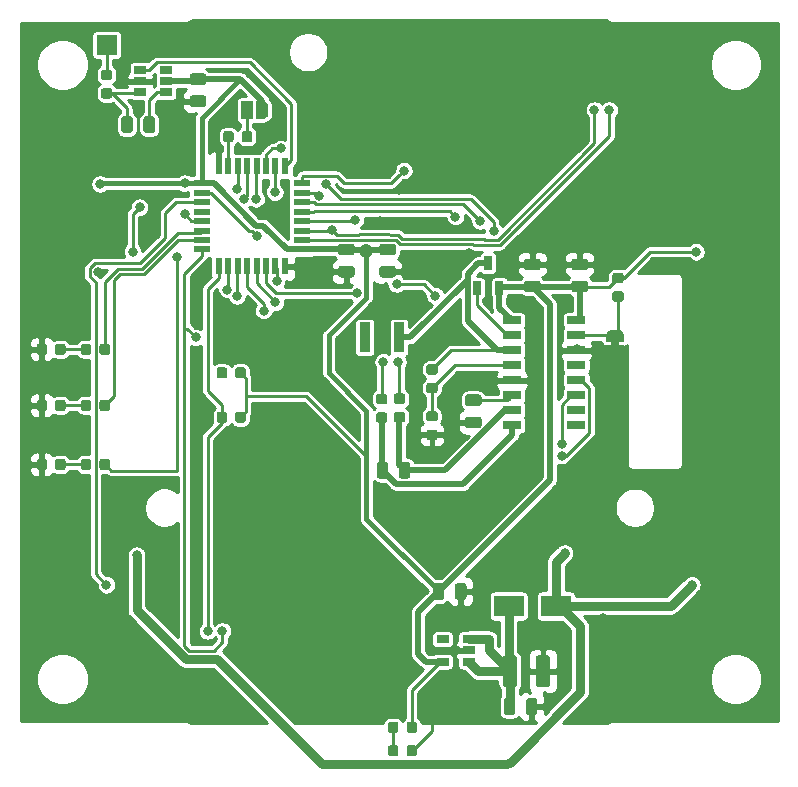
<source format=gbr>
G04 #@! TF.GenerationSoftware,KiCad,Pcbnew,(5.1.5)-3*
G04 #@! TF.CreationDate,2020-03-19T10:51:44+02:00*
G04 #@! TF.ProjectId,SeamlessVision,5365616d-6c65-4737-9356-6973696f6e2e,rev?*
G04 #@! TF.SameCoordinates,Original*
G04 #@! TF.FileFunction,Copper,L1,Top*
G04 #@! TF.FilePolarity,Positive*
%FSLAX46Y46*%
G04 Gerber Fmt 4.6, Leading zero omitted, Abs format (unit mm)*
G04 Created by KiCad (PCBNEW (5.1.5)-3) date 2020-03-19 10:51:44*
%MOMM*%
%LPD*%
G04 APERTURE LIST*
%ADD10C,0.100000*%
%ADD11R,2.500000X1.800000*%
%ADD12R,1.550000X0.700000*%
%ADD13R,1.475000X0.600000*%
%ADD14R,0.600000X1.475000*%
%ADD15R,1.000000X1.500000*%
%ADD16R,0.900000X2.500000*%
%ADD17R,0.650000X1.200000*%
%ADD18R,1.060000X0.650000*%
%ADD19R,1.700000X1.700000*%
%ADD20C,0.800000*%
%ADD21C,1.200000*%
%ADD22C,0.250000*%
%ADD23C,0.500000*%
%ADD24C,0.400000*%
%ADD25C,0.800000*%
%ADD26C,0.254000*%
G04 APERTURE END LIST*
D10*
G36*
X87800000Y-120750000D02*
G01*
X87800000Y-120250000D01*
X87200000Y-120250000D01*
X87200000Y-120750000D01*
X87800000Y-120750000D01*
G37*
G04 #@! TA.AperFunction,SMDPad,CuDef*
G36*
X55002691Y-102526053D02*
G01*
X55023926Y-102529203D01*
X55044750Y-102534419D01*
X55064962Y-102541651D01*
X55084368Y-102550830D01*
X55102781Y-102561866D01*
X55120024Y-102574654D01*
X55135930Y-102589070D01*
X55150346Y-102604976D01*
X55163134Y-102622219D01*
X55174170Y-102640632D01*
X55183349Y-102660038D01*
X55190581Y-102680250D01*
X55195797Y-102701074D01*
X55198947Y-102722309D01*
X55200000Y-102743750D01*
X55200000Y-103256250D01*
X55198947Y-103277691D01*
X55195797Y-103298926D01*
X55190581Y-103319750D01*
X55183349Y-103339962D01*
X55174170Y-103359368D01*
X55163134Y-103377781D01*
X55150346Y-103395024D01*
X55135930Y-103410930D01*
X55120024Y-103425346D01*
X55102781Y-103438134D01*
X55084368Y-103449170D01*
X55064962Y-103458349D01*
X55044750Y-103465581D01*
X55023926Y-103470797D01*
X55002691Y-103473947D01*
X54981250Y-103475000D01*
X54543750Y-103475000D01*
X54522309Y-103473947D01*
X54501074Y-103470797D01*
X54480250Y-103465581D01*
X54460038Y-103458349D01*
X54440632Y-103449170D01*
X54422219Y-103438134D01*
X54404976Y-103425346D01*
X54389070Y-103410930D01*
X54374654Y-103395024D01*
X54361866Y-103377781D01*
X54350830Y-103359368D01*
X54341651Y-103339962D01*
X54334419Y-103319750D01*
X54329203Y-103298926D01*
X54326053Y-103277691D01*
X54325000Y-103256250D01*
X54325000Y-102743750D01*
X54326053Y-102722309D01*
X54329203Y-102701074D01*
X54334419Y-102680250D01*
X54341651Y-102660038D01*
X54350830Y-102640632D01*
X54361866Y-102622219D01*
X54374654Y-102604976D01*
X54389070Y-102589070D01*
X54404976Y-102574654D01*
X54422219Y-102561866D01*
X54440632Y-102550830D01*
X54460038Y-102541651D01*
X54480250Y-102534419D01*
X54501074Y-102529203D01*
X54522309Y-102526053D01*
X54543750Y-102525000D01*
X54981250Y-102525000D01*
X55002691Y-102526053D01*
G37*
G04 #@! TD.AperFunction*
G04 #@! TA.AperFunction,SMDPad,CuDef*
G36*
X56577691Y-102526053D02*
G01*
X56598926Y-102529203D01*
X56619750Y-102534419D01*
X56639962Y-102541651D01*
X56659368Y-102550830D01*
X56677781Y-102561866D01*
X56695024Y-102574654D01*
X56710930Y-102589070D01*
X56725346Y-102604976D01*
X56738134Y-102622219D01*
X56749170Y-102640632D01*
X56758349Y-102660038D01*
X56765581Y-102680250D01*
X56770797Y-102701074D01*
X56773947Y-102722309D01*
X56775000Y-102743750D01*
X56775000Y-103256250D01*
X56773947Y-103277691D01*
X56770797Y-103298926D01*
X56765581Y-103319750D01*
X56758349Y-103339962D01*
X56749170Y-103359368D01*
X56738134Y-103377781D01*
X56725346Y-103395024D01*
X56710930Y-103410930D01*
X56695024Y-103425346D01*
X56677781Y-103438134D01*
X56659368Y-103449170D01*
X56639962Y-103458349D01*
X56619750Y-103465581D01*
X56598926Y-103470797D01*
X56577691Y-103473947D01*
X56556250Y-103475000D01*
X56118750Y-103475000D01*
X56097309Y-103473947D01*
X56076074Y-103470797D01*
X56055250Y-103465581D01*
X56035038Y-103458349D01*
X56015632Y-103449170D01*
X55997219Y-103438134D01*
X55979976Y-103425346D01*
X55964070Y-103410930D01*
X55949654Y-103395024D01*
X55936866Y-103377781D01*
X55925830Y-103359368D01*
X55916651Y-103339962D01*
X55909419Y-103319750D01*
X55904203Y-103298926D01*
X55901053Y-103277691D01*
X55900000Y-103256250D01*
X55900000Y-102743750D01*
X55901053Y-102722309D01*
X55904203Y-102701074D01*
X55909419Y-102680250D01*
X55916651Y-102660038D01*
X55925830Y-102640632D01*
X55936866Y-102622219D01*
X55949654Y-102604976D01*
X55964070Y-102589070D01*
X55979976Y-102574654D01*
X55997219Y-102561866D01*
X56015632Y-102550830D01*
X56035038Y-102541651D01*
X56055250Y-102534419D01*
X56076074Y-102529203D01*
X56097309Y-102526053D01*
X56118750Y-102525000D01*
X56556250Y-102525000D01*
X56577691Y-102526053D01*
G37*
G04 #@! TD.AperFunction*
G04 #@! TA.AperFunction,SMDPad,CuDef*
G36*
X69527691Y-126313553D02*
G01*
X69548926Y-126316703D01*
X69569750Y-126321919D01*
X69589962Y-126329151D01*
X69609368Y-126338330D01*
X69627781Y-126349366D01*
X69645024Y-126362154D01*
X69660930Y-126376570D01*
X69675346Y-126392476D01*
X69688134Y-126409719D01*
X69699170Y-126428132D01*
X69708349Y-126447538D01*
X69715581Y-126467750D01*
X69720797Y-126488574D01*
X69723947Y-126509809D01*
X69725000Y-126531250D01*
X69725000Y-126968750D01*
X69723947Y-126990191D01*
X69720797Y-127011426D01*
X69715581Y-127032250D01*
X69708349Y-127052462D01*
X69699170Y-127071868D01*
X69688134Y-127090281D01*
X69675346Y-127107524D01*
X69660930Y-127123430D01*
X69645024Y-127137846D01*
X69627781Y-127150634D01*
X69609368Y-127161670D01*
X69589962Y-127170849D01*
X69569750Y-127178081D01*
X69548926Y-127183297D01*
X69527691Y-127186447D01*
X69506250Y-127187500D01*
X68993750Y-127187500D01*
X68972309Y-127186447D01*
X68951074Y-127183297D01*
X68930250Y-127178081D01*
X68910038Y-127170849D01*
X68890632Y-127161670D01*
X68872219Y-127150634D01*
X68854976Y-127137846D01*
X68839070Y-127123430D01*
X68824654Y-127107524D01*
X68811866Y-127090281D01*
X68800830Y-127071868D01*
X68791651Y-127052462D01*
X68784419Y-127032250D01*
X68779203Y-127011426D01*
X68776053Y-126990191D01*
X68775000Y-126968750D01*
X68775000Y-126531250D01*
X68776053Y-126509809D01*
X68779203Y-126488574D01*
X68784419Y-126467750D01*
X68791651Y-126447538D01*
X68800830Y-126428132D01*
X68811866Y-126409719D01*
X68824654Y-126392476D01*
X68839070Y-126376570D01*
X68854976Y-126362154D01*
X68872219Y-126349366D01*
X68890632Y-126338330D01*
X68910038Y-126329151D01*
X68930250Y-126321919D01*
X68951074Y-126316703D01*
X68972309Y-126313553D01*
X68993750Y-126312500D01*
X69506250Y-126312500D01*
X69527691Y-126313553D01*
G37*
G04 #@! TD.AperFunction*
G04 #@! TA.AperFunction,SMDPad,CuDef*
G36*
X69527691Y-124738553D02*
G01*
X69548926Y-124741703D01*
X69569750Y-124746919D01*
X69589962Y-124754151D01*
X69609368Y-124763330D01*
X69627781Y-124774366D01*
X69645024Y-124787154D01*
X69660930Y-124801570D01*
X69675346Y-124817476D01*
X69688134Y-124834719D01*
X69699170Y-124853132D01*
X69708349Y-124872538D01*
X69715581Y-124892750D01*
X69720797Y-124913574D01*
X69723947Y-124934809D01*
X69725000Y-124956250D01*
X69725000Y-125393750D01*
X69723947Y-125415191D01*
X69720797Y-125436426D01*
X69715581Y-125457250D01*
X69708349Y-125477462D01*
X69699170Y-125496868D01*
X69688134Y-125515281D01*
X69675346Y-125532524D01*
X69660930Y-125548430D01*
X69645024Y-125562846D01*
X69627781Y-125575634D01*
X69609368Y-125586670D01*
X69589962Y-125595849D01*
X69569750Y-125603081D01*
X69548926Y-125608297D01*
X69527691Y-125611447D01*
X69506250Y-125612500D01*
X68993750Y-125612500D01*
X68972309Y-125611447D01*
X68951074Y-125608297D01*
X68930250Y-125603081D01*
X68910038Y-125595849D01*
X68890632Y-125586670D01*
X68872219Y-125575634D01*
X68854976Y-125562846D01*
X68839070Y-125548430D01*
X68824654Y-125532524D01*
X68811866Y-125515281D01*
X68800830Y-125496868D01*
X68791651Y-125477462D01*
X68784419Y-125457250D01*
X68779203Y-125436426D01*
X68776053Y-125415191D01*
X68775000Y-125393750D01*
X68775000Y-124956250D01*
X68776053Y-124934809D01*
X68779203Y-124913574D01*
X68784419Y-124892750D01*
X68791651Y-124872538D01*
X68800830Y-124853132D01*
X68811866Y-124834719D01*
X68824654Y-124817476D01*
X68839070Y-124801570D01*
X68854976Y-124787154D01*
X68872219Y-124774366D01*
X68890632Y-124763330D01*
X68910038Y-124754151D01*
X68930250Y-124746919D01*
X68951074Y-124741703D01*
X68972309Y-124738553D01*
X68993750Y-124737500D01*
X69506250Y-124737500D01*
X69527691Y-124738553D01*
G37*
G04 #@! TD.AperFunction*
G04 #@! TA.AperFunction,SMDPad,CuDef*
G36*
X70527691Y-154526053D02*
G01*
X70548926Y-154529203D01*
X70569750Y-154534419D01*
X70589962Y-154541651D01*
X70609368Y-154550830D01*
X70627781Y-154561866D01*
X70645024Y-154574654D01*
X70660930Y-154589070D01*
X70675346Y-154604976D01*
X70688134Y-154622219D01*
X70699170Y-154640632D01*
X70708349Y-154660038D01*
X70715581Y-154680250D01*
X70720797Y-154701074D01*
X70723947Y-154722309D01*
X70725000Y-154743750D01*
X70725000Y-155256250D01*
X70723947Y-155277691D01*
X70720797Y-155298926D01*
X70715581Y-155319750D01*
X70708349Y-155339962D01*
X70699170Y-155359368D01*
X70688134Y-155377781D01*
X70675346Y-155395024D01*
X70660930Y-155410930D01*
X70645024Y-155425346D01*
X70627781Y-155438134D01*
X70609368Y-155449170D01*
X70589962Y-155458349D01*
X70569750Y-155465581D01*
X70548926Y-155470797D01*
X70527691Y-155473947D01*
X70506250Y-155475000D01*
X70068750Y-155475000D01*
X70047309Y-155473947D01*
X70026074Y-155470797D01*
X70005250Y-155465581D01*
X69985038Y-155458349D01*
X69965632Y-155449170D01*
X69947219Y-155438134D01*
X69929976Y-155425346D01*
X69914070Y-155410930D01*
X69899654Y-155395024D01*
X69886866Y-155377781D01*
X69875830Y-155359368D01*
X69866651Y-155339962D01*
X69859419Y-155319750D01*
X69854203Y-155298926D01*
X69851053Y-155277691D01*
X69850000Y-155256250D01*
X69850000Y-154743750D01*
X69851053Y-154722309D01*
X69854203Y-154701074D01*
X69859419Y-154680250D01*
X69866651Y-154660038D01*
X69875830Y-154640632D01*
X69886866Y-154622219D01*
X69899654Y-154604976D01*
X69914070Y-154589070D01*
X69929976Y-154574654D01*
X69947219Y-154561866D01*
X69965632Y-154550830D01*
X69985038Y-154541651D01*
X70005250Y-154534419D01*
X70026074Y-154529203D01*
X70047309Y-154526053D01*
X70068750Y-154525000D01*
X70506250Y-154525000D01*
X70527691Y-154526053D01*
G37*
G04 #@! TD.AperFunction*
G04 #@! TA.AperFunction,SMDPad,CuDef*
G36*
X68952691Y-154526053D02*
G01*
X68973926Y-154529203D01*
X68994750Y-154534419D01*
X69014962Y-154541651D01*
X69034368Y-154550830D01*
X69052781Y-154561866D01*
X69070024Y-154574654D01*
X69085930Y-154589070D01*
X69100346Y-154604976D01*
X69113134Y-154622219D01*
X69124170Y-154640632D01*
X69133349Y-154660038D01*
X69140581Y-154680250D01*
X69145797Y-154701074D01*
X69148947Y-154722309D01*
X69150000Y-154743750D01*
X69150000Y-155256250D01*
X69148947Y-155277691D01*
X69145797Y-155298926D01*
X69140581Y-155319750D01*
X69133349Y-155339962D01*
X69124170Y-155359368D01*
X69113134Y-155377781D01*
X69100346Y-155395024D01*
X69085930Y-155410930D01*
X69070024Y-155425346D01*
X69052781Y-155438134D01*
X69034368Y-155449170D01*
X69014962Y-155458349D01*
X68994750Y-155465581D01*
X68973926Y-155470797D01*
X68952691Y-155473947D01*
X68931250Y-155475000D01*
X68493750Y-155475000D01*
X68472309Y-155473947D01*
X68451074Y-155470797D01*
X68430250Y-155465581D01*
X68410038Y-155458349D01*
X68390632Y-155449170D01*
X68372219Y-155438134D01*
X68354976Y-155425346D01*
X68339070Y-155410930D01*
X68324654Y-155395024D01*
X68311866Y-155377781D01*
X68300830Y-155359368D01*
X68291651Y-155339962D01*
X68284419Y-155319750D01*
X68279203Y-155298926D01*
X68276053Y-155277691D01*
X68275000Y-155256250D01*
X68275000Y-154743750D01*
X68276053Y-154722309D01*
X68279203Y-154701074D01*
X68284419Y-154680250D01*
X68291651Y-154660038D01*
X68300830Y-154640632D01*
X68311866Y-154622219D01*
X68324654Y-154604976D01*
X68339070Y-154589070D01*
X68354976Y-154574654D01*
X68372219Y-154561866D01*
X68390632Y-154550830D01*
X68410038Y-154541651D01*
X68430250Y-154534419D01*
X68451074Y-154529203D01*
X68472309Y-154526053D01*
X68493750Y-154525000D01*
X68931250Y-154525000D01*
X68952691Y-154526053D01*
G37*
G04 #@! TD.AperFunction*
G04 #@! TA.AperFunction,SMDPad,CuDef*
G36*
X70527691Y-152526053D02*
G01*
X70548926Y-152529203D01*
X70569750Y-152534419D01*
X70589962Y-152541651D01*
X70609368Y-152550830D01*
X70627781Y-152561866D01*
X70645024Y-152574654D01*
X70660930Y-152589070D01*
X70675346Y-152604976D01*
X70688134Y-152622219D01*
X70699170Y-152640632D01*
X70708349Y-152660038D01*
X70715581Y-152680250D01*
X70720797Y-152701074D01*
X70723947Y-152722309D01*
X70725000Y-152743750D01*
X70725000Y-153256250D01*
X70723947Y-153277691D01*
X70720797Y-153298926D01*
X70715581Y-153319750D01*
X70708349Y-153339962D01*
X70699170Y-153359368D01*
X70688134Y-153377781D01*
X70675346Y-153395024D01*
X70660930Y-153410930D01*
X70645024Y-153425346D01*
X70627781Y-153438134D01*
X70609368Y-153449170D01*
X70589962Y-153458349D01*
X70569750Y-153465581D01*
X70548926Y-153470797D01*
X70527691Y-153473947D01*
X70506250Y-153475000D01*
X70068750Y-153475000D01*
X70047309Y-153473947D01*
X70026074Y-153470797D01*
X70005250Y-153465581D01*
X69985038Y-153458349D01*
X69965632Y-153449170D01*
X69947219Y-153438134D01*
X69929976Y-153425346D01*
X69914070Y-153410930D01*
X69899654Y-153395024D01*
X69886866Y-153377781D01*
X69875830Y-153359368D01*
X69866651Y-153339962D01*
X69859419Y-153319750D01*
X69854203Y-153298926D01*
X69851053Y-153277691D01*
X69850000Y-153256250D01*
X69850000Y-152743750D01*
X69851053Y-152722309D01*
X69854203Y-152701074D01*
X69859419Y-152680250D01*
X69866651Y-152660038D01*
X69875830Y-152640632D01*
X69886866Y-152622219D01*
X69899654Y-152604976D01*
X69914070Y-152589070D01*
X69929976Y-152574654D01*
X69947219Y-152561866D01*
X69965632Y-152550830D01*
X69985038Y-152541651D01*
X70005250Y-152534419D01*
X70026074Y-152529203D01*
X70047309Y-152526053D01*
X70068750Y-152525000D01*
X70506250Y-152525000D01*
X70527691Y-152526053D01*
G37*
G04 #@! TD.AperFunction*
G04 #@! TA.AperFunction,SMDPad,CuDef*
G36*
X68952691Y-152526053D02*
G01*
X68973926Y-152529203D01*
X68994750Y-152534419D01*
X69014962Y-152541651D01*
X69034368Y-152550830D01*
X69052781Y-152561866D01*
X69070024Y-152574654D01*
X69085930Y-152589070D01*
X69100346Y-152604976D01*
X69113134Y-152622219D01*
X69124170Y-152640632D01*
X69133349Y-152660038D01*
X69140581Y-152680250D01*
X69145797Y-152701074D01*
X69148947Y-152722309D01*
X69150000Y-152743750D01*
X69150000Y-153256250D01*
X69148947Y-153277691D01*
X69145797Y-153298926D01*
X69140581Y-153319750D01*
X69133349Y-153339962D01*
X69124170Y-153359368D01*
X69113134Y-153377781D01*
X69100346Y-153395024D01*
X69085930Y-153410930D01*
X69070024Y-153425346D01*
X69052781Y-153438134D01*
X69034368Y-153449170D01*
X69014962Y-153458349D01*
X68994750Y-153465581D01*
X68973926Y-153470797D01*
X68952691Y-153473947D01*
X68931250Y-153475000D01*
X68493750Y-153475000D01*
X68472309Y-153473947D01*
X68451074Y-153470797D01*
X68430250Y-153465581D01*
X68410038Y-153458349D01*
X68390632Y-153449170D01*
X68372219Y-153438134D01*
X68354976Y-153425346D01*
X68339070Y-153410930D01*
X68324654Y-153395024D01*
X68311866Y-153377781D01*
X68300830Y-153359368D01*
X68291651Y-153339962D01*
X68284419Y-153319750D01*
X68279203Y-153298926D01*
X68276053Y-153277691D01*
X68275000Y-153256250D01*
X68275000Y-152743750D01*
X68276053Y-152722309D01*
X68279203Y-152701074D01*
X68284419Y-152680250D01*
X68291651Y-152660038D01*
X68300830Y-152640632D01*
X68311866Y-152622219D01*
X68324654Y-152604976D01*
X68339070Y-152589070D01*
X68354976Y-152574654D01*
X68372219Y-152561866D01*
X68390632Y-152550830D01*
X68410038Y-152541651D01*
X68430250Y-152534419D01*
X68451074Y-152529203D01*
X68472309Y-152526053D01*
X68493750Y-152525000D01*
X68931250Y-152525000D01*
X68952691Y-152526053D01*
G37*
G04 #@! TD.AperFunction*
G04 #@! TA.AperFunction,SMDPad,CuDef*
G36*
X40777691Y-120526053D02*
G01*
X40798926Y-120529203D01*
X40819750Y-120534419D01*
X40839962Y-120541651D01*
X40859368Y-120550830D01*
X40877781Y-120561866D01*
X40895024Y-120574654D01*
X40910930Y-120589070D01*
X40925346Y-120604976D01*
X40938134Y-120622219D01*
X40949170Y-120640632D01*
X40958349Y-120660038D01*
X40965581Y-120680250D01*
X40970797Y-120701074D01*
X40973947Y-120722309D01*
X40975000Y-120743750D01*
X40975000Y-121256250D01*
X40973947Y-121277691D01*
X40970797Y-121298926D01*
X40965581Y-121319750D01*
X40958349Y-121339962D01*
X40949170Y-121359368D01*
X40938134Y-121377781D01*
X40925346Y-121395024D01*
X40910930Y-121410930D01*
X40895024Y-121425346D01*
X40877781Y-121438134D01*
X40859368Y-121449170D01*
X40839962Y-121458349D01*
X40819750Y-121465581D01*
X40798926Y-121470797D01*
X40777691Y-121473947D01*
X40756250Y-121475000D01*
X40318750Y-121475000D01*
X40297309Y-121473947D01*
X40276074Y-121470797D01*
X40255250Y-121465581D01*
X40235038Y-121458349D01*
X40215632Y-121449170D01*
X40197219Y-121438134D01*
X40179976Y-121425346D01*
X40164070Y-121410930D01*
X40149654Y-121395024D01*
X40136866Y-121377781D01*
X40125830Y-121359368D01*
X40116651Y-121339962D01*
X40109419Y-121319750D01*
X40104203Y-121298926D01*
X40101053Y-121277691D01*
X40100000Y-121256250D01*
X40100000Y-120743750D01*
X40101053Y-120722309D01*
X40104203Y-120701074D01*
X40109419Y-120680250D01*
X40116651Y-120660038D01*
X40125830Y-120640632D01*
X40136866Y-120622219D01*
X40149654Y-120604976D01*
X40164070Y-120589070D01*
X40179976Y-120574654D01*
X40197219Y-120561866D01*
X40215632Y-120550830D01*
X40235038Y-120541651D01*
X40255250Y-120534419D01*
X40276074Y-120529203D01*
X40297309Y-120526053D01*
X40318750Y-120525000D01*
X40756250Y-120525000D01*
X40777691Y-120526053D01*
G37*
G04 #@! TD.AperFunction*
G04 #@! TA.AperFunction,SMDPad,CuDef*
G36*
X39202691Y-120526053D02*
G01*
X39223926Y-120529203D01*
X39244750Y-120534419D01*
X39264962Y-120541651D01*
X39284368Y-120550830D01*
X39302781Y-120561866D01*
X39320024Y-120574654D01*
X39335930Y-120589070D01*
X39350346Y-120604976D01*
X39363134Y-120622219D01*
X39374170Y-120640632D01*
X39383349Y-120660038D01*
X39390581Y-120680250D01*
X39395797Y-120701074D01*
X39398947Y-120722309D01*
X39400000Y-120743750D01*
X39400000Y-121256250D01*
X39398947Y-121277691D01*
X39395797Y-121298926D01*
X39390581Y-121319750D01*
X39383349Y-121339962D01*
X39374170Y-121359368D01*
X39363134Y-121377781D01*
X39350346Y-121395024D01*
X39335930Y-121410930D01*
X39320024Y-121425346D01*
X39302781Y-121438134D01*
X39284368Y-121449170D01*
X39264962Y-121458349D01*
X39244750Y-121465581D01*
X39223926Y-121470797D01*
X39202691Y-121473947D01*
X39181250Y-121475000D01*
X38743750Y-121475000D01*
X38722309Y-121473947D01*
X38701074Y-121470797D01*
X38680250Y-121465581D01*
X38660038Y-121458349D01*
X38640632Y-121449170D01*
X38622219Y-121438134D01*
X38604976Y-121425346D01*
X38589070Y-121410930D01*
X38574654Y-121395024D01*
X38561866Y-121377781D01*
X38550830Y-121359368D01*
X38541651Y-121339962D01*
X38534419Y-121319750D01*
X38529203Y-121298926D01*
X38526053Y-121277691D01*
X38525000Y-121256250D01*
X38525000Y-120743750D01*
X38526053Y-120722309D01*
X38529203Y-120701074D01*
X38534419Y-120680250D01*
X38541651Y-120660038D01*
X38550830Y-120640632D01*
X38561866Y-120622219D01*
X38574654Y-120604976D01*
X38589070Y-120589070D01*
X38604976Y-120574654D01*
X38622219Y-120561866D01*
X38640632Y-120550830D01*
X38660038Y-120541651D01*
X38680250Y-120534419D01*
X38701074Y-120529203D01*
X38722309Y-120526053D01*
X38743750Y-120525000D01*
X39181250Y-120525000D01*
X39202691Y-120526053D01*
G37*
G04 #@! TD.AperFunction*
G04 #@! TA.AperFunction,SMDPad,CuDef*
G36*
X40777691Y-125276053D02*
G01*
X40798926Y-125279203D01*
X40819750Y-125284419D01*
X40839962Y-125291651D01*
X40859368Y-125300830D01*
X40877781Y-125311866D01*
X40895024Y-125324654D01*
X40910930Y-125339070D01*
X40925346Y-125354976D01*
X40938134Y-125372219D01*
X40949170Y-125390632D01*
X40958349Y-125410038D01*
X40965581Y-125430250D01*
X40970797Y-125451074D01*
X40973947Y-125472309D01*
X40975000Y-125493750D01*
X40975000Y-126006250D01*
X40973947Y-126027691D01*
X40970797Y-126048926D01*
X40965581Y-126069750D01*
X40958349Y-126089962D01*
X40949170Y-126109368D01*
X40938134Y-126127781D01*
X40925346Y-126145024D01*
X40910930Y-126160930D01*
X40895024Y-126175346D01*
X40877781Y-126188134D01*
X40859368Y-126199170D01*
X40839962Y-126208349D01*
X40819750Y-126215581D01*
X40798926Y-126220797D01*
X40777691Y-126223947D01*
X40756250Y-126225000D01*
X40318750Y-126225000D01*
X40297309Y-126223947D01*
X40276074Y-126220797D01*
X40255250Y-126215581D01*
X40235038Y-126208349D01*
X40215632Y-126199170D01*
X40197219Y-126188134D01*
X40179976Y-126175346D01*
X40164070Y-126160930D01*
X40149654Y-126145024D01*
X40136866Y-126127781D01*
X40125830Y-126109368D01*
X40116651Y-126089962D01*
X40109419Y-126069750D01*
X40104203Y-126048926D01*
X40101053Y-126027691D01*
X40100000Y-126006250D01*
X40100000Y-125493750D01*
X40101053Y-125472309D01*
X40104203Y-125451074D01*
X40109419Y-125430250D01*
X40116651Y-125410038D01*
X40125830Y-125390632D01*
X40136866Y-125372219D01*
X40149654Y-125354976D01*
X40164070Y-125339070D01*
X40179976Y-125324654D01*
X40197219Y-125311866D01*
X40215632Y-125300830D01*
X40235038Y-125291651D01*
X40255250Y-125284419D01*
X40276074Y-125279203D01*
X40297309Y-125276053D01*
X40318750Y-125275000D01*
X40756250Y-125275000D01*
X40777691Y-125276053D01*
G37*
G04 #@! TD.AperFunction*
G04 #@! TA.AperFunction,SMDPad,CuDef*
G36*
X39202691Y-125276053D02*
G01*
X39223926Y-125279203D01*
X39244750Y-125284419D01*
X39264962Y-125291651D01*
X39284368Y-125300830D01*
X39302781Y-125311866D01*
X39320024Y-125324654D01*
X39335930Y-125339070D01*
X39350346Y-125354976D01*
X39363134Y-125372219D01*
X39374170Y-125390632D01*
X39383349Y-125410038D01*
X39390581Y-125430250D01*
X39395797Y-125451074D01*
X39398947Y-125472309D01*
X39400000Y-125493750D01*
X39400000Y-126006250D01*
X39398947Y-126027691D01*
X39395797Y-126048926D01*
X39390581Y-126069750D01*
X39383349Y-126089962D01*
X39374170Y-126109368D01*
X39363134Y-126127781D01*
X39350346Y-126145024D01*
X39335930Y-126160930D01*
X39320024Y-126175346D01*
X39302781Y-126188134D01*
X39284368Y-126199170D01*
X39264962Y-126208349D01*
X39244750Y-126215581D01*
X39223926Y-126220797D01*
X39202691Y-126223947D01*
X39181250Y-126225000D01*
X38743750Y-126225000D01*
X38722309Y-126223947D01*
X38701074Y-126220797D01*
X38680250Y-126215581D01*
X38660038Y-126208349D01*
X38640632Y-126199170D01*
X38622219Y-126188134D01*
X38604976Y-126175346D01*
X38589070Y-126160930D01*
X38574654Y-126145024D01*
X38561866Y-126127781D01*
X38550830Y-126109368D01*
X38541651Y-126089962D01*
X38534419Y-126069750D01*
X38529203Y-126048926D01*
X38526053Y-126027691D01*
X38525000Y-126006250D01*
X38525000Y-125493750D01*
X38526053Y-125472309D01*
X38529203Y-125451074D01*
X38534419Y-125430250D01*
X38541651Y-125410038D01*
X38550830Y-125390632D01*
X38561866Y-125372219D01*
X38574654Y-125354976D01*
X38589070Y-125339070D01*
X38604976Y-125324654D01*
X38622219Y-125311866D01*
X38640632Y-125300830D01*
X38660038Y-125291651D01*
X38680250Y-125284419D01*
X38701074Y-125279203D01*
X38722309Y-125276053D01*
X38743750Y-125275000D01*
X39181250Y-125275000D01*
X39202691Y-125276053D01*
G37*
G04 #@! TD.AperFunction*
G04 #@! TA.AperFunction,SMDPad,CuDef*
G36*
X39202691Y-130276053D02*
G01*
X39223926Y-130279203D01*
X39244750Y-130284419D01*
X39264962Y-130291651D01*
X39284368Y-130300830D01*
X39302781Y-130311866D01*
X39320024Y-130324654D01*
X39335930Y-130339070D01*
X39350346Y-130354976D01*
X39363134Y-130372219D01*
X39374170Y-130390632D01*
X39383349Y-130410038D01*
X39390581Y-130430250D01*
X39395797Y-130451074D01*
X39398947Y-130472309D01*
X39400000Y-130493750D01*
X39400000Y-131006250D01*
X39398947Y-131027691D01*
X39395797Y-131048926D01*
X39390581Y-131069750D01*
X39383349Y-131089962D01*
X39374170Y-131109368D01*
X39363134Y-131127781D01*
X39350346Y-131145024D01*
X39335930Y-131160930D01*
X39320024Y-131175346D01*
X39302781Y-131188134D01*
X39284368Y-131199170D01*
X39264962Y-131208349D01*
X39244750Y-131215581D01*
X39223926Y-131220797D01*
X39202691Y-131223947D01*
X39181250Y-131225000D01*
X38743750Y-131225000D01*
X38722309Y-131223947D01*
X38701074Y-131220797D01*
X38680250Y-131215581D01*
X38660038Y-131208349D01*
X38640632Y-131199170D01*
X38622219Y-131188134D01*
X38604976Y-131175346D01*
X38589070Y-131160930D01*
X38574654Y-131145024D01*
X38561866Y-131127781D01*
X38550830Y-131109368D01*
X38541651Y-131089962D01*
X38534419Y-131069750D01*
X38529203Y-131048926D01*
X38526053Y-131027691D01*
X38525000Y-131006250D01*
X38525000Y-130493750D01*
X38526053Y-130472309D01*
X38529203Y-130451074D01*
X38534419Y-130430250D01*
X38541651Y-130410038D01*
X38550830Y-130390632D01*
X38561866Y-130372219D01*
X38574654Y-130354976D01*
X38589070Y-130339070D01*
X38604976Y-130324654D01*
X38622219Y-130311866D01*
X38640632Y-130300830D01*
X38660038Y-130291651D01*
X38680250Y-130284419D01*
X38701074Y-130279203D01*
X38722309Y-130276053D01*
X38743750Y-130275000D01*
X39181250Y-130275000D01*
X39202691Y-130276053D01*
G37*
G04 #@! TD.AperFunction*
G04 #@! TA.AperFunction,SMDPad,CuDef*
G36*
X40777691Y-130276053D02*
G01*
X40798926Y-130279203D01*
X40819750Y-130284419D01*
X40839962Y-130291651D01*
X40859368Y-130300830D01*
X40877781Y-130311866D01*
X40895024Y-130324654D01*
X40910930Y-130339070D01*
X40925346Y-130354976D01*
X40938134Y-130372219D01*
X40949170Y-130390632D01*
X40958349Y-130410038D01*
X40965581Y-130430250D01*
X40970797Y-130451074D01*
X40973947Y-130472309D01*
X40975000Y-130493750D01*
X40975000Y-131006250D01*
X40973947Y-131027691D01*
X40970797Y-131048926D01*
X40965581Y-131069750D01*
X40958349Y-131089962D01*
X40949170Y-131109368D01*
X40938134Y-131127781D01*
X40925346Y-131145024D01*
X40910930Y-131160930D01*
X40895024Y-131175346D01*
X40877781Y-131188134D01*
X40859368Y-131199170D01*
X40839962Y-131208349D01*
X40819750Y-131215581D01*
X40798926Y-131220797D01*
X40777691Y-131223947D01*
X40756250Y-131225000D01*
X40318750Y-131225000D01*
X40297309Y-131223947D01*
X40276074Y-131220797D01*
X40255250Y-131215581D01*
X40235038Y-131208349D01*
X40215632Y-131199170D01*
X40197219Y-131188134D01*
X40179976Y-131175346D01*
X40164070Y-131160930D01*
X40149654Y-131145024D01*
X40136866Y-131127781D01*
X40125830Y-131109368D01*
X40116651Y-131089962D01*
X40109419Y-131069750D01*
X40104203Y-131048926D01*
X40101053Y-131027691D01*
X40100000Y-131006250D01*
X40100000Y-130493750D01*
X40101053Y-130472309D01*
X40104203Y-130451074D01*
X40109419Y-130430250D01*
X40116651Y-130410038D01*
X40125830Y-130390632D01*
X40136866Y-130372219D01*
X40149654Y-130354976D01*
X40164070Y-130339070D01*
X40179976Y-130324654D01*
X40197219Y-130311866D01*
X40215632Y-130300830D01*
X40235038Y-130291651D01*
X40255250Y-130284419D01*
X40276074Y-130279203D01*
X40297309Y-130276053D01*
X40318750Y-130275000D01*
X40756250Y-130275000D01*
X40777691Y-130276053D01*
G37*
G04 #@! TD.AperFunction*
G04 #@! TA.AperFunction,SMDPad,CuDef*
G36*
X44527691Y-120526053D02*
G01*
X44548926Y-120529203D01*
X44569750Y-120534419D01*
X44589962Y-120541651D01*
X44609368Y-120550830D01*
X44627781Y-120561866D01*
X44645024Y-120574654D01*
X44660930Y-120589070D01*
X44675346Y-120604976D01*
X44688134Y-120622219D01*
X44699170Y-120640632D01*
X44708349Y-120660038D01*
X44715581Y-120680250D01*
X44720797Y-120701074D01*
X44723947Y-120722309D01*
X44725000Y-120743750D01*
X44725000Y-121256250D01*
X44723947Y-121277691D01*
X44720797Y-121298926D01*
X44715581Y-121319750D01*
X44708349Y-121339962D01*
X44699170Y-121359368D01*
X44688134Y-121377781D01*
X44675346Y-121395024D01*
X44660930Y-121410930D01*
X44645024Y-121425346D01*
X44627781Y-121438134D01*
X44609368Y-121449170D01*
X44589962Y-121458349D01*
X44569750Y-121465581D01*
X44548926Y-121470797D01*
X44527691Y-121473947D01*
X44506250Y-121475000D01*
X44068750Y-121475000D01*
X44047309Y-121473947D01*
X44026074Y-121470797D01*
X44005250Y-121465581D01*
X43985038Y-121458349D01*
X43965632Y-121449170D01*
X43947219Y-121438134D01*
X43929976Y-121425346D01*
X43914070Y-121410930D01*
X43899654Y-121395024D01*
X43886866Y-121377781D01*
X43875830Y-121359368D01*
X43866651Y-121339962D01*
X43859419Y-121319750D01*
X43854203Y-121298926D01*
X43851053Y-121277691D01*
X43850000Y-121256250D01*
X43850000Y-120743750D01*
X43851053Y-120722309D01*
X43854203Y-120701074D01*
X43859419Y-120680250D01*
X43866651Y-120660038D01*
X43875830Y-120640632D01*
X43886866Y-120622219D01*
X43899654Y-120604976D01*
X43914070Y-120589070D01*
X43929976Y-120574654D01*
X43947219Y-120561866D01*
X43965632Y-120550830D01*
X43985038Y-120541651D01*
X44005250Y-120534419D01*
X44026074Y-120529203D01*
X44047309Y-120526053D01*
X44068750Y-120525000D01*
X44506250Y-120525000D01*
X44527691Y-120526053D01*
G37*
G04 #@! TD.AperFunction*
G04 #@! TA.AperFunction,SMDPad,CuDef*
G36*
X42952691Y-120526053D02*
G01*
X42973926Y-120529203D01*
X42994750Y-120534419D01*
X43014962Y-120541651D01*
X43034368Y-120550830D01*
X43052781Y-120561866D01*
X43070024Y-120574654D01*
X43085930Y-120589070D01*
X43100346Y-120604976D01*
X43113134Y-120622219D01*
X43124170Y-120640632D01*
X43133349Y-120660038D01*
X43140581Y-120680250D01*
X43145797Y-120701074D01*
X43148947Y-120722309D01*
X43150000Y-120743750D01*
X43150000Y-121256250D01*
X43148947Y-121277691D01*
X43145797Y-121298926D01*
X43140581Y-121319750D01*
X43133349Y-121339962D01*
X43124170Y-121359368D01*
X43113134Y-121377781D01*
X43100346Y-121395024D01*
X43085930Y-121410930D01*
X43070024Y-121425346D01*
X43052781Y-121438134D01*
X43034368Y-121449170D01*
X43014962Y-121458349D01*
X42994750Y-121465581D01*
X42973926Y-121470797D01*
X42952691Y-121473947D01*
X42931250Y-121475000D01*
X42493750Y-121475000D01*
X42472309Y-121473947D01*
X42451074Y-121470797D01*
X42430250Y-121465581D01*
X42410038Y-121458349D01*
X42390632Y-121449170D01*
X42372219Y-121438134D01*
X42354976Y-121425346D01*
X42339070Y-121410930D01*
X42324654Y-121395024D01*
X42311866Y-121377781D01*
X42300830Y-121359368D01*
X42291651Y-121339962D01*
X42284419Y-121319750D01*
X42279203Y-121298926D01*
X42276053Y-121277691D01*
X42275000Y-121256250D01*
X42275000Y-120743750D01*
X42276053Y-120722309D01*
X42279203Y-120701074D01*
X42284419Y-120680250D01*
X42291651Y-120660038D01*
X42300830Y-120640632D01*
X42311866Y-120622219D01*
X42324654Y-120604976D01*
X42339070Y-120589070D01*
X42354976Y-120574654D01*
X42372219Y-120561866D01*
X42390632Y-120550830D01*
X42410038Y-120541651D01*
X42430250Y-120534419D01*
X42451074Y-120529203D01*
X42472309Y-120526053D01*
X42493750Y-120525000D01*
X42931250Y-120525000D01*
X42952691Y-120526053D01*
G37*
G04 #@! TD.AperFunction*
G04 #@! TA.AperFunction,SMDPad,CuDef*
G36*
X42952691Y-125276053D02*
G01*
X42973926Y-125279203D01*
X42994750Y-125284419D01*
X43014962Y-125291651D01*
X43034368Y-125300830D01*
X43052781Y-125311866D01*
X43070024Y-125324654D01*
X43085930Y-125339070D01*
X43100346Y-125354976D01*
X43113134Y-125372219D01*
X43124170Y-125390632D01*
X43133349Y-125410038D01*
X43140581Y-125430250D01*
X43145797Y-125451074D01*
X43148947Y-125472309D01*
X43150000Y-125493750D01*
X43150000Y-126006250D01*
X43148947Y-126027691D01*
X43145797Y-126048926D01*
X43140581Y-126069750D01*
X43133349Y-126089962D01*
X43124170Y-126109368D01*
X43113134Y-126127781D01*
X43100346Y-126145024D01*
X43085930Y-126160930D01*
X43070024Y-126175346D01*
X43052781Y-126188134D01*
X43034368Y-126199170D01*
X43014962Y-126208349D01*
X42994750Y-126215581D01*
X42973926Y-126220797D01*
X42952691Y-126223947D01*
X42931250Y-126225000D01*
X42493750Y-126225000D01*
X42472309Y-126223947D01*
X42451074Y-126220797D01*
X42430250Y-126215581D01*
X42410038Y-126208349D01*
X42390632Y-126199170D01*
X42372219Y-126188134D01*
X42354976Y-126175346D01*
X42339070Y-126160930D01*
X42324654Y-126145024D01*
X42311866Y-126127781D01*
X42300830Y-126109368D01*
X42291651Y-126089962D01*
X42284419Y-126069750D01*
X42279203Y-126048926D01*
X42276053Y-126027691D01*
X42275000Y-126006250D01*
X42275000Y-125493750D01*
X42276053Y-125472309D01*
X42279203Y-125451074D01*
X42284419Y-125430250D01*
X42291651Y-125410038D01*
X42300830Y-125390632D01*
X42311866Y-125372219D01*
X42324654Y-125354976D01*
X42339070Y-125339070D01*
X42354976Y-125324654D01*
X42372219Y-125311866D01*
X42390632Y-125300830D01*
X42410038Y-125291651D01*
X42430250Y-125284419D01*
X42451074Y-125279203D01*
X42472309Y-125276053D01*
X42493750Y-125275000D01*
X42931250Y-125275000D01*
X42952691Y-125276053D01*
G37*
G04 #@! TD.AperFunction*
G04 #@! TA.AperFunction,SMDPad,CuDef*
G36*
X44527691Y-125276053D02*
G01*
X44548926Y-125279203D01*
X44569750Y-125284419D01*
X44589962Y-125291651D01*
X44609368Y-125300830D01*
X44627781Y-125311866D01*
X44645024Y-125324654D01*
X44660930Y-125339070D01*
X44675346Y-125354976D01*
X44688134Y-125372219D01*
X44699170Y-125390632D01*
X44708349Y-125410038D01*
X44715581Y-125430250D01*
X44720797Y-125451074D01*
X44723947Y-125472309D01*
X44725000Y-125493750D01*
X44725000Y-126006250D01*
X44723947Y-126027691D01*
X44720797Y-126048926D01*
X44715581Y-126069750D01*
X44708349Y-126089962D01*
X44699170Y-126109368D01*
X44688134Y-126127781D01*
X44675346Y-126145024D01*
X44660930Y-126160930D01*
X44645024Y-126175346D01*
X44627781Y-126188134D01*
X44609368Y-126199170D01*
X44589962Y-126208349D01*
X44569750Y-126215581D01*
X44548926Y-126220797D01*
X44527691Y-126223947D01*
X44506250Y-126225000D01*
X44068750Y-126225000D01*
X44047309Y-126223947D01*
X44026074Y-126220797D01*
X44005250Y-126215581D01*
X43985038Y-126208349D01*
X43965632Y-126199170D01*
X43947219Y-126188134D01*
X43929976Y-126175346D01*
X43914070Y-126160930D01*
X43899654Y-126145024D01*
X43886866Y-126127781D01*
X43875830Y-126109368D01*
X43866651Y-126089962D01*
X43859419Y-126069750D01*
X43854203Y-126048926D01*
X43851053Y-126027691D01*
X43850000Y-126006250D01*
X43850000Y-125493750D01*
X43851053Y-125472309D01*
X43854203Y-125451074D01*
X43859419Y-125430250D01*
X43866651Y-125410038D01*
X43875830Y-125390632D01*
X43886866Y-125372219D01*
X43899654Y-125354976D01*
X43914070Y-125339070D01*
X43929976Y-125324654D01*
X43947219Y-125311866D01*
X43965632Y-125300830D01*
X43985038Y-125291651D01*
X44005250Y-125284419D01*
X44026074Y-125279203D01*
X44047309Y-125276053D01*
X44068750Y-125275000D01*
X44506250Y-125275000D01*
X44527691Y-125276053D01*
G37*
G04 #@! TD.AperFunction*
G04 #@! TA.AperFunction,SMDPad,CuDef*
G36*
X42952691Y-130276053D02*
G01*
X42973926Y-130279203D01*
X42994750Y-130284419D01*
X43014962Y-130291651D01*
X43034368Y-130300830D01*
X43052781Y-130311866D01*
X43070024Y-130324654D01*
X43085930Y-130339070D01*
X43100346Y-130354976D01*
X43113134Y-130372219D01*
X43124170Y-130390632D01*
X43133349Y-130410038D01*
X43140581Y-130430250D01*
X43145797Y-130451074D01*
X43148947Y-130472309D01*
X43150000Y-130493750D01*
X43150000Y-131006250D01*
X43148947Y-131027691D01*
X43145797Y-131048926D01*
X43140581Y-131069750D01*
X43133349Y-131089962D01*
X43124170Y-131109368D01*
X43113134Y-131127781D01*
X43100346Y-131145024D01*
X43085930Y-131160930D01*
X43070024Y-131175346D01*
X43052781Y-131188134D01*
X43034368Y-131199170D01*
X43014962Y-131208349D01*
X42994750Y-131215581D01*
X42973926Y-131220797D01*
X42952691Y-131223947D01*
X42931250Y-131225000D01*
X42493750Y-131225000D01*
X42472309Y-131223947D01*
X42451074Y-131220797D01*
X42430250Y-131215581D01*
X42410038Y-131208349D01*
X42390632Y-131199170D01*
X42372219Y-131188134D01*
X42354976Y-131175346D01*
X42339070Y-131160930D01*
X42324654Y-131145024D01*
X42311866Y-131127781D01*
X42300830Y-131109368D01*
X42291651Y-131089962D01*
X42284419Y-131069750D01*
X42279203Y-131048926D01*
X42276053Y-131027691D01*
X42275000Y-131006250D01*
X42275000Y-130493750D01*
X42276053Y-130472309D01*
X42279203Y-130451074D01*
X42284419Y-130430250D01*
X42291651Y-130410038D01*
X42300830Y-130390632D01*
X42311866Y-130372219D01*
X42324654Y-130354976D01*
X42339070Y-130339070D01*
X42354976Y-130324654D01*
X42372219Y-130311866D01*
X42390632Y-130300830D01*
X42410038Y-130291651D01*
X42430250Y-130284419D01*
X42451074Y-130279203D01*
X42472309Y-130276053D01*
X42493750Y-130275000D01*
X42931250Y-130275000D01*
X42952691Y-130276053D01*
G37*
G04 #@! TD.AperFunction*
G04 #@! TA.AperFunction,SMDPad,CuDef*
G36*
X44527691Y-130276053D02*
G01*
X44548926Y-130279203D01*
X44569750Y-130284419D01*
X44589962Y-130291651D01*
X44609368Y-130300830D01*
X44627781Y-130311866D01*
X44645024Y-130324654D01*
X44660930Y-130339070D01*
X44675346Y-130354976D01*
X44688134Y-130372219D01*
X44699170Y-130390632D01*
X44708349Y-130410038D01*
X44715581Y-130430250D01*
X44720797Y-130451074D01*
X44723947Y-130472309D01*
X44725000Y-130493750D01*
X44725000Y-131006250D01*
X44723947Y-131027691D01*
X44720797Y-131048926D01*
X44715581Y-131069750D01*
X44708349Y-131089962D01*
X44699170Y-131109368D01*
X44688134Y-131127781D01*
X44675346Y-131145024D01*
X44660930Y-131160930D01*
X44645024Y-131175346D01*
X44627781Y-131188134D01*
X44609368Y-131199170D01*
X44589962Y-131208349D01*
X44569750Y-131215581D01*
X44548926Y-131220797D01*
X44527691Y-131223947D01*
X44506250Y-131225000D01*
X44068750Y-131225000D01*
X44047309Y-131223947D01*
X44026074Y-131220797D01*
X44005250Y-131215581D01*
X43985038Y-131208349D01*
X43965632Y-131199170D01*
X43947219Y-131188134D01*
X43929976Y-131175346D01*
X43914070Y-131160930D01*
X43899654Y-131145024D01*
X43886866Y-131127781D01*
X43875830Y-131109368D01*
X43866651Y-131089962D01*
X43859419Y-131069750D01*
X43854203Y-131048926D01*
X43851053Y-131027691D01*
X43850000Y-131006250D01*
X43850000Y-130493750D01*
X43851053Y-130472309D01*
X43854203Y-130451074D01*
X43859419Y-130430250D01*
X43866651Y-130410038D01*
X43875830Y-130390632D01*
X43886866Y-130372219D01*
X43899654Y-130354976D01*
X43914070Y-130339070D01*
X43929976Y-130324654D01*
X43947219Y-130311866D01*
X43965632Y-130300830D01*
X43985038Y-130291651D01*
X44005250Y-130284419D01*
X44026074Y-130279203D01*
X44047309Y-130276053D01*
X44068750Y-130275000D01*
X44506250Y-130275000D01*
X44527691Y-130276053D01*
G37*
G04 #@! TD.AperFunction*
G04 #@! TA.AperFunction,SMDPad,CuDef*
G36*
X78999504Y-146926204D02*
G01*
X79023773Y-146929804D01*
X79047571Y-146935765D01*
X79070671Y-146944030D01*
X79092849Y-146954520D01*
X79113893Y-146967133D01*
X79133598Y-146981747D01*
X79151777Y-146998223D01*
X79168253Y-147016402D01*
X79182867Y-147036107D01*
X79195480Y-147057151D01*
X79205970Y-147079329D01*
X79214235Y-147102429D01*
X79220196Y-147126227D01*
X79223796Y-147150496D01*
X79225000Y-147175000D01*
X79225000Y-149325000D01*
X79223796Y-149349504D01*
X79220196Y-149373773D01*
X79214235Y-149397571D01*
X79205970Y-149420671D01*
X79195480Y-149442849D01*
X79182867Y-149463893D01*
X79168253Y-149483598D01*
X79151777Y-149501777D01*
X79133598Y-149518253D01*
X79113893Y-149532867D01*
X79092849Y-149545480D01*
X79070671Y-149555970D01*
X79047571Y-149564235D01*
X79023773Y-149570196D01*
X78999504Y-149573796D01*
X78975000Y-149575000D01*
X78225000Y-149575000D01*
X78200496Y-149573796D01*
X78176227Y-149570196D01*
X78152429Y-149564235D01*
X78129329Y-149555970D01*
X78107151Y-149545480D01*
X78086107Y-149532867D01*
X78066402Y-149518253D01*
X78048223Y-149501777D01*
X78031747Y-149483598D01*
X78017133Y-149463893D01*
X78004520Y-149442849D01*
X77994030Y-149420671D01*
X77985765Y-149397571D01*
X77979804Y-149373773D01*
X77976204Y-149349504D01*
X77975000Y-149325000D01*
X77975000Y-147175000D01*
X77976204Y-147150496D01*
X77979804Y-147126227D01*
X77985765Y-147102429D01*
X77994030Y-147079329D01*
X78004520Y-147057151D01*
X78017133Y-147036107D01*
X78031747Y-147016402D01*
X78048223Y-146998223D01*
X78066402Y-146981747D01*
X78086107Y-146967133D01*
X78107151Y-146954520D01*
X78129329Y-146944030D01*
X78152429Y-146935765D01*
X78176227Y-146929804D01*
X78200496Y-146926204D01*
X78225000Y-146925000D01*
X78975000Y-146925000D01*
X78999504Y-146926204D01*
G37*
G04 #@! TD.AperFunction*
G04 #@! TA.AperFunction,SMDPad,CuDef*
G36*
X81799504Y-146926204D02*
G01*
X81823773Y-146929804D01*
X81847571Y-146935765D01*
X81870671Y-146944030D01*
X81892849Y-146954520D01*
X81913893Y-146967133D01*
X81933598Y-146981747D01*
X81951777Y-146998223D01*
X81968253Y-147016402D01*
X81982867Y-147036107D01*
X81995480Y-147057151D01*
X82005970Y-147079329D01*
X82014235Y-147102429D01*
X82020196Y-147126227D01*
X82023796Y-147150496D01*
X82025000Y-147175000D01*
X82025000Y-149325000D01*
X82023796Y-149349504D01*
X82020196Y-149373773D01*
X82014235Y-149397571D01*
X82005970Y-149420671D01*
X81995480Y-149442849D01*
X81982867Y-149463893D01*
X81968253Y-149483598D01*
X81951777Y-149501777D01*
X81933598Y-149518253D01*
X81913893Y-149532867D01*
X81892849Y-149545480D01*
X81870671Y-149555970D01*
X81847571Y-149564235D01*
X81823773Y-149570196D01*
X81799504Y-149573796D01*
X81775000Y-149575000D01*
X81025000Y-149575000D01*
X81000496Y-149573796D01*
X80976227Y-149570196D01*
X80952429Y-149564235D01*
X80929329Y-149555970D01*
X80907151Y-149545480D01*
X80886107Y-149532867D01*
X80866402Y-149518253D01*
X80848223Y-149501777D01*
X80831747Y-149483598D01*
X80817133Y-149463893D01*
X80804520Y-149442849D01*
X80794030Y-149420671D01*
X80785765Y-149397571D01*
X80779804Y-149373773D01*
X80776204Y-149349504D01*
X80775000Y-149325000D01*
X80775000Y-147175000D01*
X80776204Y-147150496D01*
X80779804Y-147126227D01*
X80785765Y-147102429D01*
X80794030Y-147079329D01*
X80804520Y-147057151D01*
X80817133Y-147036107D01*
X80831747Y-147016402D01*
X80848223Y-146998223D01*
X80866402Y-146981747D01*
X80886107Y-146967133D01*
X80907151Y-146954520D01*
X80929329Y-146944030D01*
X80952429Y-146935765D01*
X80976227Y-146929804D01*
X81000496Y-146926204D01*
X81025000Y-146925000D01*
X81775000Y-146925000D01*
X81799504Y-146926204D01*
G37*
G04 #@! TD.AperFunction*
G04 #@! TA.AperFunction,SMDPad,CuDef*
G36*
X80705142Y-150551174D02*
G01*
X80728803Y-150554684D01*
X80752007Y-150560496D01*
X80774529Y-150568554D01*
X80796153Y-150578782D01*
X80816670Y-150591079D01*
X80835883Y-150605329D01*
X80853607Y-150621393D01*
X80869671Y-150639117D01*
X80883921Y-150658330D01*
X80896218Y-150678847D01*
X80906446Y-150700471D01*
X80914504Y-150722993D01*
X80920316Y-150746197D01*
X80923826Y-150769858D01*
X80925000Y-150793750D01*
X80925000Y-151706250D01*
X80923826Y-151730142D01*
X80920316Y-151753803D01*
X80914504Y-151777007D01*
X80906446Y-151799529D01*
X80896218Y-151821153D01*
X80883921Y-151841670D01*
X80869671Y-151860883D01*
X80853607Y-151878607D01*
X80835883Y-151894671D01*
X80816670Y-151908921D01*
X80796153Y-151921218D01*
X80774529Y-151931446D01*
X80752007Y-151939504D01*
X80728803Y-151945316D01*
X80705142Y-151948826D01*
X80681250Y-151950000D01*
X80193750Y-151950000D01*
X80169858Y-151948826D01*
X80146197Y-151945316D01*
X80122993Y-151939504D01*
X80100471Y-151931446D01*
X80078847Y-151921218D01*
X80058330Y-151908921D01*
X80039117Y-151894671D01*
X80021393Y-151878607D01*
X80005329Y-151860883D01*
X79991079Y-151841670D01*
X79978782Y-151821153D01*
X79968554Y-151799529D01*
X79960496Y-151777007D01*
X79954684Y-151753803D01*
X79951174Y-151730142D01*
X79950000Y-151706250D01*
X79950000Y-150793750D01*
X79951174Y-150769858D01*
X79954684Y-150746197D01*
X79960496Y-150722993D01*
X79968554Y-150700471D01*
X79978782Y-150678847D01*
X79991079Y-150658330D01*
X80005329Y-150639117D01*
X80021393Y-150621393D01*
X80039117Y-150605329D01*
X80058330Y-150591079D01*
X80078847Y-150578782D01*
X80100471Y-150568554D01*
X80122993Y-150560496D01*
X80146197Y-150554684D01*
X80169858Y-150551174D01*
X80193750Y-150550000D01*
X80681250Y-150550000D01*
X80705142Y-150551174D01*
G37*
G04 #@! TD.AperFunction*
G04 #@! TA.AperFunction,SMDPad,CuDef*
G36*
X78830142Y-150551174D02*
G01*
X78853803Y-150554684D01*
X78877007Y-150560496D01*
X78899529Y-150568554D01*
X78921153Y-150578782D01*
X78941670Y-150591079D01*
X78960883Y-150605329D01*
X78978607Y-150621393D01*
X78994671Y-150639117D01*
X79008921Y-150658330D01*
X79021218Y-150678847D01*
X79031446Y-150700471D01*
X79039504Y-150722993D01*
X79045316Y-150746197D01*
X79048826Y-150769858D01*
X79050000Y-150793750D01*
X79050000Y-151706250D01*
X79048826Y-151730142D01*
X79045316Y-151753803D01*
X79039504Y-151777007D01*
X79031446Y-151799529D01*
X79021218Y-151821153D01*
X79008921Y-151841670D01*
X78994671Y-151860883D01*
X78978607Y-151878607D01*
X78960883Y-151894671D01*
X78941670Y-151908921D01*
X78921153Y-151921218D01*
X78899529Y-151931446D01*
X78877007Y-151939504D01*
X78853803Y-151945316D01*
X78830142Y-151948826D01*
X78806250Y-151950000D01*
X78318750Y-151950000D01*
X78294858Y-151948826D01*
X78271197Y-151945316D01*
X78247993Y-151939504D01*
X78225471Y-151931446D01*
X78203847Y-151921218D01*
X78183330Y-151908921D01*
X78164117Y-151894671D01*
X78146393Y-151878607D01*
X78130329Y-151860883D01*
X78116079Y-151841670D01*
X78103782Y-151821153D01*
X78093554Y-151799529D01*
X78085496Y-151777007D01*
X78079684Y-151753803D01*
X78076174Y-151730142D01*
X78075000Y-151706250D01*
X78075000Y-150793750D01*
X78076174Y-150769858D01*
X78079684Y-150746197D01*
X78085496Y-150722993D01*
X78093554Y-150700471D01*
X78103782Y-150678847D01*
X78116079Y-150658330D01*
X78130329Y-150639117D01*
X78146393Y-150621393D01*
X78164117Y-150605329D01*
X78183330Y-150591079D01*
X78203847Y-150578782D01*
X78225471Y-150568554D01*
X78247993Y-150560496D01*
X78271197Y-150554684D01*
X78294858Y-150551174D01*
X78318750Y-150550000D01*
X78806250Y-150550000D01*
X78830142Y-150551174D01*
G37*
G04 #@! TD.AperFunction*
G04 #@! TA.AperFunction,SMDPad,CuDef*
G36*
X72830142Y-140801174D02*
G01*
X72853803Y-140804684D01*
X72877007Y-140810496D01*
X72899529Y-140818554D01*
X72921153Y-140828782D01*
X72941670Y-140841079D01*
X72960883Y-140855329D01*
X72978607Y-140871393D01*
X72994671Y-140889117D01*
X73008921Y-140908330D01*
X73021218Y-140928847D01*
X73031446Y-140950471D01*
X73039504Y-140972993D01*
X73045316Y-140996197D01*
X73048826Y-141019858D01*
X73050000Y-141043750D01*
X73050000Y-141956250D01*
X73048826Y-141980142D01*
X73045316Y-142003803D01*
X73039504Y-142027007D01*
X73031446Y-142049529D01*
X73021218Y-142071153D01*
X73008921Y-142091670D01*
X72994671Y-142110883D01*
X72978607Y-142128607D01*
X72960883Y-142144671D01*
X72941670Y-142158921D01*
X72921153Y-142171218D01*
X72899529Y-142181446D01*
X72877007Y-142189504D01*
X72853803Y-142195316D01*
X72830142Y-142198826D01*
X72806250Y-142200000D01*
X72318750Y-142200000D01*
X72294858Y-142198826D01*
X72271197Y-142195316D01*
X72247993Y-142189504D01*
X72225471Y-142181446D01*
X72203847Y-142171218D01*
X72183330Y-142158921D01*
X72164117Y-142144671D01*
X72146393Y-142128607D01*
X72130329Y-142110883D01*
X72116079Y-142091670D01*
X72103782Y-142071153D01*
X72093554Y-142049529D01*
X72085496Y-142027007D01*
X72079684Y-142003803D01*
X72076174Y-141980142D01*
X72075000Y-141956250D01*
X72075000Y-141043750D01*
X72076174Y-141019858D01*
X72079684Y-140996197D01*
X72085496Y-140972993D01*
X72093554Y-140950471D01*
X72103782Y-140928847D01*
X72116079Y-140908330D01*
X72130329Y-140889117D01*
X72146393Y-140871393D01*
X72164117Y-140855329D01*
X72183330Y-140841079D01*
X72203847Y-140828782D01*
X72225471Y-140818554D01*
X72247993Y-140810496D01*
X72271197Y-140804684D01*
X72294858Y-140801174D01*
X72318750Y-140800000D01*
X72806250Y-140800000D01*
X72830142Y-140801174D01*
G37*
G04 #@! TD.AperFunction*
G04 #@! TA.AperFunction,SMDPad,CuDef*
G36*
X74705142Y-140801174D02*
G01*
X74728803Y-140804684D01*
X74752007Y-140810496D01*
X74774529Y-140818554D01*
X74796153Y-140828782D01*
X74816670Y-140841079D01*
X74835883Y-140855329D01*
X74853607Y-140871393D01*
X74869671Y-140889117D01*
X74883921Y-140908330D01*
X74896218Y-140928847D01*
X74906446Y-140950471D01*
X74914504Y-140972993D01*
X74920316Y-140996197D01*
X74923826Y-141019858D01*
X74925000Y-141043750D01*
X74925000Y-141956250D01*
X74923826Y-141980142D01*
X74920316Y-142003803D01*
X74914504Y-142027007D01*
X74906446Y-142049529D01*
X74896218Y-142071153D01*
X74883921Y-142091670D01*
X74869671Y-142110883D01*
X74853607Y-142128607D01*
X74835883Y-142144671D01*
X74816670Y-142158921D01*
X74796153Y-142171218D01*
X74774529Y-142181446D01*
X74752007Y-142189504D01*
X74728803Y-142195316D01*
X74705142Y-142198826D01*
X74681250Y-142200000D01*
X74193750Y-142200000D01*
X74169858Y-142198826D01*
X74146197Y-142195316D01*
X74122993Y-142189504D01*
X74100471Y-142181446D01*
X74078847Y-142171218D01*
X74058330Y-142158921D01*
X74039117Y-142144671D01*
X74021393Y-142128607D01*
X74005329Y-142110883D01*
X73991079Y-142091670D01*
X73978782Y-142071153D01*
X73968554Y-142049529D01*
X73960496Y-142027007D01*
X73954684Y-142003803D01*
X73951174Y-141980142D01*
X73950000Y-141956250D01*
X73950000Y-141043750D01*
X73951174Y-141019858D01*
X73954684Y-140996197D01*
X73960496Y-140972993D01*
X73968554Y-140950471D01*
X73978782Y-140928847D01*
X73991079Y-140908330D01*
X74005329Y-140889117D01*
X74021393Y-140871393D01*
X74039117Y-140855329D01*
X74058330Y-140841079D01*
X74078847Y-140828782D01*
X74100471Y-140818554D01*
X74122993Y-140810496D01*
X74146197Y-140804684D01*
X74169858Y-140801174D01*
X74193750Y-140800000D01*
X74681250Y-140800000D01*
X74705142Y-140801174D01*
G37*
G04 #@! TD.AperFunction*
G04 #@! TA.AperFunction,SMDPad,CuDef*
G36*
X65230142Y-113951174D02*
G01*
X65253803Y-113954684D01*
X65277007Y-113960496D01*
X65299529Y-113968554D01*
X65321153Y-113978782D01*
X65341670Y-113991079D01*
X65360883Y-114005329D01*
X65378607Y-114021393D01*
X65394671Y-114039117D01*
X65408921Y-114058330D01*
X65421218Y-114078847D01*
X65431446Y-114100471D01*
X65439504Y-114122993D01*
X65445316Y-114146197D01*
X65448826Y-114169858D01*
X65450000Y-114193750D01*
X65450000Y-114681250D01*
X65448826Y-114705142D01*
X65445316Y-114728803D01*
X65439504Y-114752007D01*
X65431446Y-114774529D01*
X65421218Y-114796153D01*
X65408921Y-114816670D01*
X65394671Y-114835883D01*
X65378607Y-114853607D01*
X65360883Y-114869671D01*
X65341670Y-114883921D01*
X65321153Y-114896218D01*
X65299529Y-114906446D01*
X65277007Y-114914504D01*
X65253803Y-114920316D01*
X65230142Y-114923826D01*
X65206250Y-114925000D01*
X64293750Y-114925000D01*
X64269858Y-114923826D01*
X64246197Y-114920316D01*
X64222993Y-114914504D01*
X64200471Y-114906446D01*
X64178847Y-114896218D01*
X64158330Y-114883921D01*
X64139117Y-114869671D01*
X64121393Y-114853607D01*
X64105329Y-114835883D01*
X64091079Y-114816670D01*
X64078782Y-114796153D01*
X64068554Y-114774529D01*
X64060496Y-114752007D01*
X64054684Y-114728803D01*
X64051174Y-114705142D01*
X64050000Y-114681250D01*
X64050000Y-114193750D01*
X64051174Y-114169858D01*
X64054684Y-114146197D01*
X64060496Y-114122993D01*
X64068554Y-114100471D01*
X64078782Y-114078847D01*
X64091079Y-114058330D01*
X64105329Y-114039117D01*
X64121393Y-114021393D01*
X64139117Y-114005329D01*
X64158330Y-113991079D01*
X64178847Y-113978782D01*
X64200471Y-113968554D01*
X64222993Y-113960496D01*
X64246197Y-113954684D01*
X64269858Y-113951174D01*
X64293750Y-113950000D01*
X65206250Y-113950000D01*
X65230142Y-113951174D01*
G37*
G04 #@! TD.AperFunction*
G04 #@! TA.AperFunction,SMDPad,CuDef*
G36*
X65230142Y-112076174D02*
G01*
X65253803Y-112079684D01*
X65277007Y-112085496D01*
X65299529Y-112093554D01*
X65321153Y-112103782D01*
X65341670Y-112116079D01*
X65360883Y-112130329D01*
X65378607Y-112146393D01*
X65394671Y-112164117D01*
X65408921Y-112183330D01*
X65421218Y-112203847D01*
X65431446Y-112225471D01*
X65439504Y-112247993D01*
X65445316Y-112271197D01*
X65448826Y-112294858D01*
X65450000Y-112318750D01*
X65450000Y-112806250D01*
X65448826Y-112830142D01*
X65445316Y-112853803D01*
X65439504Y-112877007D01*
X65431446Y-112899529D01*
X65421218Y-112921153D01*
X65408921Y-112941670D01*
X65394671Y-112960883D01*
X65378607Y-112978607D01*
X65360883Y-112994671D01*
X65341670Y-113008921D01*
X65321153Y-113021218D01*
X65299529Y-113031446D01*
X65277007Y-113039504D01*
X65253803Y-113045316D01*
X65230142Y-113048826D01*
X65206250Y-113050000D01*
X64293750Y-113050000D01*
X64269858Y-113048826D01*
X64246197Y-113045316D01*
X64222993Y-113039504D01*
X64200471Y-113031446D01*
X64178847Y-113021218D01*
X64158330Y-113008921D01*
X64139117Y-112994671D01*
X64121393Y-112978607D01*
X64105329Y-112960883D01*
X64091079Y-112941670D01*
X64078782Y-112921153D01*
X64068554Y-112899529D01*
X64060496Y-112877007D01*
X64054684Y-112853803D01*
X64051174Y-112830142D01*
X64050000Y-112806250D01*
X64050000Y-112318750D01*
X64051174Y-112294858D01*
X64054684Y-112271197D01*
X64060496Y-112247993D01*
X64068554Y-112225471D01*
X64078782Y-112203847D01*
X64091079Y-112183330D01*
X64105329Y-112164117D01*
X64121393Y-112146393D01*
X64139117Y-112130329D01*
X64158330Y-112116079D01*
X64178847Y-112103782D01*
X64200471Y-112093554D01*
X64222993Y-112085496D01*
X64246197Y-112079684D01*
X64269858Y-112076174D01*
X64293750Y-112075000D01*
X65206250Y-112075000D01*
X65230142Y-112076174D01*
G37*
G04 #@! TD.AperFunction*
G04 #@! TA.AperFunction,SMDPad,CuDef*
G36*
X68730142Y-112076174D02*
G01*
X68753803Y-112079684D01*
X68777007Y-112085496D01*
X68799529Y-112093554D01*
X68821153Y-112103782D01*
X68841670Y-112116079D01*
X68860883Y-112130329D01*
X68878607Y-112146393D01*
X68894671Y-112164117D01*
X68908921Y-112183330D01*
X68921218Y-112203847D01*
X68931446Y-112225471D01*
X68939504Y-112247993D01*
X68945316Y-112271197D01*
X68948826Y-112294858D01*
X68950000Y-112318750D01*
X68950000Y-112806250D01*
X68948826Y-112830142D01*
X68945316Y-112853803D01*
X68939504Y-112877007D01*
X68931446Y-112899529D01*
X68921218Y-112921153D01*
X68908921Y-112941670D01*
X68894671Y-112960883D01*
X68878607Y-112978607D01*
X68860883Y-112994671D01*
X68841670Y-113008921D01*
X68821153Y-113021218D01*
X68799529Y-113031446D01*
X68777007Y-113039504D01*
X68753803Y-113045316D01*
X68730142Y-113048826D01*
X68706250Y-113050000D01*
X67793750Y-113050000D01*
X67769858Y-113048826D01*
X67746197Y-113045316D01*
X67722993Y-113039504D01*
X67700471Y-113031446D01*
X67678847Y-113021218D01*
X67658330Y-113008921D01*
X67639117Y-112994671D01*
X67621393Y-112978607D01*
X67605329Y-112960883D01*
X67591079Y-112941670D01*
X67578782Y-112921153D01*
X67568554Y-112899529D01*
X67560496Y-112877007D01*
X67554684Y-112853803D01*
X67551174Y-112830142D01*
X67550000Y-112806250D01*
X67550000Y-112318750D01*
X67551174Y-112294858D01*
X67554684Y-112271197D01*
X67560496Y-112247993D01*
X67568554Y-112225471D01*
X67578782Y-112203847D01*
X67591079Y-112183330D01*
X67605329Y-112164117D01*
X67621393Y-112146393D01*
X67639117Y-112130329D01*
X67658330Y-112116079D01*
X67678847Y-112103782D01*
X67700471Y-112093554D01*
X67722993Y-112085496D01*
X67746197Y-112079684D01*
X67769858Y-112076174D01*
X67793750Y-112075000D01*
X68706250Y-112075000D01*
X68730142Y-112076174D01*
G37*
G04 #@! TD.AperFunction*
G04 #@! TA.AperFunction,SMDPad,CuDef*
G36*
X68730142Y-113951174D02*
G01*
X68753803Y-113954684D01*
X68777007Y-113960496D01*
X68799529Y-113968554D01*
X68821153Y-113978782D01*
X68841670Y-113991079D01*
X68860883Y-114005329D01*
X68878607Y-114021393D01*
X68894671Y-114039117D01*
X68908921Y-114058330D01*
X68921218Y-114078847D01*
X68931446Y-114100471D01*
X68939504Y-114122993D01*
X68945316Y-114146197D01*
X68948826Y-114169858D01*
X68950000Y-114193750D01*
X68950000Y-114681250D01*
X68948826Y-114705142D01*
X68945316Y-114728803D01*
X68939504Y-114752007D01*
X68931446Y-114774529D01*
X68921218Y-114796153D01*
X68908921Y-114816670D01*
X68894671Y-114835883D01*
X68878607Y-114853607D01*
X68860883Y-114869671D01*
X68841670Y-114883921D01*
X68821153Y-114896218D01*
X68799529Y-114906446D01*
X68777007Y-114914504D01*
X68753803Y-114920316D01*
X68730142Y-114923826D01*
X68706250Y-114925000D01*
X67793750Y-114925000D01*
X67769858Y-114923826D01*
X67746197Y-114920316D01*
X67722993Y-114914504D01*
X67700471Y-114906446D01*
X67678847Y-114896218D01*
X67658330Y-114883921D01*
X67639117Y-114869671D01*
X67621393Y-114853607D01*
X67605329Y-114835883D01*
X67591079Y-114816670D01*
X67578782Y-114796153D01*
X67568554Y-114774529D01*
X67560496Y-114752007D01*
X67554684Y-114728803D01*
X67551174Y-114705142D01*
X67550000Y-114681250D01*
X67550000Y-114193750D01*
X67551174Y-114169858D01*
X67554684Y-114146197D01*
X67560496Y-114122993D01*
X67568554Y-114100471D01*
X67578782Y-114078847D01*
X67591079Y-114058330D01*
X67605329Y-114039117D01*
X67621393Y-114021393D01*
X67639117Y-114005329D01*
X67658330Y-113991079D01*
X67678847Y-113978782D01*
X67700471Y-113968554D01*
X67722993Y-113960496D01*
X67746197Y-113954684D01*
X67769858Y-113951174D01*
X67793750Y-113950000D01*
X68706250Y-113950000D01*
X68730142Y-113951174D01*
G37*
G04 #@! TD.AperFunction*
G04 #@! TA.AperFunction,SMDPad,CuDef*
G36*
X75980142Y-126701174D02*
G01*
X76003803Y-126704684D01*
X76027007Y-126710496D01*
X76049529Y-126718554D01*
X76071153Y-126728782D01*
X76091670Y-126741079D01*
X76110883Y-126755329D01*
X76128607Y-126771393D01*
X76144671Y-126789117D01*
X76158921Y-126808330D01*
X76171218Y-126828847D01*
X76181446Y-126850471D01*
X76189504Y-126872993D01*
X76195316Y-126896197D01*
X76198826Y-126919858D01*
X76200000Y-126943750D01*
X76200000Y-127431250D01*
X76198826Y-127455142D01*
X76195316Y-127478803D01*
X76189504Y-127502007D01*
X76181446Y-127524529D01*
X76171218Y-127546153D01*
X76158921Y-127566670D01*
X76144671Y-127585883D01*
X76128607Y-127603607D01*
X76110883Y-127619671D01*
X76091670Y-127633921D01*
X76071153Y-127646218D01*
X76049529Y-127656446D01*
X76027007Y-127664504D01*
X76003803Y-127670316D01*
X75980142Y-127673826D01*
X75956250Y-127675000D01*
X75043750Y-127675000D01*
X75019858Y-127673826D01*
X74996197Y-127670316D01*
X74972993Y-127664504D01*
X74950471Y-127656446D01*
X74928847Y-127646218D01*
X74908330Y-127633921D01*
X74889117Y-127619671D01*
X74871393Y-127603607D01*
X74855329Y-127585883D01*
X74841079Y-127566670D01*
X74828782Y-127546153D01*
X74818554Y-127524529D01*
X74810496Y-127502007D01*
X74804684Y-127478803D01*
X74801174Y-127455142D01*
X74800000Y-127431250D01*
X74800000Y-126943750D01*
X74801174Y-126919858D01*
X74804684Y-126896197D01*
X74810496Y-126872993D01*
X74818554Y-126850471D01*
X74828782Y-126828847D01*
X74841079Y-126808330D01*
X74855329Y-126789117D01*
X74871393Y-126771393D01*
X74889117Y-126755329D01*
X74908330Y-126741079D01*
X74928847Y-126728782D01*
X74950471Y-126718554D01*
X74972993Y-126710496D01*
X74996197Y-126704684D01*
X75019858Y-126701174D01*
X75043750Y-126700000D01*
X75956250Y-126700000D01*
X75980142Y-126701174D01*
G37*
G04 #@! TD.AperFunction*
G04 #@! TA.AperFunction,SMDPad,CuDef*
G36*
X75980142Y-124826174D02*
G01*
X76003803Y-124829684D01*
X76027007Y-124835496D01*
X76049529Y-124843554D01*
X76071153Y-124853782D01*
X76091670Y-124866079D01*
X76110883Y-124880329D01*
X76128607Y-124896393D01*
X76144671Y-124914117D01*
X76158921Y-124933330D01*
X76171218Y-124953847D01*
X76181446Y-124975471D01*
X76189504Y-124997993D01*
X76195316Y-125021197D01*
X76198826Y-125044858D01*
X76200000Y-125068750D01*
X76200000Y-125556250D01*
X76198826Y-125580142D01*
X76195316Y-125603803D01*
X76189504Y-125627007D01*
X76181446Y-125649529D01*
X76171218Y-125671153D01*
X76158921Y-125691670D01*
X76144671Y-125710883D01*
X76128607Y-125728607D01*
X76110883Y-125744671D01*
X76091670Y-125758921D01*
X76071153Y-125771218D01*
X76049529Y-125781446D01*
X76027007Y-125789504D01*
X76003803Y-125795316D01*
X75980142Y-125798826D01*
X75956250Y-125800000D01*
X75043750Y-125800000D01*
X75019858Y-125798826D01*
X74996197Y-125795316D01*
X74972993Y-125789504D01*
X74950471Y-125781446D01*
X74928847Y-125771218D01*
X74908330Y-125758921D01*
X74889117Y-125744671D01*
X74871393Y-125728607D01*
X74855329Y-125710883D01*
X74841079Y-125691670D01*
X74828782Y-125671153D01*
X74818554Y-125649529D01*
X74810496Y-125627007D01*
X74804684Y-125603803D01*
X74801174Y-125580142D01*
X74800000Y-125556250D01*
X74800000Y-125068750D01*
X74801174Y-125044858D01*
X74804684Y-125021197D01*
X74810496Y-124997993D01*
X74818554Y-124975471D01*
X74828782Y-124953847D01*
X74841079Y-124933330D01*
X74855329Y-124914117D01*
X74871393Y-124896393D01*
X74889117Y-124880329D01*
X74908330Y-124866079D01*
X74928847Y-124853782D01*
X74950471Y-124843554D01*
X74972993Y-124835496D01*
X74996197Y-124829684D01*
X75019858Y-124826174D01*
X75043750Y-124825000D01*
X75956250Y-124825000D01*
X75980142Y-124826174D01*
G37*
G04 #@! TD.AperFunction*
G04 #@! TA.AperFunction,SMDPad,CuDef*
G36*
X69955142Y-130551174D02*
G01*
X69978803Y-130554684D01*
X70002007Y-130560496D01*
X70024529Y-130568554D01*
X70046153Y-130578782D01*
X70066670Y-130591079D01*
X70085883Y-130605329D01*
X70103607Y-130621393D01*
X70119671Y-130639117D01*
X70133921Y-130658330D01*
X70146218Y-130678847D01*
X70156446Y-130700471D01*
X70164504Y-130722993D01*
X70170316Y-130746197D01*
X70173826Y-130769858D01*
X70175000Y-130793750D01*
X70175000Y-131706250D01*
X70173826Y-131730142D01*
X70170316Y-131753803D01*
X70164504Y-131777007D01*
X70156446Y-131799529D01*
X70146218Y-131821153D01*
X70133921Y-131841670D01*
X70119671Y-131860883D01*
X70103607Y-131878607D01*
X70085883Y-131894671D01*
X70066670Y-131908921D01*
X70046153Y-131921218D01*
X70024529Y-131931446D01*
X70002007Y-131939504D01*
X69978803Y-131945316D01*
X69955142Y-131948826D01*
X69931250Y-131950000D01*
X69443750Y-131950000D01*
X69419858Y-131948826D01*
X69396197Y-131945316D01*
X69372993Y-131939504D01*
X69350471Y-131931446D01*
X69328847Y-131921218D01*
X69308330Y-131908921D01*
X69289117Y-131894671D01*
X69271393Y-131878607D01*
X69255329Y-131860883D01*
X69241079Y-131841670D01*
X69228782Y-131821153D01*
X69218554Y-131799529D01*
X69210496Y-131777007D01*
X69204684Y-131753803D01*
X69201174Y-131730142D01*
X69200000Y-131706250D01*
X69200000Y-130793750D01*
X69201174Y-130769858D01*
X69204684Y-130746197D01*
X69210496Y-130722993D01*
X69218554Y-130700471D01*
X69228782Y-130678847D01*
X69241079Y-130658330D01*
X69255329Y-130639117D01*
X69271393Y-130621393D01*
X69289117Y-130605329D01*
X69308330Y-130591079D01*
X69328847Y-130578782D01*
X69350471Y-130568554D01*
X69372993Y-130560496D01*
X69396197Y-130554684D01*
X69419858Y-130551174D01*
X69443750Y-130550000D01*
X69931250Y-130550000D01*
X69955142Y-130551174D01*
G37*
G04 #@! TD.AperFunction*
G04 #@! TA.AperFunction,SMDPad,CuDef*
G36*
X68080142Y-130551174D02*
G01*
X68103803Y-130554684D01*
X68127007Y-130560496D01*
X68149529Y-130568554D01*
X68171153Y-130578782D01*
X68191670Y-130591079D01*
X68210883Y-130605329D01*
X68228607Y-130621393D01*
X68244671Y-130639117D01*
X68258921Y-130658330D01*
X68271218Y-130678847D01*
X68281446Y-130700471D01*
X68289504Y-130722993D01*
X68295316Y-130746197D01*
X68298826Y-130769858D01*
X68300000Y-130793750D01*
X68300000Y-131706250D01*
X68298826Y-131730142D01*
X68295316Y-131753803D01*
X68289504Y-131777007D01*
X68281446Y-131799529D01*
X68271218Y-131821153D01*
X68258921Y-131841670D01*
X68244671Y-131860883D01*
X68228607Y-131878607D01*
X68210883Y-131894671D01*
X68191670Y-131908921D01*
X68171153Y-131921218D01*
X68149529Y-131931446D01*
X68127007Y-131939504D01*
X68103803Y-131945316D01*
X68080142Y-131948826D01*
X68056250Y-131950000D01*
X67568750Y-131950000D01*
X67544858Y-131948826D01*
X67521197Y-131945316D01*
X67497993Y-131939504D01*
X67475471Y-131931446D01*
X67453847Y-131921218D01*
X67433330Y-131908921D01*
X67414117Y-131894671D01*
X67396393Y-131878607D01*
X67380329Y-131860883D01*
X67366079Y-131841670D01*
X67353782Y-131821153D01*
X67343554Y-131799529D01*
X67335496Y-131777007D01*
X67329684Y-131753803D01*
X67326174Y-131730142D01*
X67325000Y-131706250D01*
X67325000Y-130793750D01*
X67326174Y-130769858D01*
X67329684Y-130746197D01*
X67335496Y-130722993D01*
X67343554Y-130700471D01*
X67353782Y-130678847D01*
X67366079Y-130658330D01*
X67380329Y-130639117D01*
X67396393Y-130621393D01*
X67414117Y-130605329D01*
X67433330Y-130591079D01*
X67453847Y-130578782D01*
X67475471Y-130568554D01*
X67497993Y-130560496D01*
X67521197Y-130554684D01*
X67544858Y-130551174D01*
X67568750Y-130550000D01*
X68056250Y-130550000D01*
X68080142Y-130551174D01*
G37*
G04 #@! TD.AperFunction*
G04 #@! TA.AperFunction,SMDPad,CuDef*
G36*
X84980142Y-113326174D02*
G01*
X85003803Y-113329684D01*
X85027007Y-113335496D01*
X85049529Y-113343554D01*
X85071153Y-113353782D01*
X85091670Y-113366079D01*
X85110883Y-113380329D01*
X85128607Y-113396393D01*
X85144671Y-113414117D01*
X85158921Y-113433330D01*
X85171218Y-113453847D01*
X85181446Y-113475471D01*
X85189504Y-113497993D01*
X85195316Y-113521197D01*
X85198826Y-113544858D01*
X85200000Y-113568750D01*
X85200000Y-114056250D01*
X85198826Y-114080142D01*
X85195316Y-114103803D01*
X85189504Y-114127007D01*
X85181446Y-114149529D01*
X85171218Y-114171153D01*
X85158921Y-114191670D01*
X85144671Y-114210883D01*
X85128607Y-114228607D01*
X85110883Y-114244671D01*
X85091670Y-114258921D01*
X85071153Y-114271218D01*
X85049529Y-114281446D01*
X85027007Y-114289504D01*
X85003803Y-114295316D01*
X84980142Y-114298826D01*
X84956250Y-114300000D01*
X84043750Y-114300000D01*
X84019858Y-114298826D01*
X83996197Y-114295316D01*
X83972993Y-114289504D01*
X83950471Y-114281446D01*
X83928847Y-114271218D01*
X83908330Y-114258921D01*
X83889117Y-114244671D01*
X83871393Y-114228607D01*
X83855329Y-114210883D01*
X83841079Y-114191670D01*
X83828782Y-114171153D01*
X83818554Y-114149529D01*
X83810496Y-114127007D01*
X83804684Y-114103803D01*
X83801174Y-114080142D01*
X83800000Y-114056250D01*
X83800000Y-113568750D01*
X83801174Y-113544858D01*
X83804684Y-113521197D01*
X83810496Y-113497993D01*
X83818554Y-113475471D01*
X83828782Y-113453847D01*
X83841079Y-113433330D01*
X83855329Y-113414117D01*
X83871393Y-113396393D01*
X83889117Y-113380329D01*
X83908330Y-113366079D01*
X83928847Y-113353782D01*
X83950471Y-113343554D01*
X83972993Y-113335496D01*
X83996197Y-113329684D01*
X84019858Y-113326174D01*
X84043750Y-113325000D01*
X84956250Y-113325000D01*
X84980142Y-113326174D01*
G37*
G04 #@! TD.AperFunction*
G04 #@! TA.AperFunction,SMDPad,CuDef*
G36*
X84980142Y-115201174D02*
G01*
X85003803Y-115204684D01*
X85027007Y-115210496D01*
X85049529Y-115218554D01*
X85071153Y-115228782D01*
X85091670Y-115241079D01*
X85110883Y-115255329D01*
X85128607Y-115271393D01*
X85144671Y-115289117D01*
X85158921Y-115308330D01*
X85171218Y-115328847D01*
X85181446Y-115350471D01*
X85189504Y-115372993D01*
X85195316Y-115396197D01*
X85198826Y-115419858D01*
X85200000Y-115443750D01*
X85200000Y-115931250D01*
X85198826Y-115955142D01*
X85195316Y-115978803D01*
X85189504Y-116002007D01*
X85181446Y-116024529D01*
X85171218Y-116046153D01*
X85158921Y-116066670D01*
X85144671Y-116085883D01*
X85128607Y-116103607D01*
X85110883Y-116119671D01*
X85091670Y-116133921D01*
X85071153Y-116146218D01*
X85049529Y-116156446D01*
X85027007Y-116164504D01*
X85003803Y-116170316D01*
X84980142Y-116173826D01*
X84956250Y-116175000D01*
X84043750Y-116175000D01*
X84019858Y-116173826D01*
X83996197Y-116170316D01*
X83972993Y-116164504D01*
X83950471Y-116156446D01*
X83928847Y-116146218D01*
X83908330Y-116133921D01*
X83889117Y-116119671D01*
X83871393Y-116103607D01*
X83855329Y-116085883D01*
X83841079Y-116066670D01*
X83828782Y-116046153D01*
X83818554Y-116024529D01*
X83810496Y-116002007D01*
X83804684Y-115978803D01*
X83801174Y-115955142D01*
X83800000Y-115931250D01*
X83800000Y-115443750D01*
X83801174Y-115419858D01*
X83804684Y-115396197D01*
X83810496Y-115372993D01*
X83818554Y-115350471D01*
X83828782Y-115328847D01*
X83841079Y-115308330D01*
X83855329Y-115289117D01*
X83871393Y-115271393D01*
X83889117Y-115255329D01*
X83908330Y-115241079D01*
X83928847Y-115228782D01*
X83950471Y-115218554D01*
X83972993Y-115210496D01*
X83996197Y-115204684D01*
X84019858Y-115201174D01*
X84043750Y-115200000D01*
X84956250Y-115200000D01*
X84980142Y-115201174D01*
G37*
G04 #@! TD.AperFunction*
G04 #@! TA.AperFunction,SMDPad,CuDef*
G36*
X80980142Y-115201174D02*
G01*
X81003803Y-115204684D01*
X81027007Y-115210496D01*
X81049529Y-115218554D01*
X81071153Y-115228782D01*
X81091670Y-115241079D01*
X81110883Y-115255329D01*
X81128607Y-115271393D01*
X81144671Y-115289117D01*
X81158921Y-115308330D01*
X81171218Y-115328847D01*
X81181446Y-115350471D01*
X81189504Y-115372993D01*
X81195316Y-115396197D01*
X81198826Y-115419858D01*
X81200000Y-115443750D01*
X81200000Y-115931250D01*
X81198826Y-115955142D01*
X81195316Y-115978803D01*
X81189504Y-116002007D01*
X81181446Y-116024529D01*
X81171218Y-116046153D01*
X81158921Y-116066670D01*
X81144671Y-116085883D01*
X81128607Y-116103607D01*
X81110883Y-116119671D01*
X81091670Y-116133921D01*
X81071153Y-116146218D01*
X81049529Y-116156446D01*
X81027007Y-116164504D01*
X81003803Y-116170316D01*
X80980142Y-116173826D01*
X80956250Y-116175000D01*
X80043750Y-116175000D01*
X80019858Y-116173826D01*
X79996197Y-116170316D01*
X79972993Y-116164504D01*
X79950471Y-116156446D01*
X79928847Y-116146218D01*
X79908330Y-116133921D01*
X79889117Y-116119671D01*
X79871393Y-116103607D01*
X79855329Y-116085883D01*
X79841079Y-116066670D01*
X79828782Y-116046153D01*
X79818554Y-116024529D01*
X79810496Y-116002007D01*
X79804684Y-115978803D01*
X79801174Y-115955142D01*
X79800000Y-115931250D01*
X79800000Y-115443750D01*
X79801174Y-115419858D01*
X79804684Y-115396197D01*
X79810496Y-115372993D01*
X79818554Y-115350471D01*
X79828782Y-115328847D01*
X79841079Y-115308330D01*
X79855329Y-115289117D01*
X79871393Y-115271393D01*
X79889117Y-115255329D01*
X79908330Y-115241079D01*
X79928847Y-115228782D01*
X79950471Y-115218554D01*
X79972993Y-115210496D01*
X79996197Y-115204684D01*
X80019858Y-115201174D01*
X80043750Y-115200000D01*
X80956250Y-115200000D01*
X80980142Y-115201174D01*
G37*
G04 #@! TD.AperFunction*
G04 #@! TA.AperFunction,SMDPad,CuDef*
G36*
X80980142Y-113326174D02*
G01*
X81003803Y-113329684D01*
X81027007Y-113335496D01*
X81049529Y-113343554D01*
X81071153Y-113353782D01*
X81091670Y-113366079D01*
X81110883Y-113380329D01*
X81128607Y-113396393D01*
X81144671Y-113414117D01*
X81158921Y-113433330D01*
X81171218Y-113453847D01*
X81181446Y-113475471D01*
X81189504Y-113497993D01*
X81195316Y-113521197D01*
X81198826Y-113544858D01*
X81200000Y-113568750D01*
X81200000Y-114056250D01*
X81198826Y-114080142D01*
X81195316Y-114103803D01*
X81189504Y-114127007D01*
X81181446Y-114149529D01*
X81171218Y-114171153D01*
X81158921Y-114191670D01*
X81144671Y-114210883D01*
X81128607Y-114228607D01*
X81110883Y-114244671D01*
X81091670Y-114258921D01*
X81071153Y-114271218D01*
X81049529Y-114281446D01*
X81027007Y-114289504D01*
X81003803Y-114295316D01*
X80980142Y-114298826D01*
X80956250Y-114300000D01*
X80043750Y-114300000D01*
X80019858Y-114298826D01*
X79996197Y-114295316D01*
X79972993Y-114289504D01*
X79950471Y-114281446D01*
X79928847Y-114271218D01*
X79908330Y-114258921D01*
X79889117Y-114244671D01*
X79871393Y-114228607D01*
X79855329Y-114210883D01*
X79841079Y-114191670D01*
X79828782Y-114171153D01*
X79818554Y-114149529D01*
X79810496Y-114127007D01*
X79804684Y-114103803D01*
X79801174Y-114080142D01*
X79800000Y-114056250D01*
X79800000Y-113568750D01*
X79801174Y-113544858D01*
X79804684Y-113521197D01*
X79810496Y-113497993D01*
X79818554Y-113475471D01*
X79828782Y-113453847D01*
X79841079Y-113433330D01*
X79855329Y-113414117D01*
X79871393Y-113396393D01*
X79889117Y-113380329D01*
X79908330Y-113366079D01*
X79928847Y-113353782D01*
X79950471Y-113343554D01*
X79972993Y-113335496D01*
X79996197Y-113329684D01*
X80019858Y-113326174D01*
X80043750Y-113325000D01*
X80956250Y-113325000D01*
X80980142Y-113326174D01*
G37*
G04 #@! TD.AperFunction*
D11*
X82500000Y-142750000D03*
X78500000Y-142750000D03*
D12*
X78775000Y-118555000D03*
X78775000Y-119825000D03*
X78775000Y-121095000D03*
X78775000Y-122365000D03*
X78775000Y-123635000D03*
X78775000Y-124905000D03*
X78775000Y-126175000D03*
X78775000Y-127445000D03*
X84225000Y-127445000D03*
X84225000Y-126175000D03*
X84225000Y-124905000D03*
X84225000Y-123635000D03*
X84225000Y-122365000D03*
X84225000Y-121095000D03*
X84225000Y-119825000D03*
X84225000Y-118555000D03*
D13*
X52512000Y-106950000D03*
X52512000Y-107750000D03*
X52512000Y-108550000D03*
X52512000Y-109350000D03*
X52512000Y-110150000D03*
X52512000Y-110950000D03*
X52512000Y-111750000D03*
X52512000Y-112550000D03*
D14*
X53950000Y-113988000D03*
X54750000Y-113988000D03*
X55550000Y-113988000D03*
X56350000Y-113988000D03*
X57150000Y-113988000D03*
X57950000Y-113988000D03*
X58750000Y-113988000D03*
X59550000Y-113988000D03*
D13*
X60988000Y-112550000D03*
X60988000Y-111750000D03*
X60988000Y-110950000D03*
X60988000Y-110150000D03*
X60988000Y-109350000D03*
X60988000Y-108550000D03*
X60988000Y-107750000D03*
X60988000Y-106950000D03*
D14*
X59550000Y-105512000D03*
X58750000Y-105512000D03*
X57950000Y-105512000D03*
X57150000Y-105512000D03*
X56350000Y-105512000D03*
X55550000Y-105512000D03*
X54750000Y-105512000D03*
X53950000Y-105512000D03*
G04 #@! TA.AperFunction,SMDPad,CuDef*
D10*
G36*
X55600000Y-101500000D02*
G01*
X55050000Y-101500000D01*
X55050000Y-101499398D01*
X55025466Y-101499398D01*
X54976635Y-101494588D01*
X54928510Y-101485016D01*
X54881555Y-101470772D01*
X54836222Y-101451995D01*
X54792949Y-101428864D01*
X54752150Y-101401604D01*
X54714221Y-101370476D01*
X54679524Y-101335779D01*
X54648396Y-101297850D01*
X54621136Y-101257051D01*
X54598005Y-101213778D01*
X54579228Y-101168445D01*
X54564984Y-101121490D01*
X54555412Y-101073365D01*
X54550602Y-101024534D01*
X54550602Y-101000000D01*
X54550000Y-101000000D01*
X54550000Y-100500000D01*
X54550602Y-100500000D01*
X54550602Y-100475466D01*
X54555412Y-100426635D01*
X54564984Y-100378510D01*
X54579228Y-100331555D01*
X54598005Y-100286222D01*
X54621136Y-100242949D01*
X54648396Y-100202150D01*
X54679524Y-100164221D01*
X54714221Y-100129524D01*
X54752150Y-100098396D01*
X54792949Y-100071136D01*
X54836222Y-100048005D01*
X54881555Y-100029228D01*
X54928510Y-100014984D01*
X54976635Y-100005412D01*
X55025466Y-100000602D01*
X55050000Y-100000602D01*
X55050000Y-100000000D01*
X55600000Y-100000000D01*
X55600000Y-101500000D01*
G37*
G04 #@! TD.AperFunction*
G04 #@! TA.AperFunction,SMDPad,CuDef*
G36*
X57650000Y-100000602D02*
G01*
X57674534Y-100000602D01*
X57723365Y-100005412D01*
X57771490Y-100014984D01*
X57818445Y-100029228D01*
X57863778Y-100048005D01*
X57907051Y-100071136D01*
X57947850Y-100098396D01*
X57985779Y-100129524D01*
X58020476Y-100164221D01*
X58051604Y-100202150D01*
X58078864Y-100242949D01*
X58101995Y-100286222D01*
X58120772Y-100331555D01*
X58135016Y-100378510D01*
X58144588Y-100426635D01*
X58149398Y-100475466D01*
X58149398Y-100500000D01*
X58150000Y-100500000D01*
X58150000Y-101000000D01*
X58149398Y-101000000D01*
X58149398Y-101024534D01*
X58144588Y-101073365D01*
X58135016Y-101121490D01*
X58120772Y-101168445D01*
X58101995Y-101213778D01*
X58078864Y-101257051D01*
X58051604Y-101297850D01*
X58020476Y-101335779D01*
X57985779Y-101370476D01*
X57947850Y-101401604D01*
X57907051Y-101428864D01*
X57863778Y-101451995D01*
X57818445Y-101470772D01*
X57771490Y-101485016D01*
X57723365Y-101494588D01*
X57674534Y-101499398D01*
X57650000Y-101499398D01*
X57650000Y-101500000D01*
X57100000Y-101500000D01*
X57100000Y-100000000D01*
X57650000Y-100000000D01*
X57650000Y-100000602D01*
G37*
G04 #@! TD.AperFunction*
D15*
X56350000Y-100750000D03*
G04 #@! TA.AperFunction,SMDPad,CuDef*
D10*
G36*
X88249398Y-121150000D02*
G01*
X88249398Y-121174534D01*
X88244588Y-121223365D01*
X88235016Y-121271490D01*
X88220772Y-121318445D01*
X88201995Y-121363778D01*
X88178864Y-121407051D01*
X88151604Y-121447850D01*
X88120476Y-121485779D01*
X88085779Y-121520476D01*
X88047850Y-121551604D01*
X88007051Y-121578864D01*
X87963778Y-121601995D01*
X87918445Y-121620772D01*
X87871490Y-121635016D01*
X87823365Y-121644588D01*
X87774534Y-121649398D01*
X87750000Y-121649398D01*
X87750000Y-121650000D01*
X87250000Y-121650000D01*
X87250000Y-121649398D01*
X87225466Y-121649398D01*
X87176635Y-121644588D01*
X87128510Y-121635016D01*
X87081555Y-121620772D01*
X87036222Y-121601995D01*
X86992949Y-121578864D01*
X86952150Y-121551604D01*
X86914221Y-121520476D01*
X86879524Y-121485779D01*
X86848396Y-121447850D01*
X86821136Y-121407051D01*
X86798005Y-121363778D01*
X86779228Y-121318445D01*
X86764984Y-121271490D01*
X86755412Y-121223365D01*
X86750602Y-121174534D01*
X86750602Y-121150000D01*
X86750000Y-121150000D01*
X86750000Y-120650000D01*
X88250000Y-120650000D01*
X88250000Y-121150000D01*
X88249398Y-121150000D01*
G37*
G04 #@! TD.AperFunction*
G04 #@! TA.AperFunction,SMDPad,CuDef*
G36*
X86750000Y-120350000D02*
G01*
X86750000Y-119850000D01*
X86750602Y-119850000D01*
X86750602Y-119825466D01*
X86755412Y-119776635D01*
X86764984Y-119728510D01*
X86779228Y-119681555D01*
X86798005Y-119636222D01*
X86821136Y-119592949D01*
X86848396Y-119552150D01*
X86879524Y-119514221D01*
X86914221Y-119479524D01*
X86952150Y-119448396D01*
X86992949Y-119421136D01*
X87036222Y-119398005D01*
X87081555Y-119379228D01*
X87128510Y-119364984D01*
X87176635Y-119355412D01*
X87225466Y-119350602D01*
X87250000Y-119350602D01*
X87250000Y-119350000D01*
X87750000Y-119350000D01*
X87750000Y-119350602D01*
X87774534Y-119350602D01*
X87823365Y-119355412D01*
X87871490Y-119364984D01*
X87918445Y-119379228D01*
X87963778Y-119398005D01*
X88007051Y-119421136D01*
X88047850Y-119448396D01*
X88085779Y-119479524D01*
X88120476Y-119514221D01*
X88151604Y-119552150D01*
X88178864Y-119592949D01*
X88201995Y-119636222D01*
X88220772Y-119681555D01*
X88235016Y-119728510D01*
X88244588Y-119776635D01*
X88249398Y-119825466D01*
X88249398Y-119850000D01*
X88250000Y-119850000D01*
X88250000Y-120350000D01*
X86750000Y-120350000D01*
G37*
G04 #@! TD.AperFunction*
D16*
X69200000Y-120000000D03*
X66300000Y-120000000D03*
D17*
X75790000Y-115800000D03*
X77710000Y-115800000D03*
X76750000Y-113700000D03*
G04 #@! TA.AperFunction,SMDPad,CuDef*
D10*
G36*
X72277691Y-123851053D02*
G01*
X72298926Y-123854203D01*
X72319750Y-123859419D01*
X72339962Y-123866651D01*
X72359368Y-123875830D01*
X72377781Y-123886866D01*
X72395024Y-123899654D01*
X72410930Y-123914070D01*
X72425346Y-123929976D01*
X72438134Y-123947219D01*
X72449170Y-123965632D01*
X72458349Y-123985038D01*
X72465581Y-124005250D01*
X72470797Y-124026074D01*
X72473947Y-124047309D01*
X72475000Y-124068750D01*
X72475000Y-124506250D01*
X72473947Y-124527691D01*
X72470797Y-124548926D01*
X72465581Y-124569750D01*
X72458349Y-124589962D01*
X72449170Y-124609368D01*
X72438134Y-124627781D01*
X72425346Y-124645024D01*
X72410930Y-124660930D01*
X72395024Y-124675346D01*
X72377781Y-124688134D01*
X72359368Y-124699170D01*
X72339962Y-124708349D01*
X72319750Y-124715581D01*
X72298926Y-124720797D01*
X72277691Y-124723947D01*
X72256250Y-124725000D01*
X71743750Y-124725000D01*
X71722309Y-124723947D01*
X71701074Y-124720797D01*
X71680250Y-124715581D01*
X71660038Y-124708349D01*
X71640632Y-124699170D01*
X71622219Y-124688134D01*
X71604976Y-124675346D01*
X71589070Y-124660930D01*
X71574654Y-124645024D01*
X71561866Y-124627781D01*
X71550830Y-124609368D01*
X71541651Y-124589962D01*
X71534419Y-124569750D01*
X71529203Y-124548926D01*
X71526053Y-124527691D01*
X71525000Y-124506250D01*
X71525000Y-124068750D01*
X71526053Y-124047309D01*
X71529203Y-124026074D01*
X71534419Y-124005250D01*
X71541651Y-123985038D01*
X71550830Y-123965632D01*
X71561866Y-123947219D01*
X71574654Y-123929976D01*
X71589070Y-123914070D01*
X71604976Y-123899654D01*
X71622219Y-123886866D01*
X71640632Y-123875830D01*
X71660038Y-123866651D01*
X71680250Y-123859419D01*
X71701074Y-123854203D01*
X71722309Y-123851053D01*
X71743750Y-123850000D01*
X72256250Y-123850000D01*
X72277691Y-123851053D01*
G37*
G04 #@! TD.AperFunction*
G04 #@! TA.AperFunction,SMDPad,CuDef*
G36*
X72277691Y-122276053D02*
G01*
X72298926Y-122279203D01*
X72319750Y-122284419D01*
X72339962Y-122291651D01*
X72359368Y-122300830D01*
X72377781Y-122311866D01*
X72395024Y-122324654D01*
X72410930Y-122339070D01*
X72425346Y-122354976D01*
X72438134Y-122372219D01*
X72449170Y-122390632D01*
X72458349Y-122410038D01*
X72465581Y-122430250D01*
X72470797Y-122451074D01*
X72473947Y-122472309D01*
X72475000Y-122493750D01*
X72475000Y-122931250D01*
X72473947Y-122952691D01*
X72470797Y-122973926D01*
X72465581Y-122994750D01*
X72458349Y-123014962D01*
X72449170Y-123034368D01*
X72438134Y-123052781D01*
X72425346Y-123070024D01*
X72410930Y-123085930D01*
X72395024Y-123100346D01*
X72377781Y-123113134D01*
X72359368Y-123124170D01*
X72339962Y-123133349D01*
X72319750Y-123140581D01*
X72298926Y-123145797D01*
X72277691Y-123148947D01*
X72256250Y-123150000D01*
X71743750Y-123150000D01*
X71722309Y-123148947D01*
X71701074Y-123145797D01*
X71680250Y-123140581D01*
X71660038Y-123133349D01*
X71640632Y-123124170D01*
X71622219Y-123113134D01*
X71604976Y-123100346D01*
X71589070Y-123085930D01*
X71574654Y-123070024D01*
X71561866Y-123052781D01*
X71550830Y-123034368D01*
X71541651Y-123014962D01*
X71534419Y-122994750D01*
X71529203Y-122973926D01*
X71526053Y-122952691D01*
X71525000Y-122931250D01*
X71525000Y-122493750D01*
X71526053Y-122472309D01*
X71529203Y-122451074D01*
X71534419Y-122430250D01*
X71541651Y-122410038D01*
X71550830Y-122390632D01*
X71561866Y-122372219D01*
X71574654Y-122354976D01*
X71589070Y-122339070D01*
X71604976Y-122324654D01*
X71622219Y-122311866D01*
X71640632Y-122300830D01*
X71660038Y-122291651D01*
X71680250Y-122284419D01*
X71701074Y-122279203D01*
X71722309Y-122276053D01*
X71743750Y-122275000D01*
X72256250Y-122275000D01*
X72277691Y-122276053D01*
G37*
G04 #@! TD.AperFunction*
G04 #@! TA.AperFunction,SMDPad,CuDef*
G36*
X72277691Y-126238553D02*
G01*
X72298926Y-126241703D01*
X72319750Y-126246919D01*
X72339962Y-126254151D01*
X72359368Y-126263330D01*
X72377781Y-126274366D01*
X72395024Y-126287154D01*
X72410930Y-126301570D01*
X72425346Y-126317476D01*
X72438134Y-126334719D01*
X72449170Y-126353132D01*
X72458349Y-126372538D01*
X72465581Y-126392750D01*
X72470797Y-126413574D01*
X72473947Y-126434809D01*
X72475000Y-126456250D01*
X72475000Y-126893750D01*
X72473947Y-126915191D01*
X72470797Y-126936426D01*
X72465581Y-126957250D01*
X72458349Y-126977462D01*
X72449170Y-126996868D01*
X72438134Y-127015281D01*
X72425346Y-127032524D01*
X72410930Y-127048430D01*
X72395024Y-127062846D01*
X72377781Y-127075634D01*
X72359368Y-127086670D01*
X72339962Y-127095849D01*
X72319750Y-127103081D01*
X72298926Y-127108297D01*
X72277691Y-127111447D01*
X72256250Y-127112500D01*
X71743750Y-127112500D01*
X71722309Y-127111447D01*
X71701074Y-127108297D01*
X71680250Y-127103081D01*
X71660038Y-127095849D01*
X71640632Y-127086670D01*
X71622219Y-127075634D01*
X71604976Y-127062846D01*
X71589070Y-127048430D01*
X71574654Y-127032524D01*
X71561866Y-127015281D01*
X71550830Y-126996868D01*
X71541651Y-126977462D01*
X71534419Y-126957250D01*
X71529203Y-126936426D01*
X71526053Y-126915191D01*
X71525000Y-126893750D01*
X71525000Y-126456250D01*
X71526053Y-126434809D01*
X71529203Y-126413574D01*
X71534419Y-126392750D01*
X71541651Y-126372538D01*
X71550830Y-126353132D01*
X71561866Y-126334719D01*
X71574654Y-126317476D01*
X71589070Y-126301570D01*
X71604976Y-126287154D01*
X71622219Y-126274366D01*
X71640632Y-126263330D01*
X71660038Y-126254151D01*
X71680250Y-126246919D01*
X71701074Y-126241703D01*
X71722309Y-126238553D01*
X71743750Y-126237500D01*
X72256250Y-126237500D01*
X72277691Y-126238553D01*
G37*
G04 #@! TD.AperFunction*
G04 #@! TA.AperFunction,SMDPad,CuDef*
G36*
X72277691Y-127813553D02*
G01*
X72298926Y-127816703D01*
X72319750Y-127821919D01*
X72339962Y-127829151D01*
X72359368Y-127838330D01*
X72377781Y-127849366D01*
X72395024Y-127862154D01*
X72410930Y-127876570D01*
X72425346Y-127892476D01*
X72438134Y-127909719D01*
X72449170Y-127928132D01*
X72458349Y-127947538D01*
X72465581Y-127967750D01*
X72470797Y-127988574D01*
X72473947Y-128009809D01*
X72475000Y-128031250D01*
X72475000Y-128468750D01*
X72473947Y-128490191D01*
X72470797Y-128511426D01*
X72465581Y-128532250D01*
X72458349Y-128552462D01*
X72449170Y-128571868D01*
X72438134Y-128590281D01*
X72425346Y-128607524D01*
X72410930Y-128623430D01*
X72395024Y-128637846D01*
X72377781Y-128650634D01*
X72359368Y-128661670D01*
X72339962Y-128670849D01*
X72319750Y-128678081D01*
X72298926Y-128683297D01*
X72277691Y-128686447D01*
X72256250Y-128687500D01*
X71743750Y-128687500D01*
X71722309Y-128686447D01*
X71701074Y-128683297D01*
X71680250Y-128678081D01*
X71660038Y-128670849D01*
X71640632Y-128661670D01*
X71622219Y-128650634D01*
X71604976Y-128637846D01*
X71589070Y-128623430D01*
X71574654Y-128607524D01*
X71561866Y-128590281D01*
X71550830Y-128571868D01*
X71541651Y-128552462D01*
X71534419Y-128532250D01*
X71529203Y-128511426D01*
X71526053Y-128490191D01*
X71525000Y-128468750D01*
X71525000Y-128031250D01*
X71526053Y-128009809D01*
X71529203Y-127988574D01*
X71534419Y-127967750D01*
X71541651Y-127947538D01*
X71550830Y-127928132D01*
X71561866Y-127909719D01*
X71574654Y-127892476D01*
X71589070Y-127876570D01*
X71604976Y-127862154D01*
X71622219Y-127849366D01*
X71640632Y-127838330D01*
X71660038Y-127829151D01*
X71680250Y-127821919D01*
X71701074Y-127816703D01*
X71722309Y-127813553D01*
X71743750Y-127812500D01*
X72256250Y-127812500D01*
X72277691Y-127813553D01*
G37*
G04 #@! TD.AperFunction*
G04 #@! TA.AperFunction,SMDPad,CuDef*
G36*
X68027691Y-124776053D02*
G01*
X68048926Y-124779203D01*
X68069750Y-124784419D01*
X68089962Y-124791651D01*
X68109368Y-124800830D01*
X68127781Y-124811866D01*
X68145024Y-124824654D01*
X68160930Y-124839070D01*
X68175346Y-124854976D01*
X68188134Y-124872219D01*
X68199170Y-124890632D01*
X68208349Y-124910038D01*
X68215581Y-124930250D01*
X68220797Y-124951074D01*
X68223947Y-124972309D01*
X68225000Y-124993750D01*
X68225000Y-125431250D01*
X68223947Y-125452691D01*
X68220797Y-125473926D01*
X68215581Y-125494750D01*
X68208349Y-125514962D01*
X68199170Y-125534368D01*
X68188134Y-125552781D01*
X68175346Y-125570024D01*
X68160930Y-125585930D01*
X68145024Y-125600346D01*
X68127781Y-125613134D01*
X68109368Y-125624170D01*
X68089962Y-125633349D01*
X68069750Y-125640581D01*
X68048926Y-125645797D01*
X68027691Y-125648947D01*
X68006250Y-125650000D01*
X67493750Y-125650000D01*
X67472309Y-125648947D01*
X67451074Y-125645797D01*
X67430250Y-125640581D01*
X67410038Y-125633349D01*
X67390632Y-125624170D01*
X67372219Y-125613134D01*
X67354976Y-125600346D01*
X67339070Y-125585930D01*
X67324654Y-125570024D01*
X67311866Y-125552781D01*
X67300830Y-125534368D01*
X67291651Y-125514962D01*
X67284419Y-125494750D01*
X67279203Y-125473926D01*
X67276053Y-125452691D01*
X67275000Y-125431250D01*
X67275000Y-124993750D01*
X67276053Y-124972309D01*
X67279203Y-124951074D01*
X67284419Y-124930250D01*
X67291651Y-124910038D01*
X67300830Y-124890632D01*
X67311866Y-124872219D01*
X67324654Y-124854976D01*
X67339070Y-124839070D01*
X67354976Y-124824654D01*
X67372219Y-124811866D01*
X67390632Y-124800830D01*
X67410038Y-124791651D01*
X67430250Y-124784419D01*
X67451074Y-124779203D01*
X67472309Y-124776053D01*
X67493750Y-124775000D01*
X68006250Y-124775000D01*
X68027691Y-124776053D01*
G37*
G04 #@! TD.AperFunction*
G04 #@! TA.AperFunction,SMDPad,CuDef*
G36*
X68027691Y-126351053D02*
G01*
X68048926Y-126354203D01*
X68069750Y-126359419D01*
X68089962Y-126366651D01*
X68109368Y-126375830D01*
X68127781Y-126386866D01*
X68145024Y-126399654D01*
X68160930Y-126414070D01*
X68175346Y-126429976D01*
X68188134Y-126447219D01*
X68199170Y-126465632D01*
X68208349Y-126485038D01*
X68215581Y-126505250D01*
X68220797Y-126526074D01*
X68223947Y-126547309D01*
X68225000Y-126568750D01*
X68225000Y-127006250D01*
X68223947Y-127027691D01*
X68220797Y-127048926D01*
X68215581Y-127069750D01*
X68208349Y-127089962D01*
X68199170Y-127109368D01*
X68188134Y-127127781D01*
X68175346Y-127145024D01*
X68160930Y-127160930D01*
X68145024Y-127175346D01*
X68127781Y-127188134D01*
X68109368Y-127199170D01*
X68089962Y-127208349D01*
X68069750Y-127215581D01*
X68048926Y-127220797D01*
X68027691Y-127223947D01*
X68006250Y-127225000D01*
X67493750Y-127225000D01*
X67472309Y-127223947D01*
X67451074Y-127220797D01*
X67430250Y-127215581D01*
X67410038Y-127208349D01*
X67390632Y-127199170D01*
X67372219Y-127188134D01*
X67354976Y-127175346D01*
X67339070Y-127160930D01*
X67324654Y-127145024D01*
X67311866Y-127127781D01*
X67300830Y-127109368D01*
X67291651Y-127089962D01*
X67284419Y-127069750D01*
X67279203Y-127048926D01*
X67276053Y-127027691D01*
X67275000Y-127006250D01*
X67275000Y-126568750D01*
X67276053Y-126547309D01*
X67279203Y-126526074D01*
X67284419Y-126505250D01*
X67291651Y-126485038D01*
X67300830Y-126465632D01*
X67311866Y-126447219D01*
X67324654Y-126429976D01*
X67339070Y-126414070D01*
X67354976Y-126399654D01*
X67372219Y-126386866D01*
X67390632Y-126375830D01*
X67410038Y-126366651D01*
X67430250Y-126359419D01*
X67451074Y-126354203D01*
X67472309Y-126351053D01*
X67493750Y-126350000D01*
X68006250Y-126350000D01*
X68027691Y-126351053D01*
G37*
G04 #@! TD.AperFunction*
G04 #@! TA.AperFunction,SMDPad,CuDef*
G36*
X88027691Y-116101053D02*
G01*
X88048926Y-116104203D01*
X88069750Y-116109419D01*
X88089962Y-116116651D01*
X88109368Y-116125830D01*
X88127781Y-116136866D01*
X88145024Y-116149654D01*
X88160930Y-116164070D01*
X88175346Y-116179976D01*
X88188134Y-116197219D01*
X88199170Y-116215632D01*
X88208349Y-116235038D01*
X88215581Y-116255250D01*
X88220797Y-116276074D01*
X88223947Y-116297309D01*
X88225000Y-116318750D01*
X88225000Y-116756250D01*
X88223947Y-116777691D01*
X88220797Y-116798926D01*
X88215581Y-116819750D01*
X88208349Y-116839962D01*
X88199170Y-116859368D01*
X88188134Y-116877781D01*
X88175346Y-116895024D01*
X88160930Y-116910930D01*
X88145024Y-116925346D01*
X88127781Y-116938134D01*
X88109368Y-116949170D01*
X88089962Y-116958349D01*
X88069750Y-116965581D01*
X88048926Y-116970797D01*
X88027691Y-116973947D01*
X88006250Y-116975000D01*
X87493750Y-116975000D01*
X87472309Y-116973947D01*
X87451074Y-116970797D01*
X87430250Y-116965581D01*
X87410038Y-116958349D01*
X87390632Y-116949170D01*
X87372219Y-116938134D01*
X87354976Y-116925346D01*
X87339070Y-116910930D01*
X87324654Y-116895024D01*
X87311866Y-116877781D01*
X87300830Y-116859368D01*
X87291651Y-116839962D01*
X87284419Y-116819750D01*
X87279203Y-116798926D01*
X87276053Y-116777691D01*
X87275000Y-116756250D01*
X87275000Y-116318750D01*
X87276053Y-116297309D01*
X87279203Y-116276074D01*
X87284419Y-116255250D01*
X87291651Y-116235038D01*
X87300830Y-116215632D01*
X87311866Y-116197219D01*
X87324654Y-116179976D01*
X87339070Y-116164070D01*
X87354976Y-116149654D01*
X87372219Y-116136866D01*
X87390632Y-116125830D01*
X87410038Y-116116651D01*
X87430250Y-116109419D01*
X87451074Y-116104203D01*
X87472309Y-116101053D01*
X87493750Y-116100000D01*
X88006250Y-116100000D01*
X88027691Y-116101053D01*
G37*
G04 #@! TD.AperFunction*
G04 #@! TA.AperFunction,SMDPad,CuDef*
G36*
X88027691Y-114526053D02*
G01*
X88048926Y-114529203D01*
X88069750Y-114534419D01*
X88089962Y-114541651D01*
X88109368Y-114550830D01*
X88127781Y-114561866D01*
X88145024Y-114574654D01*
X88160930Y-114589070D01*
X88175346Y-114604976D01*
X88188134Y-114622219D01*
X88199170Y-114640632D01*
X88208349Y-114660038D01*
X88215581Y-114680250D01*
X88220797Y-114701074D01*
X88223947Y-114722309D01*
X88225000Y-114743750D01*
X88225000Y-115181250D01*
X88223947Y-115202691D01*
X88220797Y-115223926D01*
X88215581Y-115244750D01*
X88208349Y-115264962D01*
X88199170Y-115284368D01*
X88188134Y-115302781D01*
X88175346Y-115320024D01*
X88160930Y-115335930D01*
X88145024Y-115350346D01*
X88127781Y-115363134D01*
X88109368Y-115374170D01*
X88089962Y-115383349D01*
X88069750Y-115390581D01*
X88048926Y-115395797D01*
X88027691Y-115398947D01*
X88006250Y-115400000D01*
X87493750Y-115400000D01*
X87472309Y-115398947D01*
X87451074Y-115395797D01*
X87430250Y-115390581D01*
X87410038Y-115383349D01*
X87390632Y-115374170D01*
X87372219Y-115363134D01*
X87354976Y-115350346D01*
X87339070Y-115335930D01*
X87324654Y-115320024D01*
X87311866Y-115302781D01*
X87300830Y-115284368D01*
X87291651Y-115264962D01*
X87284419Y-115244750D01*
X87279203Y-115223926D01*
X87276053Y-115202691D01*
X87275000Y-115181250D01*
X87275000Y-114743750D01*
X87276053Y-114722309D01*
X87279203Y-114701074D01*
X87284419Y-114680250D01*
X87291651Y-114660038D01*
X87300830Y-114640632D01*
X87311866Y-114622219D01*
X87324654Y-114604976D01*
X87339070Y-114589070D01*
X87354976Y-114574654D01*
X87372219Y-114561866D01*
X87390632Y-114550830D01*
X87410038Y-114541651D01*
X87430250Y-114534419D01*
X87451074Y-114529203D01*
X87472309Y-114526053D01*
X87493750Y-114525000D01*
X88006250Y-114525000D01*
X88027691Y-114526053D01*
G37*
G04 #@! TD.AperFunction*
D18*
X72900000Y-147450000D03*
X72900000Y-145550000D03*
X75100000Y-145550000D03*
X75100000Y-146500000D03*
X75100000Y-147450000D03*
G04 #@! TA.AperFunction,SMDPad,CuDef*
D10*
G36*
X54452691Y-122526053D02*
G01*
X54473926Y-122529203D01*
X54494750Y-122534419D01*
X54514962Y-122541651D01*
X54534368Y-122550830D01*
X54552781Y-122561866D01*
X54570024Y-122574654D01*
X54585930Y-122589070D01*
X54600346Y-122604976D01*
X54613134Y-122622219D01*
X54624170Y-122640632D01*
X54633349Y-122660038D01*
X54640581Y-122680250D01*
X54645797Y-122701074D01*
X54648947Y-122722309D01*
X54650000Y-122743750D01*
X54650000Y-123256250D01*
X54648947Y-123277691D01*
X54645797Y-123298926D01*
X54640581Y-123319750D01*
X54633349Y-123339962D01*
X54624170Y-123359368D01*
X54613134Y-123377781D01*
X54600346Y-123395024D01*
X54585930Y-123410930D01*
X54570024Y-123425346D01*
X54552781Y-123438134D01*
X54534368Y-123449170D01*
X54514962Y-123458349D01*
X54494750Y-123465581D01*
X54473926Y-123470797D01*
X54452691Y-123473947D01*
X54431250Y-123475000D01*
X53993750Y-123475000D01*
X53972309Y-123473947D01*
X53951074Y-123470797D01*
X53930250Y-123465581D01*
X53910038Y-123458349D01*
X53890632Y-123449170D01*
X53872219Y-123438134D01*
X53854976Y-123425346D01*
X53839070Y-123410930D01*
X53824654Y-123395024D01*
X53811866Y-123377781D01*
X53800830Y-123359368D01*
X53791651Y-123339962D01*
X53784419Y-123319750D01*
X53779203Y-123298926D01*
X53776053Y-123277691D01*
X53775000Y-123256250D01*
X53775000Y-122743750D01*
X53776053Y-122722309D01*
X53779203Y-122701074D01*
X53784419Y-122680250D01*
X53791651Y-122660038D01*
X53800830Y-122640632D01*
X53811866Y-122622219D01*
X53824654Y-122604976D01*
X53839070Y-122589070D01*
X53854976Y-122574654D01*
X53872219Y-122561866D01*
X53890632Y-122550830D01*
X53910038Y-122541651D01*
X53930250Y-122534419D01*
X53951074Y-122529203D01*
X53972309Y-122526053D01*
X53993750Y-122525000D01*
X54431250Y-122525000D01*
X54452691Y-122526053D01*
G37*
G04 #@! TD.AperFunction*
G04 #@! TA.AperFunction,SMDPad,CuDef*
G36*
X56027691Y-122526053D02*
G01*
X56048926Y-122529203D01*
X56069750Y-122534419D01*
X56089962Y-122541651D01*
X56109368Y-122550830D01*
X56127781Y-122561866D01*
X56145024Y-122574654D01*
X56160930Y-122589070D01*
X56175346Y-122604976D01*
X56188134Y-122622219D01*
X56199170Y-122640632D01*
X56208349Y-122660038D01*
X56215581Y-122680250D01*
X56220797Y-122701074D01*
X56223947Y-122722309D01*
X56225000Y-122743750D01*
X56225000Y-123256250D01*
X56223947Y-123277691D01*
X56220797Y-123298926D01*
X56215581Y-123319750D01*
X56208349Y-123339962D01*
X56199170Y-123359368D01*
X56188134Y-123377781D01*
X56175346Y-123395024D01*
X56160930Y-123410930D01*
X56145024Y-123425346D01*
X56127781Y-123438134D01*
X56109368Y-123449170D01*
X56089962Y-123458349D01*
X56069750Y-123465581D01*
X56048926Y-123470797D01*
X56027691Y-123473947D01*
X56006250Y-123475000D01*
X55568750Y-123475000D01*
X55547309Y-123473947D01*
X55526074Y-123470797D01*
X55505250Y-123465581D01*
X55485038Y-123458349D01*
X55465632Y-123449170D01*
X55447219Y-123438134D01*
X55429976Y-123425346D01*
X55414070Y-123410930D01*
X55399654Y-123395024D01*
X55386866Y-123377781D01*
X55375830Y-123359368D01*
X55366651Y-123339962D01*
X55359419Y-123319750D01*
X55354203Y-123298926D01*
X55351053Y-123277691D01*
X55350000Y-123256250D01*
X55350000Y-122743750D01*
X55351053Y-122722309D01*
X55354203Y-122701074D01*
X55359419Y-122680250D01*
X55366651Y-122660038D01*
X55375830Y-122640632D01*
X55386866Y-122622219D01*
X55399654Y-122604976D01*
X55414070Y-122589070D01*
X55429976Y-122574654D01*
X55447219Y-122561866D01*
X55465632Y-122550830D01*
X55485038Y-122541651D01*
X55505250Y-122534419D01*
X55526074Y-122529203D01*
X55547309Y-122526053D01*
X55568750Y-122525000D01*
X56006250Y-122525000D01*
X56027691Y-122526053D01*
G37*
G04 #@! TD.AperFunction*
G04 #@! TA.AperFunction,SMDPad,CuDef*
G36*
X56027691Y-126276053D02*
G01*
X56048926Y-126279203D01*
X56069750Y-126284419D01*
X56089962Y-126291651D01*
X56109368Y-126300830D01*
X56127781Y-126311866D01*
X56145024Y-126324654D01*
X56160930Y-126339070D01*
X56175346Y-126354976D01*
X56188134Y-126372219D01*
X56199170Y-126390632D01*
X56208349Y-126410038D01*
X56215581Y-126430250D01*
X56220797Y-126451074D01*
X56223947Y-126472309D01*
X56225000Y-126493750D01*
X56225000Y-127006250D01*
X56223947Y-127027691D01*
X56220797Y-127048926D01*
X56215581Y-127069750D01*
X56208349Y-127089962D01*
X56199170Y-127109368D01*
X56188134Y-127127781D01*
X56175346Y-127145024D01*
X56160930Y-127160930D01*
X56145024Y-127175346D01*
X56127781Y-127188134D01*
X56109368Y-127199170D01*
X56089962Y-127208349D01*
X56069750Y-127215581D01*
X56048926Y-127220797D01*
X56027691Y-127223947D01*
X56006250Y-127225000D01*
X55568750Y-127225000D01*
X55547309Y-127223947D01*
X55526074Y-127220797D01*
X55505250Y-127215581D01*
X55485038Y-127208349D01*
X55465632Y-127199170D01*
X55447219Y-127188134D01*
X55429976Y-127175346D01*
X55414070Y-127160930D01*
X55399654Y-127145024D01*
X55386866Y-127127781D01*
X55375830Y-127109368D01*
X55366651Y-127089962D01*
X55359419Y-127069750D01*
X55354203Y-127048926D01*
X55351053Y-127027691D01*
X55350000Y-127006250D01*
X55350000Y-126493750D01*
X55351053Y-126472309D01*
X55354203Y-126451074D01*
X55359419Y-126430250D01*
X55366651Y-126410038D01*
X55375830Y-126390632D01*
X55386866Y-126372219D01*
X55399654Y-126354976D01*
X55414070Y-126339070D01*
X55429976Y-126324654D01*
X55447219Y-126311866D01*
X55465632Y-126300830D01*
X55485038Y-126291651D01*
X55505250Y-126284419D01*
X55526074Y-126279203D01*
X55547309Y-126276053D01*
X55568750Y-126275000D01*
X56006250Y-126275000D01*
X56027691Y-126276053D01*
G37*
G04 #@! TD.AperFunction*
G04 #@! TA.AperFunction,SMDPad,CuDef*
G36*
X54452691Y-126276053D02*
G01*
X54473926Y-126279203D01*
X54494750Y-126284419D01*
X54514962Y-126291651D01*
X54534368Y-126300830D01*
X54552781Y-126311866D01*
X54570024Y-126324654D01*
X54585930Y-126339070D01*
X54600346Y-126354976D01*
X54613134Y-126372219D01*
X54624170Y-126390632D01*
X54633349Y-126410038D01*
X54640581Y-126430250D01*
X54645797Y-126451074D01*
X54648947Y-126472309D01*
X54650000Y-126493750D01*
X54650000Y-127006250D01*
X54648947Y-127027691D01*
X54645797Y-127048926D01*
X54640581Y-127069750D01*
X54633349Y-127089962D01*
X54624170Y-127109368D01*
X54613134Y-127127781D01*
X54600346Y-127145024D01*
X54585930Y-127160930D01*
X54570024Y-127175346D01*
X54552781Y-127188134D01*
X54534368Y-127199170D01*
X54514962Y-127208349D01*
X54494750Y-127215581D01*
X54473926Y-127220797D01*
X54452691Y-127223947D01*
X54431250Y-127225000D01*
X53993750Y-127225000D01*
X53972309Y-127223947D01*
X53951074Y-127220797D01*
X53930250Y-127215581D01*
X53910038Y-127208349D01*
X53890632Y-127199170D01*
X53872219Y-127188134D01*
X53854976Y-127175346D01*
X53839070Y-127160930D01*
X53824654Y-127145024D01*
X53811866Y-127127781D01*
X53800830Y-127109368D01*
X53791651Y-127089962D01*
X53784419Y-127069750D01*
X53779203Y-127048926D01*
X53776053Y-127027691D01*
X53775000Y-127006250D01*
X53775000Y-126493750D01*
X53776053Y-126472309D01*
X53779203Y-126451074D01*
X53784419Y-126430250D01*
X53791651Y-126410038D01*
X53800830Y-126390632D01*
X53811866Y-126372219D01*
X53824654Y-126354976D01*
X53839070Y-126339070D01*
X53854976Y-126324654D01*
X53872219Y-126311866D01*
X53890632Y-126300830D01*
X53910038Y-126291651D01*
X53930250Y-126284419D01*
X53951074Y-126279203D01*
X53972309Y-126276053D01*
X53993750Y-126275000D01*
X54431250Y-126275000D01*
X54452691Y-126276053D01*
G37*
G04 #@! TD.AperFunction*
G04 #@! TA.AperFunction,SMDPad,CuDef*
G36*
X52677142Y-97636174D02*
G01*
X52700803Y-97639684D01*
X52724007Y-97645496D01*
X52746529Y-97653554D01*
X52768153Y-97663782D01*
X52788670Y-97676079D01*
X52807883Y-97690329D01*
X52825607Y-97706393D01*
X52841671Y-97724117D01*
X52855921Y-97743330D01*
X52868218Y-97763847D01*
X52878446Y-97785471D01*
X52886504Y-97807993D01*
X52892316Y-97831197D01*
X52895826Y-97854858D01*
X52897000Y-97878750D01*
X52897000Y-98366250D01*
X52895826Y-98390142D01*
X52892316Y-98413803D01*
X52886504Y-98437007D01*
X52878446Y-98459529D01*
X52868218Y-98481153D01*
X52855921Y-98501670D01*
X52841671Y-98520883D01*
X52825607Y-98538607D01*
X52807883Y-98554671D01*
X52788670Y-98568921D01*
X52768153Y-98581218D01*
X52746529Y-98591446D01*
X52724007Y-98599504D01*
X52700803Y-98605316D01*
X52677142Y-98608826D01*
X52653250Y-98610000D01*
X51740750Y-98610000D01*
X51716858Y-98608826D01*
X51693197Y-98605316D01*
X51669993Y-98599504D01*
X51647471Y-98591446D01*
X51625847Y-98581218D01*
X51605330Y-98568921D01*
X51586117Y-98554671D01*
X51568393Y-98538607D01*
X51552329Y-98520883D01*
X51538079Y-98501670D01*
X51525782Y-98481153D01*
X51515554Y-98459529D01*
X51507496Y-98437007D01*
X51501684Y-98413803D01*
X51498174Y-98390142D01*
X51497000Y-98366250D01*
X51497000Y-97878750D01*
X51498174Y-97854858D01*
X51501684Y-97831197D01*
X51507496Y-97807993D01*
X51515554Y-97785471D01*
X51525782Y-97763847D01*
X51538079Y-97743330D01*
X51552329Y-97724117D01*
X51568393Y-97706393D01*
X51586117Y-97690329D01*
X51605330Y-97676079D01*
X51625847Y-97663782D01*
X51647471Y-97653554D01*
X51669993Y-97645496D01*
X51693197Y-97639684D01*
X51716858Y-97636174D01*
X51740750Y-97635000D01*
X52653250Y-97635000D01*
X52677142Y-97636174D01*
G37*
G04 #@! TD.AperFunction*
G04 #@! TA.AperFunction,SMDPad,CuDef*
G36*
X52677142Y-99511174D02*
G01*
X52700803Y-99514684D01*
X52724007Y-99520496D01*
X52746529Y-99528554D01*
X52768153Y-99538782D01*
X52788670Y-99551079D01*
X52807883Y-99565329D01*
X52825607Y-99581393D01*
X52841671Y-99599117D01*
X52855921Y-99618330D01*
X52868218Y-99638847D01*
X52878446Y-99660471D01*
X52886504Y-99682993D01*
X52892316Y-99706197D01*
X52895826Y-99729858D01*
X52897000Y-99753750D01*
X52897000Y-100241250D01*
X52895826Y-100265142D01*
X52892316Y-100288803D01*
X52886504Y-100312007D01*
X52878446Y-100334529D01*
X52868218Y-100356153D01*
X52855921Y-100376670D01*
X52841671Y-100395883D01*
X52825607Y-100413607D01*
X52807883Y-100429671D01*
X52788670Y-100443921D01*
X52768153Y-100456218D01*
X52746529Y-100466446D01*
X52724007Y-100474504D01*
X52700803Y-100480316D01*
X52677142Y-100483826D01*
X52653250Y-100485000D01*
X51740750Y-100485000D01*
X51716858Y-100483826D01*
X51693197Y-100480316D01*
X51669993Y-100474504D01*
X51647471Y-100466446D01*
X51625847Y-100456218D01*
X51605330Y-100443921D01*
X51586117Y-100429671D01*
X51568393Y-100413607D01*
X51552329Y-100395883D01*
X51538079Y-100376670D01*
X51525782Y-100356153D01*
X51515554Y-100334529D01*
X51507496Y-100312007D01*
X51501684Y-100288803D01*
X51498174Y-100265142D01*
X51497000Y-100241250D01*
X51497000Y-99753750D01*
X51498174Y-99729858D01*
X51501684Y-99706197D01*
X51507496Y-99682993D01*
X51515554Y-99660471D01*
X51525782Y-99638847D01*
X51538079Y-99618330D01*
X51552329Y-99599117D01*
X51568393Y-99581393D01*
X51586117Y-99565329D01*
X51605330Y-99551079D01*
X51625847Y-99538782D01*
X51647471Y-99528554D01*
X51669993Y-99520496D01*
X51693197Y-99514684D01*
X51716858Y-99511174D01*
X51740750Y-99510000D01*
X52653250Y-99510000D01*
X52677142Y-99511174D01*
G37*
G04 #@! TD.AperFunction*
G04 #@! TA.AperFunction,SMDPad,CuDef*
G36*
X48322142Y-101282174D02*
G01*
X48345803Y-101285684D01*
X48369007Y-101291496D01*
X48391529Y-101299554D01*
X48413153Y-101309782D01*
X48433670Y-101322079D01*
X48452883Y-101336329D01*
X48470607Y-101352393D01*
X48486671Y-101370117D01*
X48500921Y-101389330D01*
X48513218Y-101409847D01*
X48523446Y-101431471D01*
X48531504Y-101453993D01*
X48537316Y-101477197D01*
X48540826Y-101500858D01*
X48542000Y-101524750D01*
X48542000Y-102437250D01*
X48540826Y-102461142D01*
X48537316Y-102484803D01*
X48531504Y-102508007D01*
X48523446Y-102530529D01*
X48513218Y-102552153D01*
X48500921Y-102572670D01*
X48486671Y-102591883D01*
X48470607Y-102609607D01*
X48452883Y-102625671D01*
X48433670Y-102639921D01*
X48413153Y-102652218D01*
X48391529Y-102662446D01*
X48369007Y-102670504D01*
X48345803Y-102676316D01*
X48322142Y-102679826D01*
X48298250Y-102681000D01*
X47810750Y-102681000D01*
X47786858Y-102679826D01*
X47763197Y-102676316D01*
X47739993Y-102670504D01*
X47717471Y-102662446D01*
X47695847Y-102652218D01*
X47675330Y-102639921D01*
X47656117Y-102625671D01*
X47638393Y-102609607D01*
X47622329Y-102591883D01*
X47608079Y-102572670D01*
X47595782Y-102552153D01*
X47585554Y-102530529D01*
X47577496Y-102508007D01*
X47571684Y-102484803D01*
X47568174Y-102461142D01*
X47567000Y-102437250D01*
X47567000Y-101524750D01*
X47568174Y-101500858D01*
X47571684Y-101477197D01*
X47577496Y-101453993D01*
X47585554Y-101431471D01*
X47595782Y-101409847D01*
X47608079Y-101389330D01*
X47622329Y-101370117D01*
X47638393Y-101352393D01*
X47656117Y-101336329D01*
X47675330Y-101322079D01*
X47695847Y-101309782D01*
X47717471Y-101299554D01*
X47739993Y-101291496D01*
X47763197Y-101285684D01*
X47786858Y-101282174D01*
X47810750Y-101281000D01*
X48298250Y-101281000D01*
X48322142Y-101282174D01*
G37*
G04 #@! TD.AperFunction*
G04 #@! TA.AperFunction,SMDPad,CuDef*
G36*
X46447142Y-101282174D02*
G01*
X46470803Y-101285684D01*
X46494007Y-101291496D01*
X46516529Y-101299554D01*
X46538153Y-101309782D01*
X46558670Y-101322079D01*
X46577883Y-101336329D01*
X46595607Y-101352393D01*
X46611671Y-101370117D01*
X46625921Y-101389330D01*
X46638218Y-101409847D01*
X46648446Y-101431471D01*
X46656504Y-101453993D01*
X46662316Y-101477197D01*
X46665826Y-101500858D01*
X46667000Y-101524750D01*
X46667000Y-102437250D01*
X46665826Y-102461142D01*
X46662316Y-102484803D01*
X46656504Y-102508007D01*
X46648446Y-102530529D01*
X46638218Y-102552153D01*
X46625921Y-102572670D01*
X46611671Y-102591883D01*
X46595607Y-102609607D01*
X46577883Y-102625671D01*
X46558670Y-102639921D01*
X46538153Y-102652218D01*
X46516529Y-102662446D01*
X46494007Y-102670504D01*
X46470803Y-102676316D01*
X46447142Y-102679826D01*
X46423250Y-102681000D01*
X45935750Y-102681000D01*
X45911858Y-102679826D01*
X45888197Y-102676316D01*
X45864993Y-102670504D01*
X45842471Y-102662446D01*
X45820847Y-102652218D01*
X45800330Y-102639921D01*
X45781117Y-102625671D01*
X45763393Y-102609607D01*
X45747329Y-102591883D01*
X45733079Y-102572670D01*
X45720782Y-102552153D01*
X45710554Y-102530529D01*
X45702496Y-102508007D01*
X45696684Y-102484803D01*
X45693174Y-102461142D01*
X45692000Y-102437250D01*
X45692000Y-101524750D01*
X45693174Y-101500858D01*
X45696684Y-101477197D01*
X45702496Y-101453993D01*
X45710554Y-101431471D01*
X45720782Y-101409847D01*
X45733079Y-101389330D01*
X45747329Y-101370117D01*
X45763393Y-101352393D01*
X45781117Y-101336329D01*
X45800330Y-101322079D01*
X45820847Y-101309782D01*
X45842471Y-101299554D01*
X45864993Y-101291496D01*
X45888197Y-101285684D01*
X45911858Y-101282174D01*
X45935750Y-101281000D01*
X46423250Y-101281000D01*
X46447142Y-101282174D01*
G37*
G04 #@! TD.AperFunction*
G04 #@! TA.AperFunction,SMDPad,CuDef*
G36*
X44727691Y-98903053D02*
G01*
X44748926Y-98906203D01*
X44769750Y-98911419D01*
X44789962Y-98918651D01*
X44809368Y-98927830D01*
X44827781Y-98938866D01*
X44845024Y-98951654D01*
X44860930Y-98966070D01*
X44875346Y-98981976D01*
X44888134Y-98999219D01*
X44899170Y-99017632D01*
X44908349Y-99037038D01*
X44915581Y-99057250D01*
X44920797Y-99078074D01*
X44923947Y-99099309D01*
X44925000Y-99120750D01*
X44925000Y-99558250D01*
X44923947Y-99579691D01*
X44920797Y-99600926D01*
X44915581Y-99621750D01*
X44908349Y-99641962D01*
X44899170Y-99661368D01*
X44888134Y-99679781D01*
X44875346Y-99697024D01*
X44860930Y-99712930D01*
X44845024Y-99727346D01*
X44827781Y-99740134D01*
X44809368Y-99751170D01*
X44789962Y-99760349D01*
X44769750Y-99767581D01*
X44748926Y-99772797D01*
X44727691Y-99775947D01*
X44706250Y-99777000D01*
X44193750Y-99777000D01*
X44172309Y-99775947D01*
X44151074Y-99772797D01*
X44130250Y-99767581D01*
X44110038Y-99760349D01*
X44090632Y-99751170D01*
X44072219Y-99740134D01*
X44054976Y-99727346D01*
X44039070Y-99712930D01*
X44024654Y-99697024D01*
X44011866Y-99679781D01*
X44000830Y-99661368D01*
X43991651Y-99641962D01*
X43984419Y-99621750D01*
X43979203Y-99600926D01*
X43976053Y-99579691D01*
X43975000Y-99558250D01*
X43975000Y-99120750D01*
X43976053Y-99099309D01*
X43979203Y-99078074D01*
X43984419Y-99057250D01*
X43991651Y-99037038D01*
X44000830Y-99017632D01*
X44011866Y-98999219D01*
X44024654Y-98981976D01*
X44039070Y-98966070D01*
X44054976Y-98951654D01*
X44072219Y-98938866D01*
X44090632Y-98927830D01*
X44110038Y-98918651D01*
X44130250Y-98911419D01*
X44151074Y-98906203D01*
X44172309Y-98903053D01*
X44193750Y-98902000D01*
X44706250Y-98902000D01*
X44727691Y-98903053D01*
G37*
G04 #@! TD.AperFunction*
G04 #@! TA.AperFunction,SMDPad,CuDef*
G36*
X44727691Y-97328053D02*
G01*
X44748926Y-97331203D01*
X44769750Y-97336419D01*
X44789962Y-97343651D01*
X44809368Y-97352830D01*
X44827781Y-97363866D01*
X44845024Y-97376654D01*
X44860930Y-97391070D01*
X44875346Y-97406976D01*
X44888134Y-97424219D01*
X44899170Y-97442632D01*
X44908349Y-97462038D01*
X44915581Y-97482250D01*
X44920797Y-97503074D01*
X44923947Y-97524309D01*
X44925000Y-97545750D01*
X44925000Y-97983250D01*
X44923947Y-98004691D01*
X44920797Y-98025926D01*
X44915581Y-98046750D01*
X44908349Y-98066962D01*
X44899170Y-98086368D01*
X44888134Y-98104781D01*
X44875346Y-98122024D01*
X44860930Y-98137930D01*
X44845024Y-98152346D01*
X44827781Y-98165134D01*
X44809368Y-98176170D01*
X44789962Y-98185349D01*
X44769750Y-98192581D01*
X44748926Y-98197797D01*
X44727691Y-98200947D01*
X44706250Y-98202000D01*
X44193750Y-98202000D01*
X44172309Y-98200947D01*
X44151074Y-98197797D01*
X44130250Y-98192581D01*
X44110038Y-98185349D01*
X44090632Y-98176170D01*
X44072219Y-98165134D01*
X44054976Y-98152346D01*
X44039070Y-98137930D01*
X44024654Y-98122024D01*
X44011866Y-98104781D01*
X44000830Y-98086368D01*
X43991651Y-98066962D01*
X43984419Y-98046750D01*
X43979203Y-98025926D01*
X43976053Y-98004691D01*
X43975000Y-97983250D01*
X43975000Y-97545750D01*
X43976053Y-97524309D01*
X43979203Y-97503074D01*
X43984419Y-97482250D01*
X43991651Y-97462038D01*
X44000830Y-97442632D01*
X44011866Y-97424219D01*
X44024654Y-97406976D01*
X44039070Y-97391070D01*
X44054976Y-97376654D01*
X44072219Y-97363866D01*
X44090632Y-97352830D01*
X44110038Y-97343651D01*
X44130250Y-97336419D01*
X44151074Y-97331203D01*
X44172309Y-97328053D01*
X44193750Y-97327000D01*
X44706250Y-97327000D01*
X44727691Y-97328053D01*
G37*
G04 #@! TD.AperFunction*
D18*
X47287000Y-97348000D03*
X47287000Y-98298000D03*
X47287000Y-99248000D03*
X49487000Y-99248000D03*
X49487000Y-97348000D03*
X49487000Y-98298000D03*
D19*
X44450000Y-95250000D03*
D20*
X80518000Y-151130000D03*
X64770000Y-114427000D03*
X68326000Y-114427000D03*
X93980000Y-139700000D03*
X44450000Y-139700000D03*
X68250000Y-105750000D03*
X88350000Y-99200000D03*
X86500000Y-147250000D03*
X80500000Y-113750000D03*
X84500000Y-113750000D03*
X86500000Y-143750000D03*
X81500000Y-148250000D03*
X72000000Y-152000000D03*
X74000000Y-146500000D03*
X76500000Y-123750000D03*
X87500000Y-122500000D03*
X49500000Y-102750000D03*
X60800000Y-130900000D03*
X55100000Y-100750000D03*
X69250000Y-134500000D03*
X48500000Y-138750000D03*
X43750000Y-114500000D03*
X63500000Y-103000000D03*
X44500000Y-102000000D03*
X42000000Y-128250000D03*
X41750000Y-123250000D03*
X84250000Y-121000000D03*
X52000000Y-115500000D03*
X54250000Y-120250000D03*
X52000000Y-128000000D03*
X54250000Y-128750000D03*
X60500000Y-142750000D03*
X74500000Y-120000000D03*
X70750000Y-125500000D03*
X73500000Y-125750000D03*
X79500000Y-132000000D03*
X63250000Y-125000000D03*
X69250000Y-107500000D03*
X59050000Y-109750000D03*
X75100000Y-112850000D03*
X83050000Y-104000000D03*
X78200000Y-101450000D03*
X93450000Y-103350000D03*
X60000000Y-123800000D03*
X66650000Y-123050000D03*
X62738000Y-113665000D03*
X48895000Y-108204000D03*
X61087000Y-127381000D03*
X66167000Y-151765000D03*
X54864000Y-151511000D03*
X84963000Y-151892000D03*
X53975000Y-95377000D03*
X58039000Y-102616000D03*
X59055000Y-100965000D03*
X48133000Y-105791000D03*
X41148000Y-109728000D03*
X98171000Y-125476000D03*
X70231000Y-113157000D03*
X67818000Y-119126000D03*
X67564000Y-110109000D03*
X71120000Y-110744000D03*
X60960000Y-105537000D03*
X56896000Y-119126000D03*
X43900000Y-107000000D03*
X51054000Y-109574990D03*
X51054000Y-106934000D03*
X94350000Y-112750000D03*
D21*
X66437500Y-112650011D03*
D20*
X54250000Y-123000000D03*
X52000000Y-120000000D03*
X54250000Y-144850000D03*
X53000000Y-144850000D03*
X63500000Y-110875000D03*
X85750000Y-100750000D03*
X65500000Y-110037500D03*
X69625000Y-105875000D03*
X62450000Y-107999999D03*
X66300000Y-120000000D03*
X57762653Y-117737347D03*
X46650000Y-112725000D03*
X58850000Y-115250000D03*
X47244000Y-108966000D03*
X87000000Y-100750000D03*
X73974694Y-109775306D03*
X76073000Y-110137653D03*
X77250000Y-111000000D03*
X59200000Y-104000000D03*
X63050000Y-107050000D03*
X58700000Y-107700000D03*
X50450000Y-113193990D03*
X55482409Y-107470569D03*
X69125000Y-122050000D03*
X67875000Y-122050000D03*
X83000000Y-129000000D03*
X55500000Y-116500000D03*
X83000000Y-130000000D03*
X54667948Y-115945299D03*
X58750000Y-117012347D03*
X65637500Y-116250000D03*
X57112347Y-108262347D03*
X56068720Y-108280669D03*
X82500000Y-142750000D03*
X83230000Y-138250000D03*
X94000000Y-140950000D03*
X46990000Y-138430000D03*
X69014849Y-115480000D03*
X72263000Y-116459000D03*
X57150000Y-111379000D03*
X44430000Y-140950000D03*
D22*
X70287500Y-155000000D02*
X72000000Y-153287500D01*
X72000000Y-153287500D02*
X72000000Y-152000000D01*
X87445000Y-121095000D02*
X87500000Y-121150000D01*
X84225000Y-121095000D02*
X87445000Y-121095000D01*
X72695000Y-147450000D02*
X72900000Y-147450000D01*
X70287500Y-153000000D02*
X70287500Y-149857500D01*
X70287500Y-149857500D02*
X72695000Y-147450000D01*
D23*
X72006263Y-142056237D02*
X72562500Y-141500000D01*
X70799990Y-143262510D02*
X72006263Y-142056237D01*
X70799990Y-146789953D02*
X70799990Y-143262510D01*
X72900000Y-147450000D02*
X71460037Y-147450000D01*
X71460037Y-147450000D02*
X70799990Y-146789953D01*
X84500000Y-115687500D02*
X80500000Y-115687500D01*
X77822500Y-115687500D02*
X77710000Y-115800000D01*
X80500000Y-115687500D02*
X77822500Y-115687500D01*
X77710000Y-117490000D02*
X78775000Y-118555000D01*
X77710000Y-115800000D02*
X77710000Y-117490000D01*
X84500000Y-118280000D02*
X84225000Y-118555000D01*
X84500000Y-115687500D02*
X84500000Y-118280000D01*
X81056237Y-116243737D02*
X80500000Y-115687500D01*
X82000000Y-117187500D02*
X81056237Y-116243737D01*
X82000000Y-132062500D02*
X82000000Y-117187500D01*
X72562500Y-141500000D02*
X82000000Y-132062500D01*
D24*
X52512000Y-106950000D02*
X53469502Y-106950000D01*
X53469502Y-106950000D02*
X53649530Y-107130029D01*
X72562500Y-141500000D02*
X66437500Y-135375000D01*
D22*
X87025000Y-115687500D02*
X87750000Y-114962500D01*
X84500000Y-115687500D02*
X87025000Y-115687500D01*
X56249112Y-123461612D02*
X55787500Y-123000000D01*
X55787500Y-126750000D02*
X56249112Y-126288388D01*
X61374112Y-124999112D02*
X66437500Y-130062500D01*
X56249112Y-124999112D02*
X61374112Y-124999112D01*
D24*
X66437500Y-135375000D02*
X66437500Y-130062500D01*
D22*
X56249112Y-124999112D02*
X56249112Y-123461612D01*
X56249112Y-126288388D02*
X56249112Y-124999112D01*
D23*
X52021500Y-98298000D02*
X52197000Y-98122500D01*
X49487000Y-98298000D02*
X52021500Y-98298000D01*
X57650000Y-99989998D02*
X57650000Y-100002408D01*
X57650000Y-100002408D02*
X57650000Y-100750000D01*
X55782502Y-98122500D02*
X57650000Y-99989998D01*
X52197000Y-98122500D02*
X55782502Y-98122500D01*
X59750500Y-112550000D02*
X60988000Y-112550000D01*
X57729499Y-110528999D02*
X59750500Y-112550000D01*
X57113185Y-110528999D02*
X57729499Y-110528999D01*
X53534186Y-106950000D02*
X57113185Y-110528999D01*
X52512000Y-106950000D02*
X53534186Y-106950000D01*
X64737500Y-112550000D02*
X64750000Y-112562500D01*
X60988000Y-112550000D02*
X64737500Y-112550000D01*
X64750000Y-112562500D02*
X68250000Y-112562500D01*
D24*
X52512000Y-101393002D02*
X55782502Y-98122500D01*
X52512000Y-106950000D02*
X52512000Y-101393002D01*
X43950000Y-106950000D02*
X43900000Y-107000000D01*
D22*
X52512000Y-110150000D02*
X51629010Y-110150000D01*
X51629010Y-110150000D02*
X51054000Y-109574990D01*
D24*
X52512000Y-106950000D02*
X51054000Y-106934000D01*
X51054000Y-106934000D02*
X43950000Y-106950000D01*
D22*
X90437500Y-112750000D02*
X94350000Y-112750000D01*
X88225000Y-114962500D02*
X90437500Y-112750000D01*
X87750000Y-114962500D02*
X88225000Y-114962500D01*
D24*
X63250000Y-119821502D02*
X66437500Y-116634002D01*
X66437500Y-116634002D02*
X66437500Y-113498539D01*
X68250000Y-112562500D02*
X66525011Y-112562500D01*
X64750000Y-112562500D02*
X66349989Y-112562500D01*
X66349989Y-112562500D02*
X66437500Y-112650011D01*
X66437500Y-126187500D02*
X63250000Y-123000000D01*
X66437500Y-130062500D02*
X66437500Y-126187500D01*
X66437500Y-113498539D02*
X66437500Y-112650011D01*
X63250000Y-123000000D02*
X63250000Y-119821502D01*
X66525011Y-112562500D02*
X66437500Y-112650011D01*
D22*
X68712500Y-155000000D02*
X68712500Y-153000000D01*
X42712500Y-121000000D02*
X40537500Y-121000000D01*
X40537500Y-125750000D02*
X42712500Y-125750000D01*
X42712500Y-130750000D02*
X40537500Y-130750000D01*
X52512000Y-113100000D02*
X51024999Y-114587001D01*
X51024999Y-146098001D02*
X51451999Y-146525001D01*
X52512000Y-112550000D02*
X52512000Y-113100000D01*
X51451999Y-146525001D02*
X53524999Y-146525001D01*
X53524999Y-146525001D02*
X54250000Y-145800000D01*
X51274999Y-119274999D02*
X52000000Y-120000000D01*
X51024999Y-119274999D02*
X51274999Y-119274999D01*
X51024999Y-119274999D02*
X51024999Y-146098001D01*
X51024999Y-114587001D02*
X51024999Y-119274999D01*
X54250000Y-145800000D02*
X54250000Y-144850000D01*
X53000000Y-115925500D02*
X53000000Y-116540245D01*
X53950000Y-114975500D02*
X53000000Y-115925500D01*
X53950000Y-113988000D02*
X53950000Y-114975500D01*
X54212500Y-125712500D02*
X53000000Y-124500000D01*
X54212500Y-126750000D02*
X54212500Y-125712500D01*
X53000000Y-116540245D02*
X53000000Y-124500000D01*
X53000000Y-128437500D02*
X53000000Y-144850000D01*
X54212500Y-127225000D02*
X53000000Y-128437500D01*
X54212500Y-126750000D02*
X54212500Y-127225000D01*
X60988000Y-110950000D02*
X63425000Y-110950000D01*
X63425000Y-110950000D02*
X63500000Y-110875000D01*
X85750000Y-103573002D02*
X85750000Y-100750000D01*
X63500000Y-110875000D02*
X63924979Y-111299979D01*
X77598001Y-111725001D02*
X85750000Y-103573002D01*
X69128240Y-111299979D02*
X69461260Y-111633000D01*
X69461260Y-111633000D02*
X76383000Y-111633000D01*
X76383000Y-111633000D02*
X76475001Y-111725001D01*
X76475001Y-111725001D02*
X77598001Y-111725001D01*
X65830099Y-111252000D02*
X67691000Y-111252000D01*
X65782120Y-111299979D02*
X65830099Y-111252000D01*
X63924979Y-111299979D02*
X65782120Y-111299979D01*
X67691000Y-111252000D02*
X69128240Y-111299979D01*
X60988000Y-110150000D02*
X65387500Y-110150000D01*
X65387500Y-110150000D02*
X65500000Y-110037500D01*
X68550000Y-106950000D02*
X69225001Y-106274999D01*
X64573002Y-106950000D02*
X68550000Y-106950000D01*
X69225001Y-106274999D02*
X69625000Y-105875000D01*
X60988000Y-106950000D02*
X60988000Y-106400000D01*
X63947999Y-106324997D02*
X64573002Y-106950000D01*
X61063003Y-106324997D02*
X63947999Y-106324997D01*
X60988000Y-106400000D02*
X61063003Y-106324997D01*
X62200001Y-107750000D02*
X60988000Y-107750000D01*
X62450000Y-107999999D02*
X62200001Y-107750000D01*
X52337001Y-111124999D02*
X52512000Y-110950000D01*
X50488591Y-111124999D02*
X52337001Y-111124999D01*
X47438610Y-114174980D02*
X50488591Y-111124999D01*
X45408266Y-114174980D02*
X47438610Y-114174980D01*
X44287500Y-121000000D02*
X44287500Y-115295746D01*
X44287500Y-115295746D02*
X45408266Y-114174980D01*
X44749112Y-125288388D02*
X44287500Y-125750000D01*
X45050010Y-124987490D02*
X44749112Y-125288388D01*
X45050010Y-115169646D02*
X45050010Y-124987490D01*
X45594666Y-114624990D02*
X45050010Y-115169646D01*
X47625010Y-114624990D02*
X45594666Y-114624990D01*
X52512000Y-111750000D02*
X50500000Y-111750000D01*
X50500000Y-111750000D02*
X47625010Y-114624990D01*
X56350000Y-114975500D02*
X56350000Y-113988000D01*
X56350000Y-115759009D02*
X56350000Y-114975500D01*
X57762653Y-117737347D02*
X57762653Y-117171662D01*
X57762653Y-117171662D02*
X56350000Y-115759009D01*
X58850000Y-114088000D02*
X58750000Y-113988000D01*
X58850000Y-115250000D02*
X58850000Y-114088000D01*
X46650000Y-109560000D02*
X47244000Y-108966000D01*
X46650000Y-112725000D02*
X46650000Y-109560000D01*
X87000000Y-102959412D02*
X87000000Y-100750000D01*
X77784401Y-112175012D02*
X87000000Y-102959412D01*
X75498014Y-112175012D02*
X77784401Y-112175012D01*
X75448001Y-112124999D02*
X75498014Y-112175012D01*
X69316849Y-112124999D02*
X75448001Y-112124999D01*
X68397464Y-111749990D02*
X68941840Y-111749990D01*
X68372484Y-111725010D02*
X68397464Y-111749990D01*
X68941840Y-111749990D02*
X69316849Y-112124999D01*
X65968509Y-111750000D02*
X65993499Y-111725010D01*
X65993499Y-111725010D02*
X68372484Y-111725010D01*
X60988000Y-111750000D02*
X65968509Y-111750000D01*
X73511887Y-109312499D02*
X73974694Y-109775306D01*
X62013001Y-109312499D02*
X73511887Y-109312499D01*
X60988000Y-109350000D02*
X61975500Y-109350000D01*
X61975500Y-109350000D02*
X62013001Y-109312499D01*
X61162999Y-108375001D02*
X60988000Y-108550000D01*
X61975500Y-108550000D02*
X62150499Y-108724999D01*
X60988000Y-108550000D02*
X61975500Y-108550000D01*
X75673001Y-109737654D02*
X76073000Y-110137653D01*
X62150499Y-108724999D02*
X74660346Y-108724999D01*
X74660346Y-108724999D02*
X75673001Y-109737654D01*
X58474500Y-104000000D02*
X59200000Y-104000000D01*
X57950000Y-105512000D02*
X57950000Y-104524500D01*
X57950000Y-104524500D02*
X58474500Y-104000000D01*
X63449999Y-107449999D02*
X63050000Y-107050000D01*
X77250000Y-111000000D02*
X77250000Y-110241649D01*
X64274988Y-108274988D02*
X63449999Y-107449999D01*
X75283339Y-108274988D02*
X64274988Y-108274988D01*
X77250000Y-110241649D02*
X75283339Y-108274988D01*
X58700000Y-107700000D02*
X58700000Y-105562000D01*
X58700000Y-105562000D02*
X58750000Y-105512000D01*
X44287500Y-130750000D02*
X44837500Y-131300000D01*
X44837500Y-131300000D02*
X50450000Y-131300000D01*
X50450000Y-131300000D02*
X50450000Y-113193990D01*
X55550000Y-105512000D02*
X55550000Y-107402978D01*
X55550000Y-107402978D02*
X55482409Y-107470569D01*
X69250000Y-125175000D02*
X69250000Y-122175000D01*
X69250000Y-122175000D02*
X69125000Y-122050000D01*
X67750000Y-125212500D02*
X67750000Y-122175000D01*
X67750000Y-122175000D02*
X67875000Y-122050000D01*
D25*
X78500000Y-148150000D02*
X78600000Y-148250000D01*
X78500000Y-142750000D02*
X78500000Y-148150000D01*
X75900000Y-148250000D02*
X75100000Y-147450000D01*
X78600000Y-148250000D02*
X75900000Y-148250000D01*
X78600000Y-151212500D02*
X78562500Y-151250000D01*
X78600000Y-148250000D02*
X78600000Y-151212500D01*
X76800000Y-146450000D02*
X78600000Y-148250000D01*
X75100000Y-145550000D02*
X76800000Y-145550000D01*
X76800000Y-145550000D02*
X76800000Y-146450000D01*
D22*
X78492500Y-125187500D02*
X78775000Y-124905000D01*
X78367500Y-125312500D02*
X78775000Y-124905000D01*
X75500000Y-125312500D02*
X78367500Y-125312500D01*
D23*
X69250000Y-130812500D02*
X69687500Y-131250000D01*
X69250000Y-126750000D02*
X69250000Y-130812500D01*
X78193626Y-126175000D02*
X78775000Y-126175000D01*
X69687500Y-131250000D02*
X73118626Y-131250000D01*
X73118626Y-131250000D02*
X78193626Y-126175000D01*
X78830000Y-127500000D02*
X78775000Y-127445000D01*
X67750000Y-131187500D02*
X67812500Y-131250000D01*
X67750000Y-126787500D02*
X67750000Y-131187500D01*
X68368737Y-131806237D02*
X67812500Y-131250000D01*
X68962510Y-132400010D02*
X68368737Y-131806237D01*
X74669990Y-132400010D02*
X68962510Y-132400010D01*
X78775000Y-127445000D02*
X78775000Y-128295000D01*
X78775000Y-128295000D02*
X74669990Y-132400010D01*
D22*
X75790000Y-116650000D02*
X75790000Y-115800000D01*
X75790000Y-117265000D02*
X75790000Y-116650000D01*
X78775000Y-119825000D02*
X78350000Y-119825000D01*
X78350000Y-119825000D02*
X75790000Y-117265000D01*
D23*
X77500000Y-121095000D02*
X78775000Y-121095000D01*
X75014999Y-118609999D02*
X77500000Y-121095000D01*
X75014999Y-114610001D02*
X75014999Y-118609999D01*
X76750000Y-113700000D02*
X75925000Y-113700000D01*
X75925000Y-113700000D02*
X75014999Y-114610001D01*
D22*
X73617500Y-121095000D02*
X78775000Y-121095000D01*
X72000000Y-122712500D02*
X73617500Y-121095000D01*
D23*
X70150000Y-120000000D02*
X69200000Y-120000000D01*
X75014999Y-114610001D02*
X75014999Y-115135001D01*
X75014999Y-115135001D02*
X70150000Y-120000000D01*
D22*
X73922500Y-122365000D02*
X72000000Y-124287500D01*
X78775000Y-122365000D02*
X73922500Y-122365000D01*
X72000000Y-124287500D02*
X72000000Y-126675000D01*
X83000000Y-125705000D02*
X83000000Y-129000000D01*
X84225000Y-124905000D02*
X83800000Y-124905000D01*
X83800000Y-124905000D02*
X83000000Y-125705000D01*
X55500000Y-114038000D02*
X55550000Y-113988000D01*
X55500000Y-116500000D02*
X55500000Y-114038000D01*
X83380002Y-130000000D02*
X83000000Y-130000000D01*
X85325001Y-128055001D02*
X83380002Y-130000000D01*
X85325001Y-124310001D02*
X85325001Y-128055001D01*
X84225000Y-123635000D02*
X84650000Y-123635000D01*
X84650000Y-123635000D02*
X85325001Y-124310001D01*
X54750000Y-115863247D02*
X54667948Y-115945299D01*
X54750000Y-113988000D02*
X54750000Y-115863247D01*
X87475000Y-119825000D02*
X87500000Y-119850000D01*
X84225000Y-119825000D02*
X87475000Y-119825000D01*
X87750000Y-119600000D02*
X87500000Y-119850000D01*
X87750000Y-116537500D02*
X87750000Y-119600000D01*
X54750000Y-103012500D02*
X54762500Y-103000000D01*
X54750000Y-105512000D02*
X54750000Y-103012500D01*
X57150000Y-115412347D02*
X57150000Y-113988000D01*
X58750000Y-117012347D02*
X57150000Y-115412347D01*
X58776998Y-116250000D02*
X65637500Y-116250000D01*
X57950000Y-113988000D02*
X57950000Y-115423002D01*
X57950000Y-115423002D02*
X58776998Y-116250000D01*
X57112347Y-108262347D02*
X57112347Y-105549653D01*
X57112347Y-105549653D02*
X57150000Y-105512000D01*
X56350000Y-107999389D02*
X56068720Y-108280669D01*
X56350000Y-105512000D02*
X56350000Y-107999389D01*
X56337500Y-100762500D02*
X56350000Y-100750000D01*
X56337500Y-103000000D02*
X56337500Y-100762500D01*
X48054500Y-99900500D02*
X48707000Y-99248000D01*
X48707000Y-99248000D02*
X49487000Y-99248000D01*
X48054500Y-101981000D02*
X48054500Y-99900500D01*
X44925000Y-99339500D02*
X44450000Y-99339500D01*
X46179500Y-100594000D02*
X44925000Y-99339500D01*
X46179500Y-101981000D02*
X46179500Y-100594000D01*
X47195500Y-99339500D02*
X47287000Y-99248000D01*
X44450000Y-99339500D02*
X47195500Y-99339500D01*
D25*
X82500000Y-142750000D02*
X82500000Y-138980000D01*
X82500000Y-138980000D02*
X83230000Y-138250000D01*
X82500000Y-142750000D02*
X92200000Y-142750000D01*
X92200000Y-142750000D02*
X94000000Y-140950000D01*
X51151691Y-147250011D02*
X46990000Y-143088320D01*
X46990000Y-143088320D02*
X46990000Y-138430000D01*
X62650306Y-156075010D02*
X53825307Y-147250011D01*
X78284507Y-156075010D02*
X62650306Y-156075010D01*
X82500000Y-142750000D02*
X82850000Y-142750000D01*
X84550000Y-144450000D02*
X84550000Y-150019000D01*
X53825307Y-147250011D02*
X51151691Y-147250011D01*
X82850000Y-142750000D02*
X84550000Y-144450000D01*
X84550000Y-150019000D02*
X78574622Y-155994378D01*
X78487652Y-156019254D02*
X78284507Y-156075010D01*
X78574622Y-155994378D02*
X78487652Y-156019254D01*
D22*
X69014849Y-115480000D02*
X71284000Y-115480000D01*
X71284000Y-115480000D02*
X72263000Y-116459000D01*
X56750001Y-110979001D02*
X57150000Y-111379000D01*
X56496001Y-110979001D02*
X56750001Y-110979001D01*
X52512000Y-107750000D02*
X53267000Y-107750000D01*
X53267000Y-107750000D02*
X56496001Y-110979001D01*
X43524990Y-140044990D02*
X44430000Y-140950000D01*
X43524990Y-115347992D02*
X43524990Y-140044990D01*
X43452028Y-113724970D02*
X43024999Y-114151999D01*
X50327000Y-108550000D02*
X49403000Y-109474000D01*
X52512000Y-108550000D02*
X50327000Y-108550000D01*
X43024999Y-114151999D02*
X43024999Y-114848001D01*
X49403000Y-109474000D02*
X49403000Y-111574180D01*
X49403000Y-111574180D02*
X47252210Y-113724970D01*
X43024999Y-114848001D02*
X43524990Y-115347992D01*
X47252210Y-113724970D02*
X43452028Y-113724970D01*
X60100000Y-104962000D02*
X59550000Y-105512000D01*
X48067000Y-97348000D02*
X48717001Y-96697999D01*
X47287000Y-97348000D02*
X48067000Y-97348000D01*
X48717001Y-96697999D02*
X56565999Y-96697999D01*
X56565999Y-96697999D02*
X60100000Y-100232000D01*
X60100000Y-100232000D02*
X60100000Y-104962000D01*
X44450000Y-97327000D02*
X44450000Y-95250000D01*
X44450000Y-97764500D02*
X44450000Y-97327000D01*
D26*
G36*
X65810501Y-130216146D02*
G01*
X65810500Y-135344206D01*
X65807467Y-135375000D01*
X65810500Y-135405793D01*
X65819573Y-135497912D01*
X65855425Y-135616102D01*
X65913647Y-135725027D01*
X65991999Y-135820501D01*
X66015927Y-135840138D01*
X71640433Y-141464645D01*
X71551069Y-141554009D01*
X71551064Y-141554013D01*
X70344790Y-142760288D01*
X70318964Y-142781483D01*
X70297769Y-142807309D01*
X70297766Y-142807312D01*
X70234362Y-142884570D01*
X70171498Y-143002181D01*
X70132786Y-143129796D01*
X70119716Y-143262510D01*
X70122991Y-143295764D01*
X70122990Y-146756708D01*
X70119716Y-146789953D01*
X70122990Y-146823198D01*
X70122990Y-146823204D01*
X70131704Y-146911679D01*
X70132786Y-146922667D01*
X70171498Y-147050282D01*
X70234362Y-147167893D01*
X70291683Y-147237738D01*
X70318963Y-147270979D01*
X70344790Y-147292175D01*
X70957811Y-147905196D01*
X70979010Y-147931027D01*
X71082096Y-148015628D01*
X71199707Y-148078492D01*
X71265810Y-148098544D01*
X69916352Y-149448004D01*
X69895290Y-149465289D01*
X69836560Y-149536852D01*
X69826309Y-149549343D01*
X69775052Y-149645238D01*
X69758140Y-149700990D01*
X69745444Y-149742846D01*
X69743489Y-149749290D01*
X69732830Y-149857500D01*
X69735501Y-149884616D01*
X69735500Y-152190862D01*
X69708843Y-152205111D01*
X69610675Y-152285675D01*
X69530111Y-152383843D01*
X69500000Y-152440176D01*
X69469889Y-152383843D01*
X69389325Y-152285675D01*
X69291157Y-152205111D01*
X69179158Y-152145246D01*
X69057633Y-152108382D01*
X68931250Y-152095934D01*
X68493750Y-152095934D01*
X68367367Y-152108382D01*
X68245842Y-152145246D01*
X68133843Y-152205111D01*
X68035675Y-152285675D01*
X67955111Y-152383843D01*
X67895246Y-152495842D01*
X67858382Y-152617367D01*
X67857827Y-152623000D01*
X60367850Y-152623000D01*
X54438812Y-146693963D01*
X54412913Y-146662405D01*
X54286986Y-146559059D01*
X54276950Y-146553695D01*
X54621154Y-146209492D01*
X54642211Y-146192211D01*
X54667447Y-146161461D01*
X54711191Y-146108159D01*
X54762447Y-146012264D01*
X54762448Y-146012263D01*
X54794012Y-145908211D01*
X54802000Y-145827109D01*
X54802000Y-145827099D01*
X54804669Y-145800001D01*
X54802000Y-145772903D01*
X54802000Y-145467553D01*
X54892372Y-145377181D01*
X54982877Y-145241731D01*
X55045218Y-145091227D01*
X55077000Y-144931452D01*
X55077000Y-144768548D01*
X55045218Y-144608773D01*
X54982877Y-144458269D01*
X54892372Y-144322819D01*
X54777181Y-144207628D01*
X54641731Y-144117123D01*
X54491227Y-144054782D01*
X54331452Y-144023000D01*
X54168548Y-144023000D01*
X54008773Y-144054782D01*
X53858269Y-144117123D01*
X53722819Y-144207628D01*
X53625000Y-144305447D01*
X53552000Y-144232447D01*
X53552000Y-128666144D01*
X54583649Y-127634496D01*
X54585137Y-127633275D01*
X54679158Y-127604754D01*
X54791157Y-127544889D01*
X54889325Y-127464325D01*
X54969889Y-127366157D01*
X55000000Y-127309824D01*
X55030111Y-127366157D01*
X55110675Y-127464325D01*
X55208843Y-127544889D01*
X55320842Y-127604754D01*
X55442367Y-127641618D01*
X55568750Y-127654066D01*
X56006250Y-127654066D01*
X56132633Y-127641618D01*
X56254158Y-127604754D01*
X56366157Y-127544889D01*
X56464325Y-127464325D01*
X56544889Y-127366157D01*
X56604754Y-127254158D01*
X56641618Y-127132633D01*
X56654066Y-127006250D01*
X56654066Y-126665071D01*
X56710303Y-126596546D01*
X56761560Y-126500651D01*
X56793124Y-126396599D01*
X56801112Y-126315497D01*
X56801112Y-126315494D01*
X56803782Y-126288388D01*
X56801112Y-126261282D01*
X56801112Y-125551112D01*
X61145468Y-125551112D01*
X65810501Y-130216146D01*
G37*
X65810501Y-130216146D02*
X65810500Y-135344206D01*
X65807467Y-135375000D01*
X65810500Y-135405793D01*
X65819573Y-135497912D01*
X65855425Y-135616102D01*
X65913647Y-135725027D01*
X65991999Y-135820501D01*
X66015927Y-135840138D01*
X71640433Y-141464645D01*
X71551069Y-141554009D01*
X71551064Y-141554013D01*
X70344790Y-142760288D01*
X70318964Y-142781483D01*
X70297769Y-142807309D01*
X70297766Y-142807312D01*
X70234362Y-142884570D01*
X70171498Y-143002181D01*
X70132786Y-143129796D01*
X70119716Y-143262510D01*
X70122991Y-143295764D01*
X70122990Y-146756708D01*
X70119716Y-146789953D01*
X70122990Y-146823198D01*
X70122990Y-146823204D01*
X70131704Y-146911679D01*
X70132786Y-146922667D01*
X70171498Y-147050282D01*
X70234362Y-147167893D01*
X70291683Y-147237738D01*
X70318963Y-147270979D01*
X70344790Y-147292175D01*
X70957811Y-147905196D01*
X70979010Y-147931027D01*
X71082096Y-148015628D01*
X71199707Y-148078492D01*
X71265810Y-148098544D01*
X69916352Y-149448004D01*
X69895290Y-149465289D01*
X69836560Y-149536852D01*
X69826309Y-149549343D01*
X69775052Y-149645238D01*
X69758140Y-149700990D01*
X69745444Y-149742846D01*
X69743489Y-149749290D01*
X69732830Y-149857500D01*
X69735501Y-149884616D01*
X69735500Y-152190862D01*
X69708843Y-152205111D01*
X69610675Y-152285675D01*
X69530111Y-152383843D01*
X69500000Y-152440176D01*
X69469889Y-152383843D01*
X69389325Y-152285675D01*
X69291157Y-152205111D01*
X69179158Y-152145246D01*
X69057633Y-152108382D01*
X68931250Y-152095934D01*
X68493750Y-152095934D01*
X68367367Y-152108382D01*
X68245842Y-152145246D01*
X68133843Y-152205111D01*
X68035675Y-152285675D01*
X67955111Y-152383843D01*
X67895246Y-152495842D01*
X67858382Y-152617367D01*
X67857827Y-152623000D01*
X60367850Y-152623000D01*
X54438812Y-146693963D01*
X54412913Y-146662405D01*
X54286986Y-146559059D01*
X54276950Y-146553695D01*
X54621154Y-146209492D01*
X54642211Y-146192211D01*
X54667447Y-146161461D01*
X54711191Y-146108159D01*
X54762447Y-146012264D01*
X54762448Y-146012263D01*
X54794012Y-145908211D01*
X54802000Y-145827109D01*
X54802000Y-145827099D01*
X54804669Y-145800001D01*
X54802000Y-145772903D01*
X54802000Y-145467553D01*
X54892372Y-145377181D01*
X54982877Y-145241731D01*
X55045218Y-145091227D01*
X55077000Y-144931452D01*
X55077000Y-144768548D01*
X55045218Y-144608773D01*
X54982877Y-144458269D01*
X54892372Y-144322819D01*
X54777181Y-144207628D01*
X54641731Y-144117123D01*
X54491227Y-144054782D01*
X54331452Y-144023000D01*
X54168548Y-144023000D01*
X54008773Y-144054782D01*
X53858269Y-144117123D01*
X53722819Y-144207628D01*
X53625000Y-144305447D01*
X53552000Y-144232447D01*
X53552000Y-128666144D01*
X54583649Y-127634496D01*
X54585137Y-127633275D01*
X54679158Y-127604754D01*
X54791157Y-127544889D01*
X54889325Y-127464325D01*
X54969889Y-127366157D01*
X55000000Y-127309824D01*
X55030111Y-127366157D01*
X55110675Y-127464325D01*
X55208843Y-127544889D01*
X55320842Y-127604754D01*
X55442367Y-127641618D01*
X55568750Y-127654066D01*
X56006250Y-127654066D01*
X56132633Y-127641618D01*
X56254158Y-127604754D01*
X56366157Y-127544889D01*
X56464325Y-127464325D01*
X56544889Y-127366157D01*
X56604754Y-127254158D01*
X56641618Y-127132633D01*
X56654066Y-127006250D01*
X56654066Y-126665071D01*
X56710303Y-126596546D01*
X56761560Y-126500651D01*
X56793124Y-126396599D01*
X56801112Y-126315497D01*
X56801112Y-126315494D01*
X56803782Y-126288388D01*
X56801112Y-126261282D01*
X56801112Y-125551112D01*
X61145468Y-125551112D01*
X65810501Y-130216146D01*
G36*
X86980352Y-93291309D02*
G01*
X86987344Y-93297047D01*
X87065867Y-93339018D01*
X87151070Y-93364864D01*
X87217472Y-93371404D01*
X101259921Y-93371404D01*
X101259920Y-152467404D01*
X87217472Y-152467404D01*
X87151070Y-152473944D01*
X87065867Y-152499790D01*
X86987344Y-152541761D01*
X86984336Y-152544230D01*
X86842830Y-152623000D01*
X83115554Y-152623000D01*
X85106059Y-150632496D01*
X85137606Y-150606606D01*
X85163496Y-150575059D01*
X85163503Y-150575052D01*
X85240952Y-150480680D01*
X85317745Y-150337011D01*
X85344227Y-150249710D01*
X85365034Y-150181120D01*
X85377000Y-150059624D01*
X85377000Y-150059614D01*
X85381000Y-150019000D01*
X85377000Y-149978386D01*
X85377000Y-148701610D01*
X95500620Y-148701610D01*
X95500620Y-149137198D01*
X95585599Y-149564417D01*
X95752291Y-149966848D01*
X95994291Y-150329026D01*
X96302298Y-150637033D01*
X96664476Y-150879033D01*
X97066907Y-151045725D01*
X97494126Y-151130704D01*
X97929714Y-151130704D01*
X98356933Y-151045725D01*
X98759364Y-150879033D01*
X99121542Y-150637033D01*
X99429549Y-150329026D01*
X99671549Y-149966848D01*
X99838241Y-149564417D01*
X99923220Y-149137198D01*
X99923220Y-148701610D01*
X99838241Y-148274391D01*
X99671549Y-147871960D01*
X99429549Y-147509782D01*
X99121542Y-147201775D01*
X98759364Y-146959775D01*
X98356933Y-146793083D01*
X97929714Y-146708104D01*
X97494126Y-146708104D01*
X97066907Y-146793083D01*
X96664476Y-146959775D01*
X96302298Y-147201775D01*
X95994291Y-147509782D01*
X95752291Y-147871960D01*
X95585599Y-148274391D01*
X95500620Y-148701610D01*
X85377000Y-148701610D01*
X85377000Y-144490613D01*
X85381000Y-144449999D01*
X85377000Y-144409385D01*
X85377000Y-144409376D01*
X85365034Y-144287880D01*
X85317745Y-144131990D01*
X85271999Y-144046405D01*
X85240952Y-143988320D01*
X85163502Y-143893948D01*
X85163501Y-143893947D01*
X85137606Y-143862394D01*
X85106054Y-143836500D01*
X84846554Y-143577000D01*
X92159386Y-143577000D01*
X92200000Y-143581000D01*
X92240614Y-143577000D01*
X92240624Y-143577000D01*
X92362120Y-143565034D01*
X92518010Y-143517745D01*
X92661679Y-143440952D01*
X92787606Y-143337606D01*
X92813505Y-143306048D01*
X94613502Y-141506053D01*
X94613511Y-141506042D01*
X94642372Y-141477181D01*
X94665048Y-141443243D01*
X94690951Y-141411681D01*
X94710198Y-141375673D01*
X94732877Y-141341731D01*
X94748500Y-141304015D01*
X94767744Y-141268011D01*
X94779594Y-141228948D01*
X94795218Y-141191227D01*
X94803185Y-141151177D01*
X94815032Y-141112121D01*
X94819032Y-141071508D01*
X94827000Y-141031452D01*
X94827000Y-140990612D01*
X94831000Y-140950001D01*
X94827000Y-140909390D01*
X94827000Y-140868548D01*
X94819032Y-140828491D01*
X94815032Y-140787880D01*
X94803185Y-140748826D01*
X94795218Y-140708773D01*
X94779592Y-140671050D01*
X94767744Y-140631990D01*
X94748502Y-140595991D01*
X94732877Y-140558269D01*
X94710193Y-140524320D01*
X94690951Y-140488321D01*
X94665055Y-140456766D01*
X94642372Y-140422819D01*
X94613504Y-140393951D01*
X94587606Y-140362394D01*
X94556049Y-140336496D01*
X94527181Y-140307628D01*
X94493234Y-140284945D01*
X94461679Y-140259049D01*
X94425680Y-140239807D01*
X94391731Y-140217123D01*
X94354009Y-140201498D01*
X94318010Y-140182256D01*
X94278950Y-140170408D01*
X94241227Y-140154782D01*
X94201174Y-140146815D01*
X94162120Y-140134968D01*
X94121509Y-140130968D01*
X94081452Y-140123000D01*
X94040610Y-140123000D01*
X93999999Y-140119000D01*
X93959388Y-140123000D01*
X93918548Y-140123000D01*
X93878492Y-140130968D01*
X93837879Y-140134968D01*
X93798823Y-140146815D01*
X93758773Y-140154782D01*
X93721052Y-140170406D01*
X93681989Y-140182256D01*
X93645985Y-140201500D01*
X93608269Y-140217123D01*
X93574327Y-140239802D01*
X93538319Y-140259049D01*
X93506757Y-140284952D01*
X93472819Y-140307628D01*
X93443958Y-140336489D01*
X93443947Y-140336498D01*
X91857447Y-141923000D01*
X84179066Y-141923000D01*
X84179066Y-141850000D01*
X84170822Y-141766293D01*
X84146405Y-141685804D01*
X84106755Y-141611624D01*
X84053395Y-141546605D01*
X83988376Y-141493245D01*
X83914196Y-141453595D01*
X83833707Y-141429178D01*
X83750000Y-141420934D01*
X83327000Y-141420934D01*
X83327000Y-139322553D01*
X83843502Y-138806052D01*
X83843507Y-138806046D01*
X83872372Y-138777181D01*
X83895049Y-138743242D01*
X83920952Y-138711680D01*
X83940199Y-138675670D01*
X83962877Y-138641731D01*
X83978499Y-138604016D01*
X83997744Y-138568011D01*
X84009595Y-138528945D01*
X84025218Y-138491227D01*
X84033183Y-138451185D01*
X84045033Y-138412121D01*
X84049034Y-138371501D01*
X84057000Y-138331452D01*
X84057000Y-138290614D01*
X84061000Y-138250000D01*
X84057000Y-138209386D01*
X84057000Y-138168548D01*
X84049033Y-138128499D01*
X84045033Y-138087880D01*
X84033184Y-138048818D01*
X84025218Y-138008773D01*
X84009593Y-137971052D01*
X83997744Y-137931990D01*
X83978501Y-137895989D01*
X83962877Y-137858269D01*
X83940197Y-137824326D01*
X83920952Y-137788321D01*
X83895052Y-137756762D01*
X83872372Y-137722819D01*
X83843505Y-137693952D01*
X83817606Y-137662394D01*
X83786048Y-137636495D01*
X83757181Y-137607628D01*
X83723238Y-137584948D01*
X83691679Y-137559048D01*
X83655674Y-137539803D01*
X83621731Y-137517123D01*
X83584011Y-137501499D01*
X83548010Y-137482256D01*
X83508948Y-137470407D01*
X83471227Y-137454782D01*
X83431182Y-137446816D01*
X83392120Y-137434967D01*
X83351501Y-137430967D01*
X83311452Y-137423000D01*
X83270614Y-137423000D01*
X83230000Y-137419000D01*
X83189386Y-137423000D01*
X83148548Y-137423000D01*
X83108499Y-137430966D01*
X83067879Y-137434967D01*
X83028815Y-137446817D01*
X82988773Y-137454782D01*
X82951055Y-137470405D01*
X82911989Y-137482256D01*
X82875984Y-137501501D01*
X82838269Y-137517123D01*
X82804330Y-137539801D01*
X82768320Y-137559048D01*
X82736758Y-137584951D01*
X82702819Y-137607628D01*
X82673954Y-137636493D01*
X82673948Y-137636498D01*
X81943947Y-138366499D01*
X81912395Y-138392394D01*
X81886500Y-138423947D01*
X81886498Y-138423949D01*
X81809048Y-138518321D01*
X81732256Y-138661990D01*
X81684967Y-138817880D01*
X81669000Y-138980000D01*
X81673001Y-139020624D01*
X81673000Y-141420934D01*
X81250000Y-141420934D01*
X81166293Y-141429178D01*
X81085804Y-141453595D01*
X81011624Y-141493245D01*
X80946605Y-141546605D01*
X80893245Y-141611624D01*
X80853595Y-141685804D01*
X80829178Y-141766293D01*
X80820934Y-141850000D01*
X80820934Y-143650000D01*
X80829178Y-143733707D01*
X80853595Y-143814196D01*
X80893245Y-143888376D01*
X80946605Y-143953395D01*
X81011624Y-144006755D01*
X81085804Y-144046405D01*
X81166293Y-144070822D01*
X81250000Y-144079066D01*
X83009513Y-144079066D01*
X83723000Y-144792554D01*
X83723001Y-149676444D01*
X81554277Y-151845169D01*
X81552000Y-151529750D01*
X81395250Y-151373000D01*
X80560500Y-151373000D01*
X80560500Y-152420250D01*
X80717250Y-152577000D01*
X80820932Y-152578514D01*
X80776446Y-152623000D01*
X71142173Y-152623000D01*
X71141618Y-152617367D01*
X71104754Y-152495842D01*
X71044889Y-152383843D01*
X70964325Y-152285675D01*
X70866157Y-152205111D01*
X70839500Y-152190862D01*
X70839500Y-150086144D01*
X72721580Y-148204066D01*
X73430000Y-148204066D01*
X73513707Y-148195822D01*
X73594196Y-148171405D01*
X73668376Y-148131755D01*
X73733395Y-148078395D01*
X73786755Y-148013376D01*
X73826405Y-147939196D01*
X73850822Y-147858707D01*
X73859066Y-147775000D01*
X73859066Y-147125000D01*
X73850822Y-147041293D01*
X73826405Y-146960804D01*
X73786755Y-146886624D01*
X73733395Y-146821605D01*
X73668376Y-146768245D01*
X73594196Y-146728595D01*
X73513707Y-146704178D01*
X73430000Y-146695934D01*
X72370000Y-146695934D01*
X72286293Y-146704178D01*
X72205804Y-146728595D01*
X72131624Y-146768245D01*
X72125830Y-146773000D01*
X71740459Y-146773000D01*
X71476990Y-146509531D01*
X71476990Y-145225000D01*
X71940934Y-145225000D01*
X71940934Y-145875000D01*
X71949178Y-145958707D01*
X71973595Y-146039196D01*
X72013245Y-146113376D01*
X72066605Y-146178395D01*
X72131624Y-146231755D01*
X72205804Y-146271405D01*
X72286293Y-146295822D01*
X72370000Y-146304066D01*
X73430000Y-146304066D01*
X73513707Y-146295822D01*
X73594196Y-146271405D01*
X73668376Y-146231755D01*
X73733395Y-146178395D01*
X73736181Y-146175000D01*
X73939966Y-146175000D01*
X73943000Y-146220250D01*
X74099750Y-146377000D01*
X74977000Y-146377000D01*
X74977000Y-146368887D01*
X75059376Y-146377000D01*
X75243000Y-146377000D01*
X75243000Y-146623000D01*
X75223000Y-146623000D01*
X75223000Y-146631114D01*
X75100000Y-146619000D01*
X74977000Y-146631114D01*
X74977000Y-146623000D01*
X74099750Y-146623000D01*
X73943000Y-146779750D01*
X73939966Y-146825000D01*
X73952072Y-146947914D01*
X73987924Y-147066104D01*
X74046146Y-147175028D01*
X74124499Y-147270501D01*
X74140934Y-147283989D01*
X74140934Y-147775000D01*
X74149178Y-147858707D01*
X74173595Y-147939196D01*
X74213245Y-148013376D01*
X74266605Y-148078395D01*
X74331624Y-148131755D01*
X74405804Y-148171405D01*
X74486293Y-148195822D01*
X74570000Y-148204066D01*
X74684513Y-148204066D01*
X75286499Y-148806053D01*
X75312394Y-148837606D01*
X75343947Y-148863501D01*
X75343948Y-148863502D01*
X75438320Y-148940952D01*
X75483375Y-148965034D01*
X75581990Y-149017745D01*
X75737880Y-149065034D01*
X75859376Y-149077000D01*
X75859386Y-149077000D01*
X75900000Y-149081000D01*
X75940614Y-149077000D01*
X77545934Y-149077000D01*
X77545934Y-149325000D01*
X77558982Y-149457479D01*
X77597625Y-149584867D01*
X77660377Y-149702269D01*
X77744828Y-149805172D01*
X77773001Y-149828293D01*
X77773001Y-150403288D01*
X77759324Y-150419953D01*
X77697149Y-150536274D01*
X77658862Y-150662490D01*
X77645934Y-150793750D01*
X77645934Y-151706250D01*
X77658862Y-151837510D01*
X77697149Y-151963726D01*
X77759324Y-152080047D01*
X77842997Y-152182003D01*
X77944953Y-152265676D01*
X78061274Y-152327851D01*
X78187490Y-152366138D01*
X78318750Y-152379066D01*
X78806250Y-152379066D01*
X78937510Y-152366138D01*
X79063726Y-152327851D01*
X79180047Y-152265676D01*
X79282003Y-152182003D01*
X79342721Y-152108018D01*
X79367924Y-152191104D01*
X79426146Y-152300028D01*
X79504499Y-152395501D01*
X79599972Y-152473854D01*
X79708896Y-152532076D01*
X79827086Y-152567928D01*
X79950000Y-152580034D01*
X80157750Y-152577000D01*
X80314500Y-152420250D01*
X80314500Y-151373000D01*
X80294500Y-151373000D01*
X80294500Y-151127000D01*
X80314500Y-151127000D01*
X80314500Y-151107000D01*
X80560500Y-151107000D01*
X80560500Y-151127000D01*
X81395250Y-151127000D01*
X81552000Y-150970250D01*
X81555034Y-150550000D01*
X81542928Y-150427086D01*
X81507076Y-150308896D01*
X81449938Y-150202000D01*
X81523002Y-150202000D01*
X81523002Y-150045252D01*
X81679750Y-150202000D01*
X82025000Y-150205034D01*
X82147914Y-150192928D01*
X82266104Y-150157076D01*
X82375028Y-150098854D01*
X82470501Y-150020501D01*
X82548854Y-149925028D01*
X82607076Y-149816104D01*
X82642928Y-149697914D01*
X82655034Y-149575000D01*
X82652000Y-148529750D01*
X82495250Y-148373000D01*
X81523000Y-148373000D01*
X81523000Y-148393000D01*
X81277000Y-148393000D01*
X81277000Y-148373000D01*
X80304750Y-148373000D01*
X80148000Y-148529750D01*
X80144966Y-149575000D01*
X80157072Y-149697914D01*
X80192924Y-149816104D01*
X80251146Y-149925028D01*
X80314498Y-150002222D01*
X80314498Y-150079748D01*
X80157750Y-149923000D01*
X79950000Y-149919966D01*
X79827086Y-149932072D01*
X79708896Y-149967924D01*
X79599972Y-150026146D01*
X79504499Y-150104499D01*
X79427000Y-150198931D01*
X79427000Y-149828292D01*
X79455172Y-149805172D01*
X79539623Y-149702269D01*
X79602375Y-149584867D01*
X79641018Y-149457479D01*
X79654066Y-149325000D01*
X79654066Y-147175000D01*
X79641018Y-147042521D01*
X79605369Y-146925000D01*
X80144966Y-146925000D01*
X80148000Y-147970250D01*
X80304750Y-148127000D01*
X81277000Y-148127000D01*
X81277000Y-146454750D01*
X81523000Y-146454750D01*
X81523000Y-148127000D01*
X82495250Y-148127000D01*
X82652000Y-147970250D01*
X82655034Y-146925000D01*
X82642928Y-146802086D01*
X82607076Y-146683896D01*
X82548854Y-146574972D01*
X82470501Y-146479499D01*
X82375028Y-146401146D01*
X82266104Y-146342924D01*
X82147914Y-146307072D01*
X82025000Y-146294966D01*
X81679750Y-146298000D01*
X81523000Y-146454750D01*
X81277000Y-146454750D01*
X81120250Y-146298000D01*
X80775000Y-146294966D01*
X80652086Y-146307072D01*
X80533896Y-146342924D01*
X80424972Y-146401146D01*
X80329499Y-146479499D01*
X80251146Y-146574972D01*
X80192924Y-146683896D01*
X80157072Y-146802086D01*
X80144966Y-146925000D01*
X79605369Y-146925000D01*
X79602375Y-146915133D01*
X79539623Y-146797731D01*
X79455172Y-146694828D01*
X79352269Y-146610377D01*
X79327000Y-146596871D01*
X79327000Y-144079066D01*
X79750000Y-144079066D01*
X79833707Y-144070822D01*
X79914196Y-144046405D01*
X79988376Y-144006755D01*
X80053395Y-143953395D01*
X80106755Y-143888376D01*
X80146405Y-143814196D01*
X80170822Y-143733707D01*
X80179066Y-143650000D01*
X80179066Y-141850000D01*
X80170822Y-141766293D01*
X80146405Y-141685804D01*
X80106755Y-141611624D01*
X80053395Y-141546605D01*
X79988376Y-141493245D01*
X79914196Y-141453595D01*
X79833707Y-141429178D01*
X79750000Y-141420934D01*
X77250000Y-141420934D01*
X77166293Y-141429178D01*
X77085804Y-141453595D01*
X77011624Y-141493245D01*
X76946605Y-141546605D01*
X76893245Y-141611624D01*
X76853595Y-141685804D01*
X76829178Y-141766293D01*
X76820934Y-141850000D01*
X76820934Y-143650000D01*
X76829178Y-143733707D01*
X76853595Y-143814196D01*
X76893245Y-143888376D01*
X76946605Y-143953395D01*
X77011624Y-144006755D01*
X77085804Y-144046405D01*
X77166293Y-144070822D01*
X77250000Y-144079066D01*
X77673000Y-144079066D01*
X77673001Y-146153447D01*
X77627000Y-146107447D01*
X77627000Y-145590624D01*
X77631001Y-145550000D01*
X77615034Y-145387880D01*
X77567745Y-145231990D01*
X77490952Y-145088321D01*
X77387606Y-144962394D01*
X77261679Y-144859048D01*
X77118010Y-144782255D01*
X76962120Y-144734966D01*
X76840624Y-144723000D01*
X76800000Y-144718999D01*
X76759376Y-144723000D01*
X75059376Y-144723000D01*
X74937880Y-144734966D01*
X74781990Y-144782255D01*
X74756398Y-144795934D01*
X74570000Y-144795934D01*
X74486293Y-144804178D01*
X74405804Y-144828595D01*
X74331624Y-144868245D01*
X74266605Y-144921605D01*
X74213245Y-144986624D01*
X74173595Y-145060804D01*
X74149178Y-145141293D01*
X74140934Y-145225000D01*
X74140934Y-145716011D01*
X74124499Y-145729499D01*
X74046146Y-145824972D01*
X73987924Y-145933896D01*
X73952072Y-146052086D01*
X73939966Y-146175000D01*
X73736181Y-146175000D01*
X73786755Y-146113376D01*
X73826405Y-146039196D01*
X73850822Y-145958707D01*
X73859066Y-145875000D01*
X73859066Y-145225000D01*
X73850822Y-145141293D01*
X73826405Y-145060804D01*
X73786755Y-144986624D01*
X73733395Y-144921605D01*
X73668376Y-144868245D01*
X73594196Y-144828595D01*
X73513707Y-144804178D01*
X73430000Y-144795934D01*
X72370000Y-144795934D01*
X72286293Y-144804178D01*
X72205804Y-144828595D01*
X72131624Y-144868245D01*
X72066605Y-144921605D01*
X72013245Y-144986624D01*
X71973595Y-145060804D01*
X71949178Y-145141293D01*
X71940934Y-145225000D01*
X71476990Y-145225000D01*
X71476990Y-143542932D01*
X72390857Y-142629066D01*
X72806250Y-142629066D01*
X72937510Y-142616138D01*
X73063726Y-142577851D01*
X73180047Y-142515676D01*
X73282003Y-142432003D01*
X73342721Y-142358018D01*
X73367924Y-142441104D01*
X73426146Y-142550028D01*
X73504499Y-142645501D01*
X73599972Y-142723854D01*
X73708896Y-142782076D01*
X73827086Y-142817928D01*
X73950000Y-142830034D01*
X74157750Y-142827000D01*
X74314500Y-142670250D01*
X74314500Y-141623000D01*
X74560500Y-141623000D01*
X74560500Y-142670250D01*
X74717250Y-142827000D01*
X74925000Y-142830034D01*
X75047914Y-142817928D01*
X75166104Y-142782076D01*
X75275028Y-142723854D01*
X75370501Y-142645501D01*
X75448854Y-142550028D01*
X75507076Y-142441104D01*
X75542928Y-142322914D01*
X75555034Y-142200000D01*
X75552000Y-141779750D01*
X75395250Y-141623000D01*
X74560500Y-141623000D01*
X74314500Y-141623000D01*
X74294500Y-141623000D01*
X74294500Y-141377000D01*
X74314500Y-141377000D01*
X74314500Y-141357000D01*
X74560500Y-141357000D01*
X74560500Y-141377000D01*
X75395250Y-141377000D01*
X75552000Y-141220250D01*
X75555034Y-140800000D01*
X75542928Y-140677086D01*
X75507076Y-140558896D01*
X75448854Y-140449972D01*
X75370501Y-140354499D01*
X75275028Y-140276146D01*
X75166104Y-140217924D01*
X75047914Y-140182072D01*
X74925000Y-140169966D01*
X74848844Y-140171078D01*
X80768747Y-134251175D01*
X87471576Y-134251175D01*
X87471576Y-134588747D01*
X87537433Y-134919831D01*
X87666616Y-135231706D01*
X87854160Y-135512386D01*
X88092859Y-135751085D01*
X88373539Y-135938629D01*
X88685414Y-136067812D01*
X89016498Y-136133669D01*
X89354070Y-136133669D01*
X89685154Y-136067812D01*
X89997029Y-135938629D01*
X90277709Y-135751085D01*
X90516408Y-135512386D01*
X90703952Y-135231706D01*
X90833135Y-134919831D01*
X90898992Y-134588747D01*
X90898992Y-134251175D01*
X90833135Y-133920091D01*
X90703952Y-133608216D01*
X90516408Y-133327536D01*
X90277709Y-133088837D01*
X89997029Y-132901293D01*
X89685154Y-132772110D01*
X89354070Y-132706253D01*
X89016498Y-132706253D01*
X88685414Y-132772110D01*
X88373539Y-132901293D01*
X88092859Y-133088837D01*
X87854160Y-133327536D01*
X87666616Y-133608216D01*
X87537433Y-133920091D01*
X87471576Y-134251175D01*
X80768747Y-134251175D01*
X82455200Y-132564722D01*
X82481026Y-132543527D01*
X82565628Y-132440441D01*
X82628492Y-132322830D01*
X82667204Y-132195215D01*
X82677000Y-132095752D01*
X82677000Y-132095743D01*
X82680274Y-132062501D01*
X82677000Y-132029259D01*
X82677000Y-130761346D01*
X82758773Y-130795218D01*
X82918548Y-130827000D01*
X83081452Y-130827000D01*
X83241227Y-130795218D01*
X83391731Y-130732877D01*
X83527181Y-130642372D01*
X83642372Y-130527181D01*
X83685524Y-130462600D01*
X83688160Y-130461191D01*
X83772213Y-130392211D01*
X83789503Y-130371143D01*
X85696150Y-128464497D01*
X85717212Y-128447212D01*
X85786192Y-128363159D01*
X85837449Y-128267264D01*
X85869013Y-128163212D01*
X85877001Y-128082110D01*
X85877001Y-128082107D01*
X85879671Y-128055001D01*
X85877001Y-128027895D01*
X85877001Y-124337109D01*
X85879671Y-124310001D01*
X85869013Y-124201790D01*
X85837449Y-124097738D01*
X85786192Y-124001843D01*
X85734493Y-123938847D01*
X85734492Y-123938846D01*
X85717212Y-123917790D01*
X85696155Y-123900509D01*
X85429066Y-123633421D01*
X85429066Y-123285000D01*
X85420822Y-123201293D01*
X85396405Y-123120804D01*
X85356755Y-123046624D01*
X85318491Y-123000000D01*
X85356755Y-122953376D01*
X85396405Y-122879196D01*
X85420822Y-122798707D01*
X85429066Y-122715000D01*
X85429066Y-122015000D01*
X85420822Y-121931293D01*
X85415833Y-121914849D01*
X85445501Y-121890501D01*
X85523854Y-121795028D01*
X85582076Y-121686104D01*
X85617928Y-121567914D01*
X85630034Y-121445000D01*
X85627000Y-121374750D01*
X85470250Y-121218000D01*
X84348000Y-121218000D01*
X84348000Y-121238000D01*
X84102000Y-121238000D01*
X84102000Y-121218000D01*
X82979750Y-121218000D01*
X82823000Y-121374750D01*
X82819966Y-121445000D01*
X82832072Y-121567914D01*
X82867924Y-121686104D01*
X82926146Y-121795028D01*
X83004499Y-121890501D01*
X83034167Y-121914849D01*
X83029178Y-121931293D01*
X83020934Y-122015000D01*
X83020934Y-122715000D01*
X83029178Y-122798707D01*
X83053595Y-122879196D01*
X83093245Y-122953376D01*
X83131509Y-123000000D01*
X83093245Y-123046624D01*
X83053595Y-123120804D01*
X83029178Y-123201293D01*
X83020934Y-123285000D01*
X83020934Y-123985000D01*
X83029178Y-124068707D01*
X83053595Y-124149196D01*
X83093245Y-124223376D01*
X83131509Y-124270000D01*
X83093245Y-124316624D01*
X83053595Y-124390804D01*
X83029178Y-124471293D01*
X83020934Y-124555000D01*
X83020934Y-124903421D01*
X82677000Y-125247356D01*
X82677000Y-117220741D01*
X82680274Y-117187499D01*
X82677000Y-117154257D01*
X82677000Y-117154248D01*
X82667204Y-117054785D01*
X82628492Y-116927170D01*
X82565628Y-116809559D01*
X82481027Y-116706473D01*
X82455196Y-116685274D01*
X82134422Y-116364500D01*
X83533116Y-116364500D01*
X83567997Y-116407003D01*
X83669953Y-116490676D01*
X83786274Y-116552851D01*
X83823000Y-116563992D01*
X83823001Y-117775934D01*
X83450000Y-117775934D01*
X83366293Y-117784178D01*
X83285804Y-117808595D01*
X83211624Y-117848245D01*
X83146605Y-117901605D01*
X83093245Y-117966624D01*
X83053595Y-118040804D01*
X83029178Y-118121293D01*
X83020934Y-118205000D01*
X83020934Y-118905000D01*
X83029178Y-118988707D01*
X83053595Y-119069196D01*
X83093245Y-119143376D01*
X83131509Y-119190000D01*
X83093245Y-119236624D01*
X83053595Y-119310804D01*
X83029178Y-119391293D01*
X83020934Y-119475000D01*
X83020934Y-120175000D01*
X83029178Y-120258707D01*
X83034167Y-120275151D01*
X83004499Y-120299499D01*
X82926146Y-120394972D01*
X82867924Y-120503896D01*
X82832072Y-120622086D01*
X82819966Y-120745000D01*
X82823000Y-120815250D01*
X82979750Y-120972000D01*
X84102000Y-120972000D01*
X84102000Y-120952000D01*
X84348000Y-120952000D01*
X84348000Y-120972000D01*
X85470250Y-120972000D01*
X85627000Y-120815250D01*
X85630034Y-120745000D01*
X85617928Y-120622086D01*
X85582076Y-120503896D01*
X85523854Y-120394972D01*
X85509105Y-120377000D01*
X86323593Y-120377000D01*
X86329178Y-120433707D01*
X86353595Y-120514196D01*
X86393245Y-120588376D01*
X86446605Y-120653395D01*
X86511624Y-120706755D01*
X86585804Y-120746405D01*
X86666293Y-120770822D01*
X86750000Y-120779066D01*
X86775850Y-120779066D01*
X86776917Y-120789948D01*
X86780563Y-120830012D01*
X86780986Y-120831449D01*
X86781132Y-120832938D01*
X86792728Y-120871347D01*
X86804092Y-120909957D01*
X86804787Y-120911287D01*
X86805219Y-120912717D01*
X86824071Y-120948171D01*
X86842702Y-120983809D01*
X86843640Y-120984975D01*
X86844343Y-120986298D01*
X86869764Y-121017467D01*
X86894920Y-121048756D01*
X86896065Y-121049717D01*
X86897013Y-121050879D01*
X86928002Y-121076515D01*
X86958759Y-121102323D01*
X86960071Y-121103044D01*
X86961225Y-121103999D01*
X86996594Y-121123123D01*
X87031787Y-121142471D01*
X87033213Y-121142923D01*
X87034531Y-121143636D01*
X87072961Y-121155532D01*
X87111222Y-121167669D01*
X87112708Y-121167836D01*
X87114140Y-121168279D01*
X87154187Y-121172488D01*
X87194038Y-121176958D01*
X87196907Y-121176978D01*
X87197019Y-121176990D01*
X87197131Y-121176980D01*
X87200000Y-121177000D01*
X87800000Y-121177000D01*
X87839948Y-121173083D01*
X87880012Y-121169437D01*
X87881449Y-121169014D01*
X87882938Y-121168868D01*
X87921347Y-121157272D01*
X87959957Y-121145908D01*
X87961287Y-121145213D01*
X87962717Y-121144781D01*
X87998171Y-121125929D01*
X88033809Y-121107298D01*
X88034975Y-121106360D01*
X88036298Y-121105657D01*
X88067467Y-121080236D01*
X88098756Y-121055080D01*
X88099717Y-121053935D01*
X88100879Y-121052987D01*
X88126515Y-121021998D01*
X88152323Y-120991241D01*
X88153044Y-120989929D01*
X88153999Y-120988775D01*
X88173123Y-120953406D01*
X88192471Y-120918213D01*
X88192923Y-120916787D01*
X88193636Y-120915469D01*
X88205544Y-120877000D01*
X88217669Y-120838778D01*
X88217836Y-120837292D01*
X88218279Y-120835860D01*
X88222488Y-120795813D01*
X88224367Y-120779066D01*
X88250000Y-120779066D01*
X88333707Y-120770822D01*
X88414196Y-120746405D01*
X88488376Y-120706755D01*
X88523000Y-120678339D01*
X88523001Y-130726541D01*
X88520694Y-130749930D01*
X88523001Y-130773389D01*
X88523001Y-130773423D01*
X88525003Y-130793750D01*
X88529890Y-130843439D01*
X88529901Y-130843474D01*
X88529904Y-130843508D01*
X88543183Y-130887285D01*
X88557152Y-130933358D01*
X88557169Y-130933390D01*
X88557179Y-130933423D01*
X88579700Y-130975556D01*
X88601433Y-131016230D01*
X88601454Y-131016256D01*
X88601472Y-131016289D01*
X88631968Y-131053449D01*
X88661030Y-131088871D01*
X88661057Y-131088894D01*
X88661080Y-131088921D01*
X88695643Y-131117286D01*
X88733653Y-131148490D01*
X88733686Y-131148508D01*
X88733712Y-131148529D01*
X88774321Y-131170235D01*
X88816513Y-131192795D01*
X88816547Y-131192805D01*
X88816578Y-131192822D01*
X88862582Y-131206777D01*
X88906424Y-131220083D01*
X88906458Y-131220086D01*
X88906493Y-131220097D01*
X88956633Y-131225036D01*
X88976508Y-131226996D01*
X88976537Y-131226996D01*
X89000000Y-131229307D01*
X89023394Y-131227003D01*
X92726539Y-131227544D01*
X92750000Y-131229855D01*
X92800251Y-131224906D01*
X92843439Y-131220658D01*
X92843469Y-131220649D01*
X92843508Y-131220645D01*
X92893611Y-131205447D01*
X92933358Y-131193396D01*
X92933385Y-131193381D01*
X92933423Y-131193370D01*
X92981006Y-131167936D01*
X93016230Y-131149115D01*
X93016253Y-131149096D01*
X93016289Y-131149077D01*
X93057400Y-131115338D01*
X93088871Y-131089518D01*
X93088891Y-131089494D01*
X93088921Y-131089469D01*
X93120604Y-131050863D01*
X93148490Y-131016895D01*
X93148506Y-131016865D01*
X93148529Y-131016837D01*
X93171792Y-130973315D01*
X93192795Y-130934035D01*
X93192804Y-130934004D01*
X93192822Y-130933971D01*
X93207359Y-130886047D01*
X93220083Y-130844124D01*
X93220086Y-130844092D01*
X93220097Y-130844056D01*
X93225202Y-130792223D01*
X93229306Y-130750618D01*
X93227000Y-130727170D01*
X93227000Y-115023997D01*
X93229306Y-115000618D01*
X93227000Y-114977170D01*
X93227000Y-114977125D01*
X93224145Y-114948137D01*
X93220110Y-114907109D01*
X93220101Y-114907079D01*
X93220097Y-114907040D01*
X93204096Y-114854290D01*
X93192848Y-114817190D01*
X93192833Y-114817163D01*
X93192822Y-114817125D01*
X93167388Y-114769542D01*
X93148567Y-114734318D01*
X93148548Y-114734295D01*
X93148529Y-114734259D01*
X93114790Y-114693148D01*
X93088970Y-114661677D01*
X93088946Y-114661657D01*
X93088921Y-114661627D01*
X93050315Y-114629944D01*
X93016347Y-114602058D01*
X93016317Y-114602042D01*
X93016289Y-114602019D01*
X92974244Y-114579546D01*
X92933487Y-114557753D01*
X92933453Y-114557743D01*
X92933422Y-114557726D01*
X92887418Y-114543771D01*
X92843576Y-114530465D01*
X92843542Y-114530462D01*
X92843507Y-114530451D01*
X92793367Y-114525512D01*
X92773492Y-114523552D01*
X92773463Y-114523552D01*
X92750000Y-114521241D01*
X92726606Y-114523545D01*
X89445079Y-114523065D01*
X90666146Y-113302000D01*
X93732447Y-113302000D01*
X93822819Y-113392372D01*
X93958269Y-113482877D01*
X94108773Y-113545218D01*
X94268548Y-113577000D01*
X94431452Y-113577000D01*
X94591227Y-113545218D01*
X94741731Y-113482877D01*
X94877181Y-113392372D01*
X94992372Y-113277181D01*
X95082877Y-113141731D01*
X95145218Y-112991227D01*
X95177000Y-112831452D01*
X95177000Y-112668548D01*
X95145218Y-112508773D01*
X95082877Y-112358269D01*
X94992372Y-112222819D01*
X94877181Y-112107628D01*
X94741731Y-112017123D01*
X94591227Y-111954782D01*
X94431452Y-111923000D01*
X94268548Y-111923000D01*
X94108773Y-111954782D01*
X93958269Y-112017123D01*
X93822819Y-112107628D01*
X93732447Y-112198000D01*
X90464609Y-112198000D01*
X90437500Y-112195330D01*
X90329289Y-112205988D01*
X90225237Y-112237552D01*
X90129342Y-112288809D01*
X90092859Y-112318750D01*
X90045289Y-112357789D01*
X90028008Y-112378846D01*
X88259014Y-114147842D01*
X88254158Y-114145246D01*
X88132633Y-114108382D01*
X88006250Y-114095934D01*
X87493750Y-114095934D01*
X87367367Y-114108382D01*
X87245842Y-114145246D01*
X87133843Y-114205111D01*
X87035675Y-114285675D01*
X86955111Y-114383843D01*
X86895246Y-114495842D01*
X86858382Y-114617367D01*
X86845934Y-114743750D01*
X86845934Y-115085921D01*
X86796356Y-115135500D01*
X85550712Y-115135500D01*
X85515676Y-115069953D01*
X85432003Y-114967997D01*
X85358018Y-114907279D01*
X85441104Y-114882076D01*
X85550028Y-114823854D01*
X85645501Y-114745501D01*
X85723854Y-114650028D01*
X85782076Y-114541104D01*
X85817928Y-114422914D01*
X85830034Y-114300000D01*
X85827000Y-114092250D01*
X85670250Y-113935500D01*
X84623000Y-113935500D01*
X84623000Y-113955500D01*
X84377000Y-113955500D01*
X84377000Y-113935500D01*
X83329750Y-113935500D01*
X83173000Y-114092250D01*
X83169966Y-114300000D01*
X83182072Y-114422914D01*
X83217924Y-114541104D01*
X83276146Y-114650028D01*
X83354499Y-114745501D01*
X83449972Y-114823854D01*
X83558896Y-114882076D01*
X83641982Y-114907279D01*
X83567997Y-114967997D01*
X83533116Y-115010500D01*
X81466884Y-115010500D01*
X81432003Y-114967997D01*
X81358018Y-114907279D01*
X81441104Y-114882076D01*
X81550028Y-114823854D01*
X81645501Y-114745501D01*
X81723854Y-114650028D01*
X81782076Y-114541104D01*
X81817928Y-114422914D01*
X81830034Y-114300000D01*
X81827000Y-114092250D01*
X81670250Y-113935500D01*
X80623000Y-113935500D01*
X80623000Y-113955500D01*
X80377000Y-113955500D01*
X80377000Y-113935500D01*
X79329750Y-113935500D01*
X79173000Y-114092250D01*
X79169966Y-114300000D01*
X79182072Y-114422914D01*
X79217924Y-114541104D01*
X79276146Y-114650028D01*
X79354499Y-114745501D01*
X79449972Y-114823854D01*
X79558896Y-114882076D01*
X79641982Y-114907279D01*
X79567997Y-114967997D01*
X79533116Y-115010500D01*
X78417880Y-115010500D01*
X78391755Y-114961624D01*
X78338395Y-114896605D01*
X78273376Y-114843245D01*
X78199196Y-114803595D01*
X78118707Y-114779178D01*
X78035000Y-114770934D01*
X77385000Y-114770934D01*
X77301293Y-114779178D01*
X77220804Y-114803595D01*
X77146624Y-114843245D01*
X77081605Y-114896605D01*
X77028245Y-114961624D01*
X76988595Y-115035804D01*
X76964178Y-115116293D01*
X76955934Y-115200000D01*
X76955934Y-116400000D01*
X76964178Y-116483707D01*
X76988595Y-116564196D01*
X77028245Y-116638376D01*
X77033000Y-116644171D01*
X77033001Y-117456746D01*
X77029726Y-117490000D01*
X77042796Y-117622714D01*
X77081508Y-117750329D01*
X77110828Y-117805183D01*
X76342000Y-117036356D01*
X76342000Y-116762836D01*
X76353376Y-116756755D01*
X76418395Y-116703395D01*
X76471755Y-116638376D01*
X76511405Y-116564196D01*
X76535822Y-116483707D01*
X76544066Y-116400000D01*
X76544066Y-115200000D01*
X76535822Y-115116293D01*
X76511405Y-115035804D01*
X76471755Y-114961624D01*
X76418395Y-114896605D01*
X76353376Y-114843245D01*
X76279196Y-114803595D01*
X76198707Y-114779178D01*
X76115000Y-114770934D01*
X75811488Y-114770934D01*
X76059816Y-114522607D01*
X76068245Y-114538376D01*
X76121605Y-114603395D01*
X76186624Y-114656755D01*
X76260804Y-114696405D01*
X76341293Y-114720822D01*
X76425000Y-114729066D01*
X77075000Y-114729066D01*
X77158707Y-114720822D01*
X77239196Y-114696405D01*
X77313376Y-114656755D01*
X77378395Y-114603395D01*
X77431755Y-114538376D01*
X77471405Y-114464196D01*
X77495822Y-114383707D01*
X77504066Y-114300000D01*
X77504066Y-113325000D01*
X79169966Y-113325000D01*
X79173000Y-113532750D01*
X79329750Y-113689500D01*
X80377000Y-113689500D01*
X80377000Y-112854750D01*
X80623000Y-112854750D01*
X80623000Y-113689500D01*
X81670250Y-113689500D01*
X81827000Y-113532750D01*
X81830034Y-113325000D01*
X83169966Y-113325000D01*
X83173000Y-113532750D01*
X83329750Y-113689500D01*
X84377000Y-113689500D01*
X84377000Y-112854750D01*
X84623000Y-112854750D01*
X84623000Y-113689500D01*
X85670250Y-113689500D01*
X85827000Y-113532750D01*
X85830034Y-113325000D01*
X85817928Y-113202086D01*
X85782076Y-113083896D01*
X85723854Y-112974972D01*
X85645501Y-112879499D01*
X85550028Y-112801146D01*
X85441104Y-112742924D01*
X85322914Y-112707072D01*
X85200000Y-112694966D01*
X84779750Y-112698000D01*
X84623000Y-112854750D01*
X84377000Y-112854750D01*
X84220250Y-112698000D01*
X83800000Y-112694966D01*
X83677086Y-112707072D01*
X83558896Y-112742924D01*
X83449972Y-112801146D01*
X83354499Y-112879499D01*
X83276146Y-112974972D01*
X83217924Y-113083896D01*
X83182072Y-113202086D01*
X83169966Y-113325000D01*
X81830034Y-113325000D01*
X81817928Y-113202086D01*
X81782076Y-113083896D01*
X81723854Y-112974972D01*
X81645501Y-112879499D01*
X81550028Y-112801146D01*
X81441104Y-112742924D01*
X81322914Y-112707072D01*
X81200000Y-112694966D01*
X80779750Y-112698000D01*
X80623000Y-112854750D01*
X80377000Y-112854750D01*
X80220250Y-112698000D01*
X79800000Y-112694966D01*
X79677086Y-112707072D01*
X79558896Y-112742924D01*
X79449972Y-112801146D01*
X79354499Y-112879499D01*
X79276146Y-112974972D01*
X79217924Y-113083896D01*
X79182072Y-113202086D01*
X79169966Y-113325000D01*
X77504066Y-113325000D01*
X77504066Y-113100000D01*
X77495822Y-113016293D01*
X77471405Y-112935804D01*
X77431755Y-112861624D01*
X77378395Y-112796605D01*
X77313376Y-112743245D01*
X77283006Y-112727012D01*
X77757295Y-112727012D01*
X77784401Y-112729682D01*
X77811507Y-112727012D01*
X77811510Y-112727012D01*
X77892612Y-112719024D01*
X77996664Y-112687460D01*
X78092559Y-112636203D01*
X78176612Y-112567223D01*
X78193897Y-112546161D01*
X87371155Y-103368903D01*
X87392211Y-103351623D01*
X87461191Y-103267570D01*
X87512448Y-103171675D01*
X87544012Y-103067623D01*
X87552000Y-102986521D01*
X87552000Y-102986520D01*
X87554670Y-102959412D01*
X87552000Y-102932304D01*
X87552000Y-101367553D01*
X87642372Y-101277181D01*
X87732877Y-101141731D01*
X87795218Y-100991227D01*
X87827000Y-100831452D01*
X87827000Y-100668548D01*
X87795218Y-100508773D01*
X87732877Y-100358269D01*
X87642372Y-100222819D01*
X87527181Y-100107628D01*
X87391731Y-100017123D01*
X87241227Y-99954782D01*
X87081452Y-99923000D01*
X86918548Y-99923000D01*
X86758773Y-99954782D01*
X86608269Y-100017123D01*
X86472819Y-100107628D01*
X86375000Y-100205447D01*
X86277181Y-100107628D01*
X86141731Y-100017123D01*
X85991227Y-99954782D01*
X85831452Y-99923000D01*
X85668548Y-99923000D01*
X85508773Y-99954782D01*
X85358269Y-100017123D01*
X85222819Y-100107628D01*
X85107628Y-100222819D01*
X85017123Y-100358269D01*
X84954782Y-100508773D01*
X84923000Y-100668548D01*
X84923000Y-100831452D01*
X84954782Y-100991227D01*
X85017123Y-101141731D01*
X85107628Y-101277181D01*
X85198001Y-101367554D01*
X85198000Y-103344356D01*
X77963335Y-110579023D01*
X77892372Y-110472819D01*
X77802000Y-110382447D01*
X77802000Y-110268757D01*
X77804670Y-110241649D01*
X77799071Y-110184797D01*
X77794012Y-110133438D01*
X77762448Y-110029386D01*
X77711191Y-109933491D01*
X77642211Y-109849438D01*
X77621154Y-109832157D01*
X75692839Y-107903844D01*
X75675550Y-107882777D01*
X75591497Y-107813797D01*
X75495602Y-107762540D01*
X75391550Y-107730976D01*
X75310448Y-107722988D01*
X75310445Y-107722988D01*
X75283339Y-107720318D01*
X75256233Y-107722988D01*
X64503634Y-107722988D01*
X63877000Y-107096356D01*
X63877000Y-107034643D01*
X64163510Y-107321154D01*
X64180791Y-107342211D01*
X64201847Y-107359491D01*
X64201848Y-107359492D01*
X64264844Y-107411191D01*
X64360739Y-107462448D01*
X64464791Y-107494012D01*
X64573002Y-107504670D01*
X64600110Y-107502000D01*
X68522894Y-107502000D01*
X68550000Y-107504670D01*
X68577106Y-107502000D01*
X68577109Y-107502000D01*
X68658211Y-107494012D01*
X68762263Y-107462448D01*
X68858158Y-107411191D01*
X68942211Y-107342211D01*
X68959500Y-107321144D01*
X69578646Y-106702000D01*
X69706452Y-106702000D01*
X69866227Y-106670218D01*
X70016731Y-106607877D01*
X70152181Y-106517372D01*
X70267372Y-106402181D01*
X70357877Y-106266731D01*
X70420218Y-106116227D01*
X70452000Y-105956452D01*
X70452000Y-105793548D01*
X70420218Y-105633773D01*
X70357877Y-105483269D01*
X70267372Y-105347819D01*
X70152181Y-105232628D01*
X70016731Y-105142123D01*
X69866227Y-105079782D01*
X69706452Y-105048000D01*
X69543548Y-105048000D01*
X69383773Y-105079782D01*
X69233269Y-105142123D01*
X69097819Y-105232628D01*
X68982628Y-105347819D01*
X68892123Y-105483269D01*
X68829782Y-105633773D01*
X68798000Y-105793548D01*
X68798000Y-105921354D01*
X68321355Y-106398000D01*
X64801647Y-106398000D01*
X64357499Y-105953853D01*
X64340210Y-105932786D01*
X64256157Y-105863806D01*
X64160262Y-105812549D01*
X64056210Y-105780985D01*
X63975108Y-105772997D01*
X63975105Y-105772997D01*
X63947999Y-105770327D01*
X63920893Y-105772997D01*
X61090100Y-105772997D01*
X61063002Y-105770328D01*
X61035904Y-105772997D01*
X61035894Y-105772997D01*
X60954792Y-105780985D01*
X60850740Y-105812549D01*
X60754845Y-105863806D01*
X60670792Y-105932786D01*
X60653505Y-105953850D01*
X60616850Y-105990506D01*
X60595790Y-106007789D01*
X60550696Y-106062737D01*
X60526809Y-106091843D01*
X60475552Y-106187738D01*
X60471492Y-106201123D01*
X60465482Y-106220934D01*
X60279066Y-106220934D01*
X60279066Y-105563579D01*
X60471154Y-105371492D01*
X60492211Y-105354211D01*
X60561191Y-105270158D01*
X60612448Y-105174263D01*
X60644012Y-105070211D01*
X60652000Y-104989109D01*
X60652000Y-104989099D01*
X60654669Y-104962001D01*
X60652000Y-104934903D01*
X60652000Y-100259105D01*
X60654670Y-100231999D01*
X60651058Y-100195330D01*
X60644012Y-100123789D01*
X60612448Y-100019737D01*
X60561191Y-99923842D01*
X60492211Y-99839789D01*
X60471154Y-99822508D01*
X56975500Y-96326856D01*
X56958210Y-96305788D01*
X56874157Y-96236808D01*
X56778262Y-96185551D01*
X56674210Y-96153987D01*
X56593108Y-96145999D01*
X56593105Y-96145999D01*
X56565999Y-96143329D01*
X56538893Y-96145999D01*
X48744098Y-96145999D01*
X48717000Y-96143330D01*
X48689902Y-96145999D01*
X48689892Y-96145999D01*
X48608790Y-96153987D01*
X48504738Y-96185551D01*
X48460099Y-96209411D01*
X48408842Y-96236808D01*
X48351680Y-96283720D01*
X48324790Y-96305788D01*
X48307509Y-96326845D01*
X47998507Y-96635848D01*
X47981196Y-96626595D01*
X47900707Y-96602178D01*
X47817000Y-96593934D01*
X46757000Y-96593934D01*
X46673293Y-96602178D01*
X46592804Y-96626595D01*
X46518624Y-96666245D01*
X46453605Y-96719605D01*
X46400245Y-96784624D01*
X46360595Y-96858804D01*
X46336178Y-96939293D01*
X46327934Y-97023000D01*
X46327934Y-97514011D01*
X46311499Y-97527499D01*
X46233146Y-97622972D01*
X46174924Y-97731896D01*
X46139072Y-97850086D01*
X46126966Y-97973000D01*
X46130000Y-98018250D01*
X46286750Y-98175000D01*
X47164000Y-98175000D01*
X47164000Y-98155000D01*
X47410000Y-98155000D01*
X47410000Y-98175000D01*
X48287250Y-98175000D01*
X48444000Y-98018250D01*
X48447034Y-97973000D01*
X48434928Y-97850086D01*
X48413082Y-97778068D01*
X48459211Y-97740211D01*
X48476500Y-97719144D01*
X48527934Y-97667710D01*
X48527934Y-97673000D01*
X48536178Y-97756707D01*
X48556289Y-97823000D01*
X48536178Y-97889293D01*
X48527934Y-97973000D01*
X48527934Y-98623000D01*
X48536178Y-98706707D01*
X48540699Y-98721610D01*
X48494737Y-98735552D01*
X48465851Y-98750992D01*
X48427106Y-98771702D01*
X48434928Y-98745914D01*
X48447034Y-98623000D01*
X48444000Y-98577750D01*
X48287250Y-98421000D01*
X47410000Y-98421000D01*
X47410000Y-98441000D01*
X47164000Y-98441000D01*
X47164000Y-98421000D01*
X46286750Y-98421000D01*
X46130000Y-98577750D01*
X46126966Y-98623000D01*
X46139072Y-98745914D01*
X46151687Y-98787500D01*
X45259138Y-98787500D01*
X45244889Y-98760843D01*
X45164325Y-98662675D01*
X45066157Y-98582111D01*
X45009824Y-98552000D01*
X45066157Y-98521889D01*
X45164325Y-98441325D01*
X45244889Y-98343157D01*
X45304754Y-98231158D01*
X45341618Y-98109633D01*
X45354066Y-97983250D01*
X45354066Y-97545750D01*
X45341618Y-97419367D01*
X45304754Y-97297842D01*
X45244889Y-97185843D01*
X45164325Y-97087675D01*
X45066157Y-97007111D01*
X45002000Y-96972818D01*
X45002000Y-96529066D01*
X45300000Y-96529066D01*
X45383707Y-96520822D01*
X45464196Y-96496405D01*
X45538376Y-96456755D01*
X45603395Y-96403395D01*
X45656755Y-96338376D01*
X45696405Y-96264196D01*
X45720822Y-96183707D01*
X45729066Y-96100000D01*
X45729066Y-95681961D01*
X59807802Y-95681961D01*
X59807802Y-96019533D01*
X59873659Y-96350617D01*
X60002842Y-96662492D01*
X60190386Y-96943172D01*
X60429085Y-97181871D01*
X60709765Y-97369415D01*
X61021640Y-97498598D01*
X61352724Y-97564455D01*
X61690296Y-97564455D01*
X62021380Y-97498598D01*
X62333255Y-97369415D01*
X62613935Y-97181871D01*
X62852634Y-96943172D01*
X63014040Y-96701610D01*
X95500620Y-96701610D01*
X95500620Y-97137198D01*
X95585599Y-97564417D01*
X95752291Y-97966848D01*
X95994291Y-98329026D01*
X96302298Y-98637033D01*
X96664476Y-98879033D01*
X97066907Y-99045725D01*
X97494126Y-99130704D01*
X97929714Y-99130704D01*
X98356933Y-99045725D01*
X98759364Y-98879033D01*
X99121542Y-98637033D01*
X99429549Y-98329026D01*
X99671549Y-97966848D01*
X99838241Y-97564417D01*
X99923220Y-97137198D01*
X99923220Y-96701610D01*
X99838241Y-96274391D01*
X99671549Y-95871960D01*
X99429549Y-95509782D01*
X99121542Y-95201775D01*
X98759364Y-94959775D01*
X98356933Y-94793083D01*
X97929714Y-94708104D01*
X97494126Y-94708104D01*
X97066907Y-94793083D01*
X96664476Y-94959775D01*
X96302298Y-95201775D01*
X95994291Y-95509782D01*
X95752291Y-95871960D01*
X95585599Y-96274391D01*
X95500620Y-96701610D01*
X63014040Y-96701610D01*
X63040178Y-96662492D01*
X63169361Y-96350617D01*
X63235218Y-96019533D01*
X63235218Y-95681961D01*
X63169361Y-95350877D01*
X63040178Y-95039002D01*
X62852634Y-94758322D01*
X62613935Y-94519623D01*
X62333255Y-94332079D01*
X62021380Y-94202896D01*
X61690296Y-94137039D01*
X61352724Y-94137039D01*
X61021640Y-94202896D01*
X60709765Y-94332079D01*
X60429085Y-94519623D01*
X60190386Y-94758322D01*
X60002842Y-95039002D01*
X59873659Y-95350877D01*
X59807802Y-95681961D01*
X45729066Y-95681961D01*
X45729066Y-94400000D01*
X45720822Y-94316293D01*
X45696405Y-94235804D01*
X45656755Y-94161624D01*
X45603395Y-94096605D01*
X45538376Y-94043245D01*
X45464196Y-94003595D01*
X45383707Y-93979178D01*
X45300000Y-93970934D01*
X43600000Y-93970934D01*
X43516293Y-93979178D01*
X43435804Y-94003595D01*
X43361624Y-94043245D01*
X43296605Y-94096605D01*
X43243245Y-94161624D01*
X43203595Y-94235804D01*
X43179178Y-94316293D01*
X43170934Y-94400000D01*
X43170934Y-96100000D01*
X43179178Y-96183707D01*
X43203595Y-96264196D01*
X43243245Y-96338376D01*
X43296605Y-96403395D01*
X43361624Y-96456755D01*
X43435804Y-96496405D01*
X43516293Y-96520822D01*
X43600000Y-96529066D01*
X43898000Y-96529066D01*
X43898000Y-96972818D01*
X43833843Y-97007111D01*
X43735675Y-97087675D01*
X43655111Y-97185843D01*
X43595246Y-97297842D01*
X43558382Y-97419367D01*
X43545934Y-97545750D01*
X43545934Y-97983250D01*
X43558382Y-98109633D01*
X43595246Y-98231158D01*
X43655111Y-98343157D01*
X43735675Y-98441325D01*
X43833843Y-98521889D01*
X43890176Y-98552000D01*
X43833843Y-98582111D01*
X43735675Y-98662675D01*
X43655111Y-98760843D01*
X43595246Y-98872842D01*
X43558382Y-98994367D01*
X43545934Y-99120750D01*
X43545934Y-99558250D01*
X43558382Y-99684633D01*
X43595246Y-99806158D01*
X43655111Y-99918157D01*
X43735675Y-100016325D01*
X43833843Y-100096889D01*
X43945842Y-100156754D01*
X44067367Y-100193618D01*
X44193750Y-100206066D01*
X44706250Y-100206066D01*
X44832633Y-100193618D01*
X44954158Y-100156754D01*
X44959014Y-100154158D01*
X45627501Y-100822646D01*
X45627501Y-100930288D01*
X45561953Y-100965324D01*
X45459997Y-101048997D01*
X45376324Y-101150953D01*
X45314149Y-101267274D01*
X45275862Y-101393490D01*
X45262934Y-101524750D01*
X45262934Y-102437250D01*
X45275862Y-102568510D01*
X45314149Y-102694726D01*
X45376324Y-102811047D01*
X45459997Y-102913003D01*
X45561953Y-102996676D01*
X45678274Y-103058851D01*
X45804490Y-103097138D01*
X45935750Y-103110066D01*
X46423250Y-103110066D01*
X46554510Y-103097138D01*
X46680726Y-103058851D01*
X46797047Y-102996676D01*
X46899003Y-102913003D01*
X46982676Y-102811047D01*
X47044851Y-102694726D01*
X47083138Y-102568510D01*
X47096066Y-102437250D01*
X47096066Y-101524750D01*
X47083138Y-101393490D01*
X47044851Y-101267274D01*
X46982676Y-101150953D01*
X46899003Y-101048997D01*
X46797047Y-100965324D01*
X46731500Y-100930288D01*
X46731500Y-100621106D01*
X46734170Y-100594000D01*
X46730390Y-100555626D01*
X46723512Y-100485789D01*
X46691948Y-100381737D01*
X46640691Y-100285842D01*
X46571711Y-100201789D01*
X46550649Y-100184504D01*
X46257645Y-99891500D01*
X46472010Y-99891500D01*
X46518624Y-99929755D01*
X46592804Y-99969405D01*
X46673293Y-99993822D01*
X46757000Y-100002066D01*
X47502501Y-100002066D01*
X47502501Y-100930288D01*
X47436953Y-100965324D01*
X47334997Y-101048997D01*
X47251324Y-101150953D01*
X47189149Y-101267274D01*
X47150862Y-101393490D01*
X47137934Y-101524750D01*
X47137934Y-102437250D01*
X47150862Y-102568510D01*
X47189149Y-102694726D01*
X47251324Y-102811047D01*
X47334997Y-102913003D01*
X47436953Y-102996676D01*
X47553274Y-103058851D01*
X47679490Y-103097138D01*
X47810750Y-103110066D01*
X48298250Y-103110066D01*
X48429510Y-103097138D01*
X48555726Y-103058851D01*
X48672047Y-102996676D01*
X48774003Y-102913003D01*
X48857676Y-102811047D01*
X48919851Y-102694726D01*
X48958138Y-102568510D01*
X48971066Y-102437250D01*
X48971066Y-101524750D01*
X48958138Y-101393490D01*
X48919851Y-101267274D01*
X48857676Y-101150953D01*
X48774003Y-101048997D01*
X48672047Y-100965324D01*
X48606500Y-100930288D01*
X48606500Y-100129145D01*
X48775493Y-99960152D01*
X48792804Y-99969405D01*
X48873293Y-99993822D01*
X48957000Y-100002066D01*
X50017000Y-100002066D01*
X50100707Y-99993822D01*
X50181196Y-99969405D01*
X50255376Y-99929755D01*
X50320395Y-99876395D01*
X50373755Y-99811376D01*
X50413405Y-99737196D01*
X50437822Y-99656707D01*
X50446066Y-99573000D01*
X50446066Y-98975000D01*
X51167824Y-98975000D01*
X51146972Y-98986146D01*
X51051499Y-99064499D01*
X50973146Y-99159972D01*
X50914924Y-99268896D01*
X50879072Y-99387086D01*
X50866966Y-99510000D01*
X50870000Y-99717750D01*
X51026750Y-99874500D01*
X52074000Y-99874500D01*
X52074000Y-99854500D01*
X52320000Y-99854500D01*
X52320000Y-99874500D01*
X52340000Y-99874500D01*
X52340000Y-100120500D01*
X52320000Y-100120500D01*
X52320000Y-100140500D01*
X52074000Y-100140500D01*
X52074000Y-100120500D01*
X51026750Y-100120500D01*
X50870000Y-100277250D01*
X50866966Y-100485000D01*
X50879072Y-100607914D01*
X50914924Y-100726104D01*
X50973146Y-100835028D01*
X51051499Y-100930501D01*
X51146972Y-101008854D01*
X51255896Y-101067076D01*
X51374086Y-101102928D01*
X51497000Y-101115034D01*
X51917250Y-101112000D01*
X51996715Y-101032535D01*
X51988148Y-101042974D01*
X51973351Y-101070657D01*
X51929926Y-101151899D01*
X51894073Y-101270090D01*
X51881967Y-101393002D01*
X51885001Y-101423806D01*
X51885000Y-106220934D01*
X51774500Y-106220934D01*
X51690793Y-106229178D01*
X51610304Y-106253595D01*
X51562501Y-106279146D01*
X51445731Y-106201123D01*
X51295227Y-106138782D01*
X51135452Y-106107000D01*
X50972548Y-106107000D01*
X50812773Y-106138782D01*
X50662269Y-106201123D01*
X50526819Y-106291628D01*
X50510223Y-106308224D01*
X44373925Y-106322044D01*
X44291731Y-106267123D01*
X44141227Y-106204782D01*
X43981452Y-106173000D01*
X43818548Y-106173000D01*
X43658773Y-106204782D01*
X43508269Y-106267123D01*
X43372819Y-106357628D01*
X43257628Y-106472819D01*
X43167123Y-106608269D01*
X43104782Y-106758773D01*
X43073000Y-106918548D01*
X43073000Y-107081452D01*
X43104782Y-107241227D01*
X43167123Y-107391731D01*
X43257628Y-107527181D01*
X43372819Y-107642372D01*
X43508269Y-107732877D01*
X43658773Y-107795218D01*
X43818548Y-107827000D01*
X43981452Y-107827000D01*
X44141227Y-107795218D01*
X44291731Y-107732877D01*
X44427181Y-107642372D01*
X44493777Y-107575776D01*
X50512668Y-107562221D01*
X50526819Y-107576372D01*
X50662269Y-107666877D01*
X50812773Y-107729218D01*
X50972548Y-107761000D01*
X51135452Y-107761000D01*
X51295227Y-107729218D01*
X51345434Y-107708422D01*
X51345434Y-107998000D01*
X50354097Y-107998000D01*
X50326999Y-107995331D01*
X50299901Y-107998000D01*
X50299891Y-107998000D01*
X50218789Y-108005988D01*
X50114737Y-108037552D01*
X50076188Y-108058157D01*
X50018841Y-108088809D01*
X49979430Y-108121153D01*
X49934789Y-108157789D01*
X49917508Y-108178846D01*
X49031856Y-109064500D01*
X49010789Y-109081789D01*
X48941809Y-109165842D01*
X48890552Y-109261738D01*
X48858988Y-109365790D01*
X48851000Y-109446891D01*
X48848330Y-109474000D01*
X48851000Y-109501106D01*
X48851001Y-111345533D01*
X47477000Y-112719535D01*
X47477000Y-112643548D01*
X47445218Y-112483773D01*
X47382877Y-112333269D01*
X47292372Y-112197819D01*
X47202000Y-112107447D01*
X47202000Y-109793000D01*
X47325452Y-109793000D01*
X47485227Y-109761218D01*
X47635731Y-109698877D01*
X47771181Y-109608372D01*
X47886372Y-109493181D01*
X47976877Y-109357731D01*
X48039218Y-109207227D01*
X48071000Y-109047452D01*
X48071000Y-108884548D01*
X48039218Y-108724773D01*
X47976877Y-108574269D01*
X47886372Y-108438819D01*
X47771181Y-108323628D01*
X47635731Y-108233123D01*
X47485227Y-108170782D01*
X47325452Y-108139000D01*
X47162548Y-108139000D01*
X47002773Y-108170782D01*
X46852269Y-108233123D01*
X46716819Y-108323628D01*
X46601628Y-108438819D01*
X46511123Y-108574269D01*
X46448782Y-108724773D01*
X46417000Y-108884548D01*
X46417000Y-109012355D01*
X46278851Y-109150505D01*
X46257790Y-109167789D01*
X46200624Y-109237447D01*
X46188809Y-109251843D01*
X46137552Y-109347738D01*
X46120250Y-109404776D01*
X46105989Y-109451789D01*
X46104984Y-109461991D01*
X46095330Y-109560000D01*
X46098001Y-109587116D01*
X46098000Y-112107447D01*
X46007628Y-112197819D01*
X45917123Y-112333269D01*
X45854782Y-112483773D01*
X45823000Y-112643548D01*
X45823000Y-112806452D01*
X45854782Y-112966227D01*
X45917123Y-113116731D01*
X45954701Y-113172970D01*
X43479125Y-113172970D01*
X43452027Y-113170301D01*
X43424929Y-113172970D01*
X43424919Y-113172970D01*
X43343817Y-113180958D01*
X43239765Y-113212522D01*
X43143870Y-113263779D01*
X43059817Y-113332759D01*
X43042536Y-113353816D01*
X42653855Y-113742499D01*
X42632788Y-113759788D01*
X42563808Y-113843841D01*
X42512551Y-113939737D01*
X42480987Y-114043789D01*
X42472999Y-114124890D01*
X42470329Y-114151999D01*
X42472999Y-114179105D01*
X42472999Y-114820895D01*
X42470329Y-114848001D01*
X42472999Y-114875107D01*
X42472999Y-114875110D01*
X42480987Y-114956212D01*
X42499976Y-115018809D01*
X42512551Y-115060263D01*
X42563808Y-115156158D01*
X42563809Y-115156159D01*
X42632789Y-115240212D01*
X42653850Y-115257496D01*
X42972990Y-115576637D01*
X42972990Y-120100045D01*
X42931250Y-120095934D01*
X42493750Y-120095934D01*
X42367367Y-120108382D01*
X42245842Y-120145246D01*
X42133843Y-120205111D01*
X42035675Y-120285675D01*
X41955111Y-120383843D01*
X41920818Y-120448000D01*
X41329182Y-120448000D01*
X41294889Y-120383843D01*
X41214325Y-120285675D01*
X41116157Y-120205111D01*
X41004158Y-120145246D01*
X40882633Y-120108382D01*
X40756250Y-120095934D01*
X40318750Y-120095934D01*
X40192367Y-120108382D01*
X40070842Y-120145246D01*
X39958843Y-120205111D01*
X39945720Y-120215880D01*
X39923854Y-120174972D01*
X39845501Y-120079499D01*
X39750028Y-120001146D01*
X39641104Y-119942924D01*
X39522914Y-119907072D01*
X39400000Y-119894966D01*
X39242250Y-119898000D01*
X39085500Y-120054750D01*
X39085500Y-120877000D01*
X39105500Y-120877000D01*
X39105500Y-121123000D01*
X39085500Y-121123000D01*
X39085500Y-121945250D01*
X39242250Y-122102000D01*
X39400000Y-122105034D01*
X39522914Y-122092928D01*
X39641104Y-122057076D01*
X39750028Y-121998854D01*
X39845501Y-121920501D01*
X39923854Y-121825028D01*
X39945720Y-121784120D01*
X39958843Y-121794889D01*
X40070842Y-121854754D01*
X40192367Y-121891618D01*
X40318750Y-121904066D01*
X40756250Y-121904066D01*
X40882633Y-121891618D01*
X41004158Y-121854754D01*
X41116157Y-121794889D01*
X41214325Y-121714325D01*
X41294889Y-121616157D01*
X41329182Y-121552000D01*
X41920818Y-121552000D01*
X41955111Y-121616157D01*
X42035675Y-121714325D01*
X42133843Y-121794889D01*
X42245842Y-121854754D01*
X42367367Y-121891618D01*
X42493750Y-121904066D01*
X42931250Y-121904066D01*
X42972990Y-121899955D01*
X42972990Y-124850045D01*
X42931250Y-124845934D01*
X42493750Y-124845934D01*
X42367367Y-124858382D01*
X42245842Y-124895246D01*
X42133843Y-124955111D01*
X42035675Y-125035675D01*
X41955111Y-125133843D01*
X41920818Y-125198000D01*
X41329182Y-125198000D01*
X41294889Y-125133843D01*
X41214325Y-125035675D01*
X41116157Y-124955111D01*
X41004158Y-124895246D01*
X40882633Y-124858382D01*
X40756250Y-124845934D01*
X40318750Y-124845934D01*
X40192367Y-124858382D01*
X40070842Y-124895246D01*
X39958843Y-124955111D01*
X39945720Y-124965880D01*
X39923854Y-124924972D01*
X39845501Y-124829499D01*
X39750028Y-124751146D01*
X39641104Y-124692924D01*
X39522914Y-124657072D01*
X39400000Y-124644966D01*
X39242250Y-124648000D01*
X39085500Y-124804750D01*
X39085500Y-125627000D01*
X39105500Y-125627000D01*
X39105500Y-125873000D01*
X39085500Y-125873000D01*
X39085500Y-126695250D01*
X39242250Y-126852000D01*
X39400000Y-126855034D01*
X39522914Y-126842928D01*
X39641104Y-126807076D01*
X39750028Y-126748854D01*
X39845501Y-126670501D01*
X39923854Y-126575028D01*
X39945720Y-126534120D01*
X39958843Y-126544889D01*
X40070842Y-126604754D01*
X40192367Y-126641618D01*
X40318750Y-126654066D01*
X40756250Y-126654066D01*
X40882633Y-126641618D01*
X41004158Y-126604754D01*
X41116157Y-126544889D01*
X41214325Y-126464325D01*
X41294889Y-126366157D01*
X41329182Y-126302000D01*
X41920818Y-126302000D01*
X41955111Y-126366157D01*
X42035675Y-126464325D01*
X42133843Y-126544889D01*
X42245842Y-126604754D01*
X42367367Y-126641618D01*
X42493750Y-126654066D01*
X42931250Y-126654066D01*
X42972990Y-126649955D01*
X42972991Y-129850045D01*
X42931250Y-129845934D01*
X42493750Y-129845934D01*
X42367367Y-129858382D01*
X42245842Y-129895246D01*
X42133843Y-129955111D01*
X42035675Y-130035675D01*
X41955111Y-130133843D01*
X41920818Y-130198000D01*
X41329182Y-130198000D01*
X41294889Y-130133843D01*
X41214325Y-130035675D01*
X41116157Y-129955111D01*
X41004158Y-129895246D01*
X40882633Y-129858382D01*
X40756250Y-129845934D01*
X40318750Y-129845934D01*
X40192367Y-129858382D01*
X40070842Y-129895246D01*
X39958843Y-129955111D01*
X39945720Y-129965880D01*
X39923854Y-129924972D01*
X39845501Y-129829499D01*
X39750028Y-129751146D01*
X39641104Y-129692924D01*
X39522914Y-129657072D01*
X39400000Y-129644966D01*
X39242250Y-129648000D01*
X39085500Y-129804750D01*
X39085500Y-130627000D01*
X39105500Y-130627000D01*
X39105500Y-130873000D01*
X39085500Y-130873000D01*
X39085500Y-131695250D01*
X39242250Y-131852000D01*
X39400000Y-131855034D01*
X39522914Y-131842928D01*
X39641104Y-131807076D01*
X39750028Y-131748854D01*
X39845501Y-131670501D01*
X39923854Y-131575028D01*
X39945720Y-131534120D01*
X39958843Y-131544889D01*
X40070842Y-131604754D01*
X40192367Y-131641618D01*
X40318750Y-131654066D01*
X40756250Y-131654066D01*
X40882633Y-131641618D01*
X41004158Y-131604754D01*
X41116157Y-131544889D01*
X41214325Y-131464325D01*
X41294889Y-131366157D01*
X41329182Y-131302000D01*
X41920818Y-131302000D01*
X41955111Y-131366157D01*
X42035675Y-131464325D01*
X42133843Y-131544889D01*
X42245842Y-131604754D01*
X42367367Y-131641618D01*
X42493750Y-131654066D01*
X42931250Y-131654066D01*
X42972991Y-131649955D01*
X42972991Y-140017874D01*
X42970320Y-140044990D01*
X42980979Y-140153200D01*
X43012542Y-140257252D01*
X43039469Y-140307628D01*
X43063800Y-140353148D01*
X43132780Y-140437201D01*
X43153842Y-140454486D01*
X43603000Y-140903645D01*
X43603000Y-141031452D01*
X43634782Y-141191227D01*
X43697123Y-141341731D01*
X43787628Y-141477181D01*
X43902819Y-141592372D01*
X44038269Y-141682877D01*
X44188773Y-141745218D01*
X44348548Y-141777000D01*
X44511452Y-141777000D01*
X44671227Y-141745218D01*
X44821731Y-141682877D01*
X44957181Y-141592372D01*
X45072372Y-141477181D01*
X45162877Y-141341731D01*
X45225218Y-141191227D01*
X45257000Y-141031452D01*
X45257000Y-140868548D01*
X45225218Y-140708773D01*
X45162877Y-140558269D01*
X45072372Y-140422819D01*
X44957181Y-140307628D01*
X44821731Y-140217123D01*
X44671227Y-140154782D01*
X44511452Y-140123000D01*
X44383645Y-140123000D01*
X44076990Y-139816346D01*
X44076990Y-131654066D01*
X44410920Y-131654066D01*
X44428008Y-131671154D01*
X44445289Y-131692211D01*
X44529342Y-131761191D01*
X44625237Y-131812448D01*
X44729289Y-131844012D01*
X44810391Y-131852000D01*
X44810401Y-131852000D01*
X44837499Y-131854669D01*
X44864597Y-131852000D01*
X50422891Y-131852000D01*
X50450000Y-131854670D01*
X50472999Y-131852405D01*
X50473000Y-133113243D01*
X50440510Y-133080753D01*
X50159830Y-132893209D01*
X49847955Y-132764026D01*
X49516871Y-132698169D01*
X49179299Y-132698169D01*
X48848215Y-132764026D01*
X48536340Y-132893209D01*
X48255660Y-133080753D01*
X48016961Y-133319452D01*
X47829417Y-133600132D01*
X47700234Y-133912007D01*
X47634377Y-134243091D01*
X47634377Y-134580663D01*
X47700234Y-134911747D01*
X47829417Y-135223622D01*
X48016961Y-135504302D01*
X48255660Y-135743001D01*
X48536340Y-135930545D01*
X48848215Y-136059728D01*
X49179299Y-136125585D01*
X49516871Y-136125585D01*
X49847955Y-136059728D01*
X50159830Y-135930545D01*
X50440510Y-135743001D01*
X50473000Y-135710511D01*
X50473000Y-145401766D01*
X47817000Y-142745767D01*
X47817000Y-138348548D01*
X47809035Y-138308509D01*
X47805034Y-138267880D01*
X47793182Y-138228809D01*
X47785218Y-138188773D01*
X47769597Y-138151061D01*
X47757745Y-138111990D01*
X47738498Y-138075982D01*
X47722877Y-138038269D01*
X47700198Y-138004327D01*
X47680952Y-137968321D01*
X47655052Y-137936762D01*
X47632372Y-137902819D01*
X47603505Y-137873952D01*
X47577606Y-137842394D01*
X47546048Y-137816495D01*
X47517181Y-137787628D01*
X47483238Y-137764948D01*
X47451679Y-137739048D01*
X47415673Y-137719802D01*
X47381731Y-137697123D01*
X47344018Y-137681502D01*
X47308010Y-137662255D01*
X47268939Y-137650403D01*
X47231227Y-137634782D01*
X47191191Y-137626818D01*
X47152120Y-137614966D01*
X47111492Y-137610965D01*
X47071452Y-137603000D01*
X47030624Y-137603000D01*
X46990000Y-137598999D01*
X46949376Y-137603000D01*
X46908548Y-137603000D01*
X46868508Y-137610965D01*
X46827881Y-137614966D01*
X46788812Y-137626818D01*
X46748773Y-137634782D01*
X46711058Y-137650404D01*
X46671991Y-137662255D01*
X46635987Y-137681500D01*
X46598269Y-137697123D01*
X46564323Y-137719805D01*
X46528322Y-137739048D01*
X46496767Y-137764945D01*
X46462819Y-137787628D01*
X46433948Y-137816499D01*
X46402395Y-137842394D01*
X46376500Y-137873947D01*
X46347628Y-137902819D01*
X46324944Y-137936768D01*
X46299049Y-137968321D01*
X46279807Y-138004320D01*
X46257123Y-138038269D01*
X46241498Y-138075991D01*
X46222256Y-138111990D01*
X46210407Y-138151052D01*
X46194782Y-138188773D01*
X46186816Y-138228818D01*
X46174967Y-138267880D01*
X46170967Y-138308499D01*
X46163000Y-138348548D01*
X46163000Y-138511452D01*
X46163001Y-138511457D01*
X46163000Y-143047706D01*
X46159000Y-143088320D01*
X46163000Y-143128934D01*
X46163000Y-143128943D01*
X46174966Y-143250439D01*
X46222255Y-143406329D01*
X46258002Y-143473206D01*
X46299048Y-143549999D01*
X46324491Y-143581001D01*
X46402394Y-143675926D01*
X46433952Y-143701825D01*
X50538188Y-147806062D01*
X50564085Y-147837617D01*
X50595638Y-147863512D01*
X50595639Y-147863513D01*
X50690011Y-147940963D01*
X50730207Y-147962448D01*
X50833681Y-148017756D01*
X50989571Y-148065045D01*
X51111067Y-148077011D01*
X51111077Y-148077011D01*
X51151691Y-148081011D01*
X51192305Y-148077011D01*
X53482754Y-148077011D01*
X58028742Y-152623000D01*
X51572177Y-152623000D01*
X51443489Y-152547499D01*
X51436497Y-152541761D01*
X51357974Y-152499790D01*
X51272771Y-152473944D01*
X51206369Y-152467404D01*
X37163920Y-152467404D01*
X37163920Y-148701610D01*
X38500620Y-148701610D01*
X38500620Y-149137198D01*
X38585599Y-149564417D01*
X38752291Y-149966848D01*
X38994291Y-150329026D01*
X39302298Y-150637033D01*
X39664476Y-150879033D01*
X40066907Y-151045725D01*
X40494126Y-151130704D01*
X40929714Y-151130704D01*
X41356933Y-151045725D01*
X41759364Y-150879033D01*
X42121542Y-150637033D01*
X42429549Y-150329026D01*
X42671549Y-149966848D01*
X42838241Y-149564417D01*
X42923220Y-149137198D01*
X42923220Y-148701610D01*
X42838241Y-148274391D01*
X42671549Y-147871960D01*
X42429549Y-147509782D01*
X42121542Y-147201775D01*
X41759364Y-146959775D01*
X41356933Y-146793083D01*
X40929714Y-146708104D01*
X40494126Y-146708104D01*
X40066907Y-146793083D01*
X39664476Y-146959775D01*
X39302298Y-147201775D01*
X38994291Y-147509782D01*
X38752291Y-147871960D01*
X38585599Y-148274391D01*
X38500620Y-148701610D01*
X37163920Y-148701610D01*
X37163920Y-131225000D01*
X37894966Y-131225000D01*
X37907072Y-131347914D01*
X37942924Y-131466104D01*
X38001146Y-131575028D01*
X38079499Y-131670501D01*
X38174972Y-131748854D01*
X38283896Y-131807076D01*
X38402086Y-131842928D01*
X38525000Y-131855034D01*
X38682750Y-131852000D01*
X38839500Y-131695250D01*
X38839500Y-130873000D01*
X38054750Y-130873000D01*
X37898000Y-131029750D01*
X37894966Y-131225000D01*
X37163920Y-131225000D01*
X37163920Y-130275000D01*
X37894966Y-130275000D01*
X37898000Y-130470250D01*
X38054750Y-130627000D01*
X38839500Y-130627000D01*
X38839500Y-129804750D01*
X38682750Y-129648000D01*
X38525000Y-129644966D01*
X38402086Y-129657072D01*
X38283896Y-129692924D01*
X38174972Y-129751146D01*
X38079499Y-129829499D01*
X38001146Y-129924972D01*
X37942924Y-130033896D01*
X37907072Y-130152086D01*
X37894966Y-130275000D01*
X37163920Y-130275000D01*
X37163920Y-126225000D01*
X37894966Y-126225000D01*
X37907072Y-126347914D01*
X37942924Y-126466104D01*
X38001146Y-126575028D01*
X38079499Y-126670501D01*
X38174972Y-126748854D01*
X38283896Y-126807076D01*
X38402086Y-126842928D01*
X38525000Y-126855034D01*
X38682750Y-126852000D01*
X38839500Y-126695250D01*
X38839500Y-125873000D01*
X38054750Y-125873000D01*
X37898000Y-126029750D01*
X37894966Y-126225000D01*
X37163920Y-126225000D01*
X37163920Y-125275000D01*
X37894966Y-125275000D01*
X37898000Y-125470250D01*
X38054750Y-125627000D01*
X38839500Y-125627000D01*
X38839500Y-124804750D01*
X38682750Y-124648000D01*
X38525000Y-124644966D01*
X38402086Y-124657072D01*
X38283896Y-124692924D01*
X38174972Y-124751146D01*
X38079499Y-124829499D01*
X38001146Y-124924972D01*
X37942924Y-125033896D01*
X37907072Y-125152086D01*
X37894966Y-125275000D01*
X37163920Y-125275000D01*
X37163920Y-121475000D01*
X37894966Y-121475000D01*
X37907072Y-121597914D01*
X37942924Y-121716104D01*
X38001146Y-121825028D01*
X38079499Y-121920501D01*
X38174972Y-121998854D01*
X38283896Y-122057076D01*
X38402086Y-122092928D01*
X38525000Y-122105034D01*
X38682750Y-122102000D01*
X38839500Y-121945250D01*
X38839500Y-121123000D01*
X38054750Y-121123000D01*
X37898000Y-121279750D01*
X37894966Y-121475000D01*
X37163920Y-121475000D01*
X37163920Y-120525000D01*
X37894966Y-120525000D01*
X37898000Y-120720250D01*
X38054750Y-120877000D01*
X38839500Y-120877000D01*
X38839500Y-120054750D01*
X38682750Y-119898000D01*
X38525000Y-119894966D01*
X38402086Y-119907072D01*
X38283896Y-119942924D01*
X38174972Y-120001146D01*
X38079499Y-120079499D01*
X38001146Y-120174972D01*
X37942924Y-120283896D01*
X37907072Y-120402086D01*
X37894966Y-120525000D01*
X37163920Y-120525000D01*
X37163920Y-96701610D01*
X38500620Y-96701610D01*
X38500620Y-97137198D01*
X38585599Y-97564417D01*
X38752291Y-97966848D01*
X38994291Y-98329026D01*
X39302298Y-98637033D01*
X39664476Y-98879033D01*
X40066907Y-99045725D01*
X40494126Y-99130704D01*
X40929714Y-99130704D01*
X41356933Y-99045725D01*
X41759364Y-98879033D01*
X42121542Y-98637033D01*
X42429549Y-98329026D01*
X42671549Y-97966848D01*
X42838241Y-97564417D01*
X42923220Y-97137198D01*
X42923220Y-96701610D01*
X42838241Y-96274391D01*
X42671549Y-95871960D01*
X42429549Y-95509782D01*
X42121542Y-95201775D01*
X41759364Y-94959775D01*
X41356933Y-94793083D01*
X40929714Y-94708104D01*
X40494126Y-94708104D01*
X40066907Y-94793083D01*
X39664476Y-94959775D01*
X39302298Y-95201775D01*
X38994291Y-95509782D01*
X38752291Y-95871960D01*
X38585599Y-96274391D01*
X38500620Y-96701610D01*
X37163920Y-96701610D01*
X37163920Y-93371404D01*
X51206369Y-93371404D01*
X51272771Y-93364864D01*
X51357974Y-93339018D01*
X51436497Y-93297047D01*
X51439509Y-93294575D01*
X51740548Y-93127000D01*
X86700294Y-93127000D01*
X86980352Y-93291309D01*
G37*
X86980352Y-93291309D02*
X86987344Y-93297047D01*
X87065867Y-93339018D01*
X87151070Y-93364864D01*
X87217472Y-93371404D01*
X101259921Y-93371404D01*
X101259920Y-152467404D01*
X87217472Y-152467404D01*
X87151070Y-152473944D01*
X87065867Y-152499790D01*
X86987344Y-152541761D01*
X86984336Y-152544230D01*
X86842830Y-152623000D01*
X83115554Y-152623000D01*
X85106059Y-150632496D01*
X85137606Y-150606606D01*
X85163496Y-150575059D01*
X85163503Y-150575052D01*
X85240952Y-150480680D01*
X85317745Y-150337011D01*
X85344227Y-150249710D01*
X85365034Y-150181120D01*
X85377000Y-150059624D01*
X85377000Y-150059614D01*
X85381000Y-150019000D01*
X85377000Y-149978386D01*
X85377000Y-148701610D01*
X95500620Y-148701610D01*
X95500620Y-149137198D01*
X95585599Y-149564417D01*
X95752291Y-149966848D01*
X95994291Y-150329026D01*
X96302298Y-150637033D01*
X96664476Y-150879033D01*
X97066907Y-151045725D01*
X97494126Y-151130704D01*
X97929714Y-151130704D01*
X98356933Y-151045725D01*
X98759364Y-150879033D01*
X99121542Y-150637033D01*
X99429549Y-150329026D01*
X99671549Y-149966848D01*
X99838241Y-149564417D01*
X99923220Y-149137198D01*
X99923220Y-148701610D01*
X99838241Y-148274391D01*
X99671549Y-147871960D01*
X99429549Y-147509782D01*
X99121542Y-147201775D01*
X98759364Y-146959775D01*
X98356933Y-146793083D01*
X97929714Y-146708104D01*
X97494126Y-146708104D01*
X97066907Y-146793083D01*
X96664476Y-146959775D01*
X96302298Y-147201775D01*
X95994291Y-147509782D01*
X95752291Y-147871960D01*
X95585599Y-148274391D01*
X95500620Y-148701610D01*
X85377000Y-148701610D01*
X85377000Y-144490613D01*
X85381000Y-144449999D01*
X85377000Y-144409385D01*
X85377000Y-144409376D01*
X85365034Y-144287880D01*
X85317745Y-144131990D01*
X85271999Y-144046405D01*
X85240952Y-143988320D01*
X85163502Y-143893948D01*
X85163501Y-143893947D01*
X85137606Y-143862394D01*
X85106054Y-143836500D01*
X84846554Y-143577000D01*
X92159386Y-143577000D01*
X92200000Y-143581000D01*
X92240614Y-143577000D01*
X92240624Y-143577000D01*
X92362120Y-143565034D01*
X92518010Y-143517745D01*
X92661679Y-143440952D01*
X92787606Y-143337606D01*
X92813505Y-143306048D01*
X94613502Y-141506053D01*
X94613511Y-141506042D01*
X94642372Y-141477181D01*
X94665048Y-141443243D01*
X94690951Y-141411681D01*
X94710198Y-141375673D01*
X94732877Y-141341731D01*
X94748500Y-141304015D01*
X94767744Y-141268011D01*
X94779594Y-141228948D01*
X94795218Y-141191227D01*
X94803185Y-141151177D01*
X94815032Y-141112121D01*
X94819032Y-141071508D01*
X94827000Y-141031452D01*
X94827000Y-140990612D01*
X94831000Y-140950001D01*
X94827000Y-140909390D01*
X94827000Y-140868548D01*
X94819032Y-140828491D01*
X94815032Y-140787880D01*
X94803185Y-140748826D01*
X94795218Y-140708773D01*
X94779592Y-140671050D01*
X94767744Y-140631990D01*
X94748502Y-140595991D01*
X94732877Y-140558269D01*
X94710193Y-140524320D01*
X94690951Y-140488321D01*
X94665055Y-140456766D01*
X94642372Y-140422819D01*
X94613504Y-140393951D01*
X94587606Y-140362394D01*
X94556049Y-140336496D01*
X94527181Y-140307628D01*
X94493234Y-140284945D01*
X94461679Y-140259049D01*
X94425680Y-140239807D01*
X94391731Y-140217123D01*
X94354009Y-140201498D01*
X94318010Y-140182256D01*
X94278950Y-140170408D01*
X94241227Y-140154782D01*
X94201174Y-140146815D01*
X94162120Y-140134968D01*
X94121509Y-140130968D01*
X94081452Y-140123000D01*
X94040610Y-140123000D01*
X93999999Y-140119000D01*
X93959388Y-140123000D01*
X93918548Y-140123000D01*
X93878492Y-140130968D01*
X93837879Y-140134968D01*
X93798823Y-140146815D01*
X93758773Y-140154782D01*
X93721052Y-140170406D01*
X93681989Y-140182256D01*
X93645985Y-140201500D01*
X93608269Y-140217123D01*
X93574327Y-140239802D01*
X93538319Y-140259049D01*
X93506757Y-140284952D01*
X93472819Y-140307628D01*
X93443958Y-140336489D01*
X93443947Y-140336498D01*
X91857447Y-141923000D01*
X84179066Y-141923000D01*
X84179066Y-141850000D01*
X84170822Y-141766293D01*
X84146405Y-141685804D01*
X84106755Y-141611624D01*
X84053395Y-141546605D01*
X83988376Y-141493245D01*
X83914196Y-141453595D01*
X83833707Y-141429178D01*
X83750000Y-141420934D01*
X83327000Y-141420934D01*
X83327000Y-139322553D01*
X83843502Y-138806052D01*
X83843507Y-138806046D01*
X83872372Y-138777181D01*
X83895049Y-138743242D01*
X83920952Y-138711680D01*
X83940199Y-138675670D01*
X83962877Y-138641731D01*
X83978499Y-138604016D01*
X83997744Y-138568011D01*
X84009595Y-138528945D01*
X84025218Y-138491227D01*
X84033183Y-138451185D01*
X84045033Y-138412121D01*
X84049034Y-138371501D01*
X84057000Y-138331452D01*
X84057000Y-138290614D01*
X84061000Y-138250000D01*
X84057000Y-138209386D01*
X84057000Y-138168548D01*
X84049033Y-138128499D01*
X84045033Y-138087880D01*
X84033184Y-138048818D01*
X84025218Y-138008773D01*
X84009593Y-137971052D01*
X83997744Y-137931990D01*
X83978501Y-137895989D01*
X83962877Y-137858269D01*
X83940197Y-137824326D01*
X83920952Y-137788321D01*
X83895052Y-137756762D01*
X83872372Y-137722819D01*
X83843505Y-137693952D01*
X83817606Y-137662394D01*
X83786048Y-137636495D01*
X83757181Y-137607628D01*
X83723238Y-137584948D01*
X83691679Y-137559048D01*
X83655674Y-137539803D01*
X83621731Y-137517123D01*
X83584011Y-137501499D01*
X83548010Y-137482256D01*
X83508948Y-137470407D01*
X83471227Y-137454782D01*
X83431182Y-137446816D01*
X83392120Y-137434967D01*
X83351501Y-137430967D01*
X83311452Y-137423000D01*
X83270614Y-137423000D01*
X83230000Y-137419000D01*
X83189386Y-137423000D01*
X83148548Y-137423000D01*
X83108499Y-137430966D01*
X83067879Y-137434967D01*
X83028815Y-137446817D01*
X82988773Y-137454782D01*
X82951055Y-137470405D01*
X82911989Y-137482256D01*
X82875984Y-137501501D01*
X82838269Y-137517123D01*
X82804330Y-137539801D01*
X82768320Y-137559048D01*
X82736758Y-137584951D01*
X82702819Y-137607628D01*
X82673954Y-137636493D01*
X82673948Y-137636498D01*
X81943947Y-138366499D01*
X81912395Y-138392394D01*
X81886500Y-138423947D01*
X81886498Y-138423949D01*
X81809048Y-138518321D01*
X81732256Y-138661990D01*
X81684967Y-138817880D01*
X81669000Y-138980000D01*
X81673001Y-139020624D01*
X81673000Y-141420934D01*
X81250000Y-141420934D01*
X81166293Y-141429178D01*
X81085804Y-141453595D01*
X81011624Y-141493245D01*
X80946605Y-141546605D01*
X80893245Y-141611624D01*
X80853595Y-141685804D01*
X80829178Y-141766293D01*
X80820934Y-
... [119839 chars truncated]
</source>
